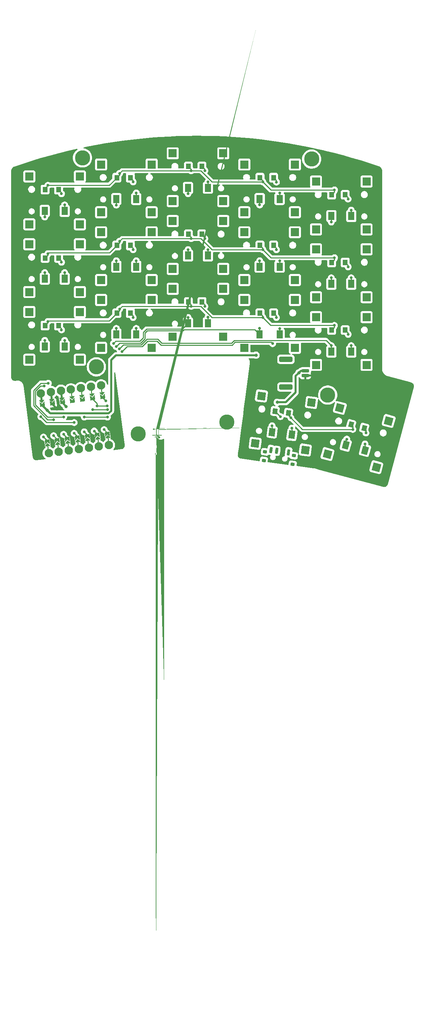
<source format=gbl>
G04 #@! TF.GenerationSoftware,KiCad,Pcbnew,8.0.2-1*
G04 #@! TF.CreationDate,2024-07-14T12:39:06+08:00*
G04 #@! TF.ProjectId,Kretstr_d_v2_PG1316,4b726574-7374-472e-9464-5f76325f5047,rev?*
G04 #@! TF.SameCoordinates,Original*
G04 #@! TF.FileFunction,Copper,L2,Bot*
G04 #@! TF.FilePolarity,Positive*
%FSLAX46Y46*%
G04 Gerber Fmt 4.6, Leading zero omitted, Abs format (unit mm)*
G04 Created by KiCad (PCBNEW 8.0.2-1) date 2024-07-14 12:39:06*
%MOMM*%
%LPD*%
G01*
G04 APERTURE LIST*
G04 Aperture macros list*
%AMRoundRect*
0 Rectangle with rounded corners*
0 $1 Rounding radius*
0 $2 $3 $4 $5 $6 $7 $8 $9 X,Y pos of 4 corners*
0 Add a 4 corners polygon primitive as box body*
4,1,4,$2,$3,$4,$5,$6,$7,$8,$9,$2,$3,0*
0 Add four circle primitives for the rounded corners*
1,1,$1+$1,$2,$3*
1,1,$1+$1,$4,$5*
1,1,$1+$1,$6,$7*
1,1,$1+$1,$8,$9*
0 Add four rect primitives between the rounded corners*
20,1,$1+$1,$2,$3,$4,$5,0*
20,1,$1+$1,$4,$5,$6,$7,0*
20,1,$1+$1,$6,$7,$8,$9,0*
20,1,$1+$1,$8,$9,$2,$3,0*%
%AMRotRect*
0 Rectangle, with rotation*
0 The origin of the aperture is its center*
0 $1 length*
0 $2 width*
0 $3 Rotation angle, in degrees counterclockwise*
0 Add horizontal line*
21,1,$1,$2,0,0,$3*%
%AMFreePoly0*
4,1,5,0.125000,-0.750000,-0.125000,-0.750000,-0.125000,0.750000,0.125000,0.750000,0.125000,-0.750000,0.125000,-0.750000,$1*%
%AMFreePoly1*
4,1,6,0.600000,0.200000,0.000000,-0.400000,-0.600000,0.200000,-0.600000,0.400000,0.600000,0.400000,0.600000,0.200000,0.600000,0.200000,$1*%
%AMFreePoly2*
4,1,5,0.254000,-0.625000,-0.254000,-0.625000,-0.254000,0.625000,0.254000,0.625000,0.254000,-0.625000,0.254000,-0.625000,$1*%
%AMFreePoly3*
4,1,6,0.599999,-0.250000,-0.600000,-0.250000,-0.600000,1.000000,0.000000,0.400000,0.600000,1.000000,0.599999,-0.250000,0.599999,-0.250000,$1*%
%AMFreePoly4*
4,1,264,0.120000,0.008200,0.119495,0.008200,0.119495,-1.866685,0.119486,-1.942211,0.118928,-2.390514,0.117385,-2.766193,0.114683,-3.075643,0.110648,-3.325256,0.105109,-3.521426,0.097891,-3.670546,0.088821,-3.779010,0.077727,-3.853210,0.064435,-3.899540,0.058244,-3.913083,-0.003252,-4.014053,-0.098918,-4.143731,-0.210855,-4.277537,-0.224129,-4.292551,-0.334083,-4.430280,-0.416387,-4.556792,
-0.456268,-4.649682,-0.459452,-4.670267,-0.468105,-4.777912,-0.475087,-4.941077,-0.479752,-5.141466,-0.481451,-5.360779,-0.481447,-5.385382,-0.480518,-5.607631,-0.476824,-5.764219,-0.468710,-5.868254,-0.454525,-5.932843,-0.432614,-5.971095,-0.401325,-5.996118,-0.392805,-6.002081,-0.339366,-6.085346,-0.319338,-6.203666,-0.334080,-6.322781,-0.384952,-6.408432,-0.470102,-6.443900,-0.592848,-6.450398,
-0.712310,-6.426982,-0.791940,-6.376519,-0.793132,-6.374921,-0.837783,-6.254690,-0.826351,-6.118924,-0.761893,-6.005400,-0.735239,-5.974547,-0.702329,-5.904931,-0.686106,-5.799802,-0.681767,-5.637072,-0.681767,-5.348744,-0.862051,-5.525400,-0.862406,-5.525749,-0.971024,-5.643434,-1.026671,-5.737807,-1.042334,-5.830872,-1.071787,-5.969637,-1.159703,-6.056012,-1.303334,-6.085400,-1.410666,-6.068523,
-1.500788,-5.996500,-1.534589,-5.936558,-1.559685,-5.803296,-1.524160,-5.684074,-1.436774,-5.598304,-1.306284,-5.565400,-1.254100,-5.561413,-1.175346,-5.532707,-1.086402,-5.465612,-0.967886,-5.347654,-0.833366,-5.195034,-0.742078,-5.057656,-0.695078,-4.926807,-0.681767,-4.781512,-0.676049,-4.693688,-0.628738,-4.525130,-0.527110,-4.348308,-0.363399,-4.147757,-0.352259,-4.135392,-0.247590,-4.011108,
-0.164066,-3.898353,-0.118896,-3.820182,-0.109515,-3.774363,-0.098094,-3.653489,-0.089001,-3.479578,-0.082991,-3.268206,-0.080820,-3.034950,-0.080820,-2.349707,-0.219494,-2.483903,-0.236716,-2.500852,-0.379685,-2.679839,-0.457761,-2.875335,-0.481451,-3.112556,-0.481444,-3.118899,-0.474396,-3.264384,-0.449801,-3.355458,-0.401325,-3.416119,-0.350420,-3.483316,-0.321199,-3.622741,-0.328091,-3.687609,
-0.386755,-3.802830,-0.489746,-3.869682,-0.618132,-3.879379,-0.752979,-3.823132,-0.808235,-3.761373,-0.842979,-3.643301,-0.827768,-3.517407,-0.761893,-3.416119,-0.729223,-3.381234,-0.692374,-3.291262,-0.681767,-3.148664,-0.681767,-2.949707,-0.820440,-3.083903,-0.861951,-3.125245,-0.956831,-3.237340,-1.020496,-3.354500,-1.058765,-3.495362,-1.077459,-3.678561,-1.082398,-3.922730,-1.084530,-4.103471,
-1.098418,-4.305676,-1.131693,-4.463674,-1.191721,-4.598271,-1.285870,-4.730275,-1.421507,-4.880493,-1.435858,-4.895598,-1.556834,-5.034536,-1.623104,-5.140156,-1.643281,-5.225867,-1.650085,-5.290690,-1.708361,-5.405694,-1.810997,-5.471759,-1.939421,-5.480400,-2.075061,-5.423132,-2.138002,-5.353510,-2.164101,-5.225989,-2.134774,-5.082700,-2.048228,-4.995093,-1.906641,-4.965400,-1.855505,-4.961517,
-1.776646,-4.932877,-1.687525,-4.865738,-1.568833,-4.747654,-1.562516,-4.740957,-1.455689,-4.619000,-1.369698,-4.505791,-1.322643,-4.425050,-1.313483,-4.390665,-1.297690,-4.274180,-1.286783,-4.113812,-1.282713,-3.933587,-1.282713,-3.546981,-1.663312,-3.925400,-1.808528,-4.072271,-1.924221,-4.197668,-1.996366,-4.290300,-2.033438,-4.361216,-2.043912,-4.421461,-2.075701,-4.559074,-2.167234,-4.652007,
-2.307669,-4.685400,-2.448514,-4.655913,-2.535281,-4.568444,-2.564732,-4.425400,-2.536233,-4.284386,-2.450557,-4.195657,-2.310685,-4.165400,-2.299024,-4.165163,-2.237724,-4.153801,-2.169327,-4.118987,-2.082031,-4.051877,-1.964033,-3.943629,-1.803533,-3.785400,-1.424516,-3.405400,-1.810054,-3.405400,-1.826248,-3.405413,-2.008456,-3.408401,-2.125422,-3.418049,-2.190902,-3.436375,-2.218652,-3.465400,
-2.249949,-3.494616,-2.339241,-3.519633,-2.453955,-3.525691,-2.563390,-3.511907,-2.636845,-3.477400,-2.650723,-3.459594,-2.680373,-3.361025,-2.678180,-3.236332,-2.643449,-3.122771,-2.635381,-3.110117,-2.554531,-3.057669,-2.438737,-3.042861,-2.318470,-3.065502,-2.224196,-3.125400,-2.216489,-3.133598,-2.166988,-3.170532,-2.095105,-3.192322,-1.981626,-3.202645,-1.807340,-3.205177,-1.654893,-3.202612,
-1.433910,-3.183534,-1.261758,-3.141036,-1.119247,-3.069453,-0.987184,-2.963122,-0.821987,-2.807401,-1.112445,-2.806401,-1.215794,-2.807359,-1.342354,-2.817285,-1.424071,-2.841730,-1.483028,-2.885400,-1.562745,-2.938814,-1.702696,-2.963309,-1.846230,-2.923993,-1.883953,-2.888638,-1.921543,-2.789739,-1.927785,-2.668469,-1.902681,-2.556826,-1.846230,-2.486808,-1.746730,-2.452437,-1.602543,-2.458134,
-1.483028,-2.525400,-1.436669,-2.562173,-1.364831,-2.588967,-1.254521,-2.601987,-1.085006,-2.605400,-0.890142,-2.600566,-0.726487,-2.577568,-0.592845,-2.525875,-0.463112,-2.434999,-0.311183,-2.294450,-0.080820,-2.067905,-0.080820,-1.548408,-0.281136,-1.745400,-0.314558,-1.778754,-0.415393,-1.892076,-0.466966,-1.982268,-0.481451,-2.068999,-0.484152,-2.118781,-0.523093,-2.220353,-0.615122,-2.271266,
-0.768948,-2.277845,-0.942177,-2.265400,-0.954638,-2.069270,-0.956534,-1.963618,-0.932248,-1.866065,-0.864549,-1.818790,-0.740607,-1.806013,-0.701704,-1.802658,-0.620454,-1.771892,-0.523629,-1.699831,-0.394611,-1.575400,-0.373202,-1.553286,-0.262639,-1.433196,-0.174217,-1.327898,-0.125439,-1.258030,-0.109352,-1.196302,-0.094329,-1.064124,-0.084404,-0.882561,-0.080820,-0.668030,-0.082713,0.034600,
-0.080000,0.034600,-0.080000,1.049800,0.120000,1.049800,0.120000,0.008200,0.120000,0.008200,$1*%
%AMFreePoly5*
4,1,349,0.130126,0.034600,0.132334,0.034600,0.130442,-0.642797,0.133336,-0.823669,0.142321,-1.005424,0.155941,-1.148720,0.172710,-1.232797,0.177421,-1.243838,0.233946,-1.333356,0.327989,-1.451372,0.441882,-1.575400,0.527101,-1.659175,0.632140,-1.748011,0.715714,-1.792953,0.795339,-1.805400,0.844933,-1.808076,0.946657,-1.846936,0.997663,-1.938836,1.004262,-2.092444,0.991798,-2.265400,
0.818569,-2.277845,0.755964,-2.280187,0.625218,-2.258494,0.553157,-2.190207,0.531073,-2.068999,0.530303,-2.047119,0.507901,-1.961357,0.445444,-1.867340,0.330757,-1.745400,0.130442,-1.548408,0.130442,-1.734300,0.137771,-1.876372,0.173595,-2.020516,0.250246,-2.156136,0.379727,-2.310998,0.491847,-2.422985,0.618575,-2.514883,0.759536,-2.570544,0.936390,-2.598030,1.170795,-2.605400,
1.226434,-2.605248,1.387937,-2.601094,1.493509,-2.588692,1.562130,-2.564606,1.612776,-2.525400,1.672059,-2.484470,1.791830,-2.449678,1.914776,-2.451690,2.005394,-2.493400,2.016178,-2.508523,2.042810,-2.594533,2.053470,-2.711993,2.051743,-2.770133,2.029771,-2.869933,1.975978,-2.923993,1.862677,-2.960615,1.727897,-2.950913,1.623512,-2.885400,1.615119,-2.876020,1.567762,-2.839608,
1.497745,-2.818401,1.385949,-2.808746,1.213257,-2.806989,0.871609,-2.808577,1.059784,-2.981564,1.137291,-3.049364,1.236540,-3.118622,1.343125,-3.163947,1.475216,-3.190248,1.650981,-3.202430,1.888588,-3.205400,2.021630,-3.204648,2.158092,-3.199418,2.242870,-3.186522,2.292774,-3.162878,2.324614,-3.125400,2.326495,-3.122526,2.403491,-3.069111,2.519407,-3.044574,2.638876,-3.051732,
2.726530,-3.093400,2.760470,-3.166419,2.773167,-3.281870,2.761854,-3.398437,2.726530,-3.477400,2.678668,-3.504344,2.576240,-3.523861,2.459908,-3.523288,2.360374,-3.503508,2.308336,-3.465400,2.305189,-3.458738,2.271909,-3.432549,2.199212,-3.416198,2.073566,-3.407783,1.881436,-3.405400,1.477596,-3.405400,1.590797,-3.523371,1.712549,-3.615930,1.867433,-3.653371,1.974494,-3.668611,
2.032031,-3.706447,2.065072,-3.785400,2.078303,-3.866833,2.057333,-4.015400,2.051273,-4.030750,2.013554,-4.092375,1.950754,-4.119404,1.835524,-4.125400,1.793553,-4.124253,1.664355,-4.093646,1.593996,-4.014501,1.572713,-3.877613,1.562877,-3.844209,1.515051,-3.770159,1.423935,-3.659678,1.285603,-3.508340,1.096127,-3.311722,0.851577,-3.065400,0.130442,-2.346234,0.130442,-2.733213,
0.131553,-2.824217,0.139738,-2.999101,0.154144,-3.142894,0.172697,-3.231157,0.216071,-3.299186,0.306184,-3.409610,0.430741,-3.549574,0.577578,-3.706562,0.734529,-3.868059,0.889430,-4.021548,1.030114,-4.154514,1.144416,-4.254441,1.220171,-4.308813,1.222782,-4.310146,1.323443,-4.339846,1.471035,-4.359132,1.644482,-4.368122,1.822706,-4.366933,1.984629,-4.355684,2.109173,-4.334492,
2.175260,-4.303474,2.183768,-4.294385,2.266836,-4.257427,2.410529,-4.253474,2.594322,-4.265400,2.606786,-4.438357,2.608738,-4.526007,2.580933,-4.644059,2.504166,-4.706884,2.369409,-4.725400,2.354383,-4.725258,2.234084,-4.705196,2.164362,-4.645400,2.155142,-4.631766,2.116553,-4.597135,2.052407,-4.577018,1.944537,-4.567683,1.774776,-4.565400,1.435229,-4.565400,1.652839,-4.785400,
1.712752,-4.844597,1.824390,-4.941500,1.912275,-4.991317,1.994010,-5.005400,2.007141,-5.005547,2.128046,-5.031144,2.193838,-5.107743,2.213722,-5.245400,2.213024,-5.278005,2.185664,-5.401182,2.109756,-5.466335,1.973344,-5.485401,1.958840,-5.485264,1.826629,-5.461839,1.754700,-5.391788,1.732965,-5.265897,1.732555,-5.250641,1.711056,-5.164270,1.648369,-5.068838,1.532650,-4.945400,
1.332334,-4.748408,1.332334,-5.148015,1.333122,-5.283334,1.338512,-5.425881,1.351570,-5.517397,1.375238,-5.575078,1.412461,-5.616119,1.470728,-5.699541,1.490236,-5.831046,1.451114,-5.968030,1.415703,-6.005694,1.316648,-6.043224,1.195187,-6.049457,1.083367,-6.024392,1.013239,-5.968030,0.976560,-5.854908,0.986277,-5.720340,1.051893,-5.616119,1.086104,-5.579507,1.110114,-5.526181,
1.124026,-5.441923,1.130457,-5.310386,1.132019,-5.115226,1.131741,-5.048042,1.123455,-4.819250,1.099439,-4.647138,1.054030,-4.513373,0.981566,-4.399622,0.876386,-4.287554,0.731388,-4.149707,0.731388,-4.347932,0.736023,-4.455464,0.760013,-4.543828,0.811514,-4.596118,0.836494,-4.616986,0.883532,-4.714172,0.889146,-4.841346,0.850168,-4.968030,0.814756,-5.005694,0.715702,-5.043224,
0.594240,-5.049457,0.482421,-5.024392,0.412293,-4.968030,0.377868,-4.868687,0.383574,-4.724727,0.450946,-4.605400,0.490295,-4.554267,0.522004,-4.455693,0.531073,-4.304116,0.530820,-4.275757,0.502731,-4.047224,0.421002,-3.859352,0.275440,-3.687554,0.130442,-3.549707,0.130442,-4.194950,0.131240,-4.329709,0.135935,-4.545236,0.144130,-4.729277,0.155013,-4.865665,0.167774,-4.938229,
0.174005,-4.952081,0.228771,-5.038490,0.318587,-5.156604,0.427478,-5.285089,0.575888,-5.473004,0.691900,-5.690682,0.731165,-5.889201,0.750873,-5.948536,0.811514,-6.025401,0.833455,-6.048861,0.883987,-6.165336,0.881705,-6.298340,0.825336,-6.412251,0.749085,-6.461535,0.627293,-6.485400,0.516086,-6.461289,0.422326,-6.382726,0.375994,-6.269364,0.384643,-6.141696,0.455825,-6.020215,
0.479061,-5.992498,0.523073,-5.882302,0.503284,-5.751351,0.417750,-5.593367,0.264530,-5.402073,0.187345,-5.313335,0.060018,-5.145313,-0.018720,-4.994797,-0.058729,-4.839858,-0.069874,-4.658567,-0.069874,-4.429165,-0.231296,-4.586541,-0.275083,-4.631175,-0.406500,-4.808844,-0.463812,-4.986459,-0.446722,-5.170877,-0.354935,-5.368957,-0.188156,-5.587557,-0.142324,-5.640730,-0.037799,-5.772794,
0.040248,-5.886734,0.077596,-5.962485,0.120477,-6.056936,0.196767,-6.153491,0.258971,-6.238055,0.289028,-6.380506,0.249221,-6.528030,0.213810,-6.565694,0.114755,-6.603224,-0.006706,-6.609457,-0.118525,-6.584392,-0.188654,-6.528030,-0.223246,-6.427239,-0.217824,-6.284989,-0.153044,-6.168440,-0.113685,-6.125466,-0.100058,-6.082116,-0.123386,-6.021385,-0.187045,-5.918440,-0.224601,-5.862654,
-0.311056,-5.748766,-0.384316,-5.669201,-0.470505,-5.593001,-0.470505,-5.849579,-0.469607,-5.929815,-0.460064,-6.045996,-0.435520,-6.114291,-0.390379,-6.156118,-0.365399,-6.176986,-0.318361,-6.274172,-0.312747,-6.401346,-0.351725,-6.528030,-0.387136,-6.565694,-0.486191,-6.603224,-0.607652,-6.609457,-0.719472,-6.584392,-0.789600,-6.528030,-0.824025,-6.428687,-0.818319,-6.284727,-0.750946,-6.165400,
-0.721533,-6.130584,-0.698798,-6.082124,-0.684039,-6.009105,-0.675576,-5.897670,-0.671729,-5.733959,-0.670820,-5.504116,-0.669930,-5.327999,-0.662646,-5.101120,-0.643846,-4.926366,-0.608612,-4.786639,-0.552026,-4.664842,-0.469169,-4.543876,-0.355123,-4.406644,-0.352266,-4.403353,-0.250151,-4.281050,-0.165493,-4.171489,-0.116365,-4.098030,-0.115457,-4.096184,-0.104070,-4.044212,-0.094480,-3.939618,
-0.086603,-3.778491,-0.080351,-3.556922,-0.075638,-3.271002,-0.072378,-2.916819,-0.070486,-2.490465,-0.069874,-1.988030,-0.069874,1.046200,0.130126,1.046200,0.130126,0.034600,0.130126,0.034600,$1*%
G04 Aperture macros list end*
G04 #@! TA.AperFunction,SMDPad,CuDef*
%ADD10R,2.000000X2.000000*%
G04 #@! TD*
G04 #@! TA.AperFunction,SMDPad,CuDef*
%ADD11R,1.550000X2.000000*%
G04 #@! TD*
G04 #@! TA.AperFunction,ComponentPad*
%ADD12C,3.800000*%
G04 #@! TD*
G04 #@! TA.AperFunction,ComponentPad*
%ADD13C,2.100000*%
G04 #@! TD*
G04 #@! TA.AperFunction,SMDPad,CuDef*
%ADD14FreePoly0,187.500000*%
G04 #@! TD*
G04 #@! TA.AperFunction,SMDPad,CuDef*
%ADD15FreePoly1,187.500000*%
G04 #@! TD*
G04 #@! TA.AperFunction,SMDPad,CuDef*
%ADD16FreePoly1,7.500000*%
G04 #@! TD*
G04 #@! TA.AperFunction,SMDPad,CuDef*
%ADD17FreePoly0,7.500000*%
G04 #@! TD*
G04 #@! TA.AperFunction,SMDPad,CuDef*
%ADD18FreePoly2,7.500000*%
G04 #@! TD*
G04 #@! TA.AperFunction,SMDPad,CuDef*
%ADD19FreePoly3,187.500000*%
G04 #@! TD*
G04 #@! TA.AperFunction,SMDPad,CuDef*
%ADD20FreePoly3,7.500000*%
G04 #@! TD*
G04 #@! TA.AperFunction,SMDPad,CuDef*
%ADD21RotRect,2.000000X2.000000X345.000000*%
G04 #@! TD*
G04 #@! TA.AperFunction,SMDPad,CuDef*
%ADD22RotRect,1.550000X2.000000X345.000000*%
G04 #@! TD*
G04 #@! TA.AperFunction,SMDPad,CuDef*
%ADD23RotRect,2.000000X2.000000X352.500000*%
G04 #@! TD*
G04 #@! TA.AperFunction,SMDPad,CuDef*
%ADD24RotRect,1.550000X2.000000X352.500000*%
G04 #@! TD*
G04 #@! TA.AperFunction,SMDPad,CuDef*
%ADD25R,1.200000X1.400000*%
G04 #@! TD*
G04 #@! TA.AperFunction,SMDPad,CuDef*
%ADD26FreePoly4,180.000000*%
G04 #@! TD*
G04 #@! TA.AperFunction,SMDPad,CuDef*
%ADD27RoundRect,0.069000X-0.566000X-0.017250X0.566000X-0.017250X0.566000X0.017250X-0.566000X0.017250X0*%
G04 #@! TD*
G04 #@! TA.AperFunction,SMDPad,CuDef*
%ADD28RoundRect,0.069000X-1.131000X-0.017250X1.131000X-0.017250X1.131000X0.017250X-1.131000X0.017250X0*%
G04 #@! TD*
G04 #@! TA.AperFunction,SMDPad,CuDef*
%ADD29RoundRect,0.069000X-0.168500X-0.017250X0.168500X-0.017250X0.168500X0.017250X-0.168500X0.017250X0*%
G04 #@! TD*
G04 #@! TA.AperFunction,SMDPad,CuDef*
%ADD30FreePoly5,180.000000*%
G04 #@! TD*
G04 #@! TA.AperFunction,SMDPad,CuDef*
%ADD31RotRect,1.000000X0.800000X172.500000*%
G04 #@! TD*
G04 #@! TA.AperFunction,SMDPad,CuDef*
%ADD32RotRect,0.700000X1.500000X172.500000*%
G04 #@! TD*
G04 #@! TA.AperFunction,SMDPad,CuDef*
%ADD33RoundRect,0.200000X0.750000X-0.200000X0.750000X0.200000X-0.750000X0.200000X-0.750000X-0.200000X0*%
G04 #@! TD*
G04 #@! TA.AperFunction,SMDPad,CuDef*
%ADD34RoundRect,0.250000X1.425000X-0.400000X1.425000X0.400000X-1.425000X0.400000X-1.425000X-0.400000X0*%
G04 #@! TD*
G04 #@! TA.AperFunction,SMDPad,CuDef*
%ADD35RotRect,1.200000X1.400000X172.500000*%
G04 #@! TD*
G04 #@! TA.AperFunction,SMDPad,CuDef*
%ADD36RotRect,1.200000X1.400000X345.000000*%
G04 #@! TD*
G04 #@! TA.AperFunction,ViaPad*
%ADD37C,0.700000*%
G04 #@! TD*
G04 #@! TA.AperFunction,ViaPad*
%ADD38C,0.800000*%
G04 #@! TD*
G04 #@! TA.AperFunction,Conductor*
%ADD39C,0.250000*%
G04 #@! TD*
G04 #@! TA.AperFunction,Conductor*
%ADD40C,0.500000*%
G04 #@! TD*
G04 APERTURE END LIST*
D10*
X101996339Y-89208630D03*
X101996390Y-101208630D03*
X114696339Y-89208630D03*
X114696390Y-101208630D03*
D11*
X105846390Y-97858681D03*
X110846390Y-97858681D03*
D12*
X100822190Y-105995881D03*
D10*
X119996139Y-69408630D03*
X119996190Y-81408630D03*
X132696139Y-69408630D03*
X132696190Y-81408630D03*
D11*
X123846190Y-78058681D03*
X128846190Y-78058681D03*
D10*
X101996339Y-72208630D03*
X101996390Y-84208630D03*
X114696339Y-72208630D03*
X114696390Y-84208630D03*
D11*
X105846390Y-80858681D03*
X110846390Y-80858681D03*
D10*
X119996139Y-86408630D03*
X119996190Y-98408630D03*
X132696139Y-86408630D03*
X132696190Y-98408630D03*
D11*
X123846190Y-95058681D03*
X128846190Y-95058681D03*
D10*
X101996339Y-55208630D03*
X101996390Y-67208630D03*
X114696339Y-55208630D03*
X114696390Y-67208630D03*
D11*
X105846390Y-63858681D03*
X110846390Y-63858681D03*
D10*
X83996539Y-92208430D03*
X83996590Y-104208430D03*
X96696539Y-92208430D03*
X96696590Y-104208430D03*
D11*
X87846590Y-100858481D03*
X92846590Y-100858481D03*
D10*
X137995939Y-55208430D03*
X137995990Y-67208430D03*
X150695939Y-55208430D03*
X150695990Y-67208430D03*
D11*
X141845990Y-63858481D03*
X146845990Y-63858481D03*
D12*
X158937390Y-113057081D03*
D10*
X119996139Y-52408630D03*
X119996190Y-64408630D03*
X132696139Y-52408630D03*
X132696190Y-64408630D03*
D11*
X123846190Y-61058681D03*
X128846190Y-61058681D03*
D10*
X137995939Y-89208630D03*
X137995990Y-101208630D03*
X150695939Y-89208630D03*
X150695990Y-101208630D03*
D11*
X141845990Y-97858681D03*
X146845990Y-97858681D03*
D10*
X137995939Y-72208630D03*
X137995990Y-84208630D03*
X150695939Y-72208630D03*
X150695990Y-84208630D03*
D11*
X141845990Y-80858681D03*
X146845990Y-80858681D03*
D13*
X88850169Y-127608944D03*
X91368439Y-127277407D03*
X93886709Y-126945871D03*
X96404979Y-126614334D03*
X98923249Y-126282798D03*
X101441518Y-125951261D03*
X103959788Y-125619725D03*
D14*
X98713467Y-124689349D03*
X88640387Y-126015494D03*
X91158657Y-125683957D03*
X93676927Y-125352421D03*
X96195197Y-125020884D03*
X101231737Y-124357811D03*
X103750007Y-124026274D03*
D15*
X98647160Y-124185697D03*
X88574080Y-125511840D03*
X91092350Y-125180303D03*
X93610620Y-124848767D03*
X96128890Y-124517230D03*
X101165429Y-123854157D03*
X103683699Y-123522617D03*
D16*
X99744365Y-113060099D03*
X87153015Y-114717781D03*
X89671285Y-114386245D03*
X92189555Y-114054708D03*
X94707825Y-113723172D03*
X97226095Y-113391635D03*
X102262635Y-112728562D03*
D17*
X94641517Y-113219518D03*
X97159787Y-112887981D03*
X99678057Y-112556445D03*
X102196327Y-112224908D03*
D18*
X92111030Y-113458255D03*
X87067860Y-114070965D03*
X89586130Y-113739426D03*
D13*
X96951964Y-111309404D03*
X86878884Y-112635549D03*
X89397154Y-112304012D03*
X91915424Y-111972476D03*
X94433694Y-111640939D03*
X99470234Y-110977866D03*
X101988507Y-110646329D03*
D19*
X88441465Y-124504532D03*
X90959735Y-124172995D03*
X93478005Y-123841459D03*
X95996275Y-123509922D03*
X98514545Y-123178386D03*
X101032815Y-122846849D03*
X103551085Y-122515312D03*
D20*
X102395249Y-113735870D03*
X99876979Y-114067405D03*
X97358709Y-114398943D03*
X94840439Y-114730480D03*
X92322169Y-115062016D03*
X89803900Y-115393553D03*
X87285630Y-115725089D03*
D12*
X97332800Y-53543200D03*
D10*
X83996539Y-75208430D03*
X83996590Y-87208430D03*
X96696539Y-75208430D03*
X96696590Y-87208430D03*
D11*
X87846590Y-83858481D03*
X92846590Y-83858481D03*
D10*
X83996539Y-58208630D03*
X83996590Y-70208630D03*
X96696539Y-58208630D03*
X96696590Y-70208630D03*
D11*
X87846590Y-66858681D03*
X92846590Y-66858681D03*
D10*
X155995739Y-93498230D03*
X155995790Y-105498230D03*
X168695739Y-93498230D03*
X168695790Y-105498230D03*
D11*
X159845790Y-102148281D03*
X164845790Y-102148281D03*
D12*
X154894000Y-53848000D03*
D21*
X161988223Y-116285949D03*
X158882444Y-127877072D03*
X174255481Y-119572951D03*
X171149702Y-131164074D03*
D22*
X163468289Y-125637723D03*
X168297918Y-126931818D03*
D12*
X133604000Y-119888000D03*
D23*
X142281171Y-113287729D03*
X140714908Y-125185074D03*
X154872521Y-114945412D03*
X153306257Y-126842757D03*
D24*
X144969226Y-122366310D03*
X149926451Y-123018941D03*
D12*
X111363786Y-122815980D03*
D10*
X155995739Y-59498230D03*
X155995790Y-71498230D03*
X168695739Y-59498230D03*
X168695790Y-71498230D03*
D11*
X159845790Y-68148281D03*
X164845790Y-68148281D03*
D10*
X155995739Y-76498230D03*
X155995790Y-88498230D03*
X168695739Y-76498230D03*
X168695790Y-88498230D03*
D11*
X159845790Y-85148281D03*
X164845790Y-85148281D03*
D25*
X105952990Y-92508281D03*
X109352990Y-92508281D03*
X159925990Y-79798281D03*
X163325990Y-79798281D03*
X159925990Y-96742281D03*
X163325990Y-96742281D03*
X123943590Y-55709081D03*
X127343590Y-55709081D03*
X141930790Y-75508281D03*
X145330790Y-75508281D03*
X87934190Y-78665481D03*
X91334190Y-78665481D03*
D26*
X116419397Y-121589800D03*
D27*
X116078000Y-123561277D03*
D28*
X116078000Y-123190000D03*
D29*
X116072603Y-123901200D03*
D30*
X115829397Y-121589800D03*
D31*
X150126711Y-130445267D03*
X150415174Y-128254174D03*
X143177627Y-127301333D03*
X142889163Y-129492426D03*
D32*
X149111993Y-127426999D03*
X146137659Y-127035420D03*
X144650491Y-126839631D03*
D25*
X123943590Y-72708281D03*
X127343590Y-72708281D03*
X141930790Y-58508081D03*
X145330790Y-58508081D03*
X123943590Y-89708281D03*
X127343590Y-89708281D03*
X141930790Y-92508281D03*
X145330790Y-92508281D03*
D33*
X153309390Y-108195681D03*
X153309390Y-106945681D03*
D34*
X148434390Y-111045681D03*
X148434390Y-104095681D03*
D35*
X149049502Y-117539473D03*
X145678590Y-117095681D03*
D25*
X105952990Y-75508281D03*
X109352990Y-75508281D03*
X87934190Y-95632681D03*
X91334190Y-95632681D03*
X87934190Y-61509081D03*
X91334190Y-61509081D03*
X105952990Y-58509081D03*
X109352990Y-58509081D03*
D36*
X164830190Y-120448481D03*
X168114338Y-121328465D03*
D25*
X159925990Y-62798281D03*
X163325990Y-62798281D03*
D37*
X88642890Y-60440981D03*
X160639190Y-61596681D03*
X124647390Y-56770681D03*
X88753284Y-110081375D03*
X142655990Y-59590081D03*
X90060235Y-123273495D03*
X106638790Y-57431081D03*
X90059735Y-119254681D03*
X92846590Y-65355881D03*
X92059190Y-62536481D03*
X142655990Y-76582681D03*
X106638790Y-74449081D03*
X87672388Y-110803879D03*
X88655590Y-77598681D03*
X124647390Y-73788681D03*
X92578505Y-122936000D03*
X160639190Y-78614681D03*
X92578005Y-118579881D03*
X110067790Y-59564681D03*
X110846390Y-62358681D03*
X124647390Y-90781281D03*
X88655590Y-94591281D03*
X160613790Y-95581881D03*
X106638790Y-91441681D03*
X142655990Y-93600681D03*
X87541965Y-123605032D03*
X128071088Y-56775983D03*
X128846190Y-59564681D03*
X103174800Y-114515421D03*
X107299190Y-102149481D03*
X149666390Y-118772081D03*
X145089088Y-100159183D03*
X165236590Y-121667681D03*
X146845990Y-62358681D03*
X146059590Y-59615481D03*
X164845790Y-66651281D03*
X164042790Y-63857281D03*
X92059190Y-79732281D03*
X92846590Y-82348481D03*
X110067790Y-76582681D03*
X110846390Y-79351281D03*
X128846190Y-76557281D03*
X128050990Y-73788681D03*
X146059590Y-76582681D03*
X146845990Y-79376681D03*
X164068190Y-80900681D03*
X164845790Y-83643881D03*
X92846590Y-99341081D03*
X92059190Y-96699481D03*
X110042390Y-93600681D03*
X110846390Y-96343881D03*
X128846190Y-93549881D03*
X128050990Y-90806681D03*
X146845990Y-96358481D03*
X146034190Y-93600681D03*
X164845790Y-100661881D03*
X164068190Y-97817081D03*
X149926451Y-121343542D03*
X147050190Y-118467281D03*
X168538590Y-122582081D03*
X168297918Y-125325281D03*
D38*
X90932000Y-122047000D03*
X90959735Y-116549388D03*
X91170190Y-109678881D03*
X93218000Y-115951000D03*
D37*
X95250000Y-122682000D03*
X87846590Y-99341081D03*
X87846590Y-82348481D03*
X86864182Y-118495464D03*
X87846590Y-68378481D03*
X95250000Y-119965881D03*
X105846390Y-96343881D03*
X105846390Y-79351281D03*
X105846390Y-65381281D03*
X102785887Y-121750113D03*
X123846190Y-93575281D03*
X103530371Y-115784500D03*
X123846190Y-76557281D03*
X123846190Y-62536481D03*
X105115190Y-100103081D03*
X100998573Y-115784500D03*
X141845990Y-65355881D03*
X141845990Y-96343881D03*
X100281483Y-122095517D03*
X141845990Y-79351281D03*
X99876979Y-116689281D03*
X105790190Y-100897374D03*
X103589393Y-116687884D03*
X144969226Y-120778681D03*
X106603832Y-101474481D03*
X97790000Y-122301000D03*
X159845790Y-83643881D03*
X159845790Y-69648481D03*
X97790000Y-118579881D03*
X159845790Y-100661881D03*
X103590790Y-118579881D03*
X163712590Y-124131481D03*
D38*
X146137659Y-127035420D03*
X146250926Y-114872345D03*
X151672990Y-107494481D03*
X88441465Y-116917881D03*
X140928790Y-103049481D03*
X144650491Y-126839631D03*
D39*
X107299190Y-102149481D02*
X108554390Y-100894281D01*
X112303378Y-100894281D02*
X113711378Y-99486281D01*
X113711378Y-99486281D02*
X116028194Y-99486281D01*
X108554390Y-100894281D02*
X112303378Y-100894281D01*
X116028194Y-99486281D02*
X117044194Y-100502281D01*
X117044194Y-100502281D02*
X134942986Y-100502281D01*
X134942986Y-100502281D02*
X135646986Y-99798281D01*
X144728186Y-99798281D02*
X145089088Y-100159183D01*
X135646986Y-99798281D02*
X144728186Y-99798281D01*
X106603832Y-101474481D02*
X107634032Y-100444281D01*
X107634032Y-100444281D02*
X112116982Y-100444281D01*
X112116982Y-100444281D02*
X113524982Y-99036281D01*
X113524982Y-99036281D02*
X116214590Y-99036281D01*
X116214590Y-99036281D02*
X117230590Y-100052281D01*
X117230590Y-100052281D02*
X134756590Y-100052281D01*
X134756590Y-100052281D02*
X135460590Y-99348281D01*
X135460590Y-99348281D02*
X158532190Y-99348281D01*
X158532190Y-99348281D02*
X159845790Y-100661881D01*
X113026586Y-97499885D02*
X113598390Y-96928081D01*
X106693283Y-99994281D02*
X111930586Y-99994281D01*
X111930586Y-99994281D02*
X113026586Y-98898281D01*
X113026586Y-98898281D02*
X113026586Y-97499885D01*
X105790190Y-100897374D02*
X106693283Y-99994281D01*
X113598390Y-96928081D02*
X122613186Y-96928081D01*
X122867186Y-96674081D02*
X140661390Y-96674081D01*
X122613186Y-96928081D02*
X122867186Y-96674081D01*
X140661390Y-96674081D02*
X141845990Y-97858681D01*
X105115190Y-100103081D02*
X105673990Y-99544281D01*
X122426790Y-96478081D02*
X123846190Y-95058681D01*
X112576586Y-98711885D02*
X112576586Y-97313489D01*
X111744190Y-99544281D02*
X112576586Y-98711885D01*
X112576586Y-97313489D02*
X113411994Y-96478081D01*
X105673990Y-99544281D02*
X111744190Y-99544281D01*
X113411994Y-96478081D02*
X122426790Y-96478081D01*
X88642890Y-60440981D02*
X87934190Y-61149681D01*
X85053884Y-111879609D02*
X85053884Y-115730571D01*
X144662590Y-61596681D02*
X142655990Y-59590081D01*
X106638790Y-57431081D02*
X107299190Y-56770681D01*
X85053884Y-115730571D02*
X88577994Y-119254681D01*
X141930790Y-58508081D02*
X142655990Y-59233281D01*
X88642890Y-60440981D02*
X88706390Y-60377481D01*
X160639190Y-61596681D02*
X160639190Y-62085081D01*
X90060235Y-123273495D02*
X90959735Y-124172995D01*
X107299190Y-56770681D02*
X124647390Y-56770681D01*
X87934190Y-61149681D02*
X87934190Y-61509081D01*
X105952990Y-58509081D02*
X106638790Y-57823281D01*
X88753284Y-110081375D02*
X86852118Y-110081375D01*
X104084590Y-60377481D02*
X105952990Y-58509081D01*
X142655990Y-59233281D02*
X142655990Y-59590081D01*
X86852118Y-110081375D02*
X85053884Y-111879609D01*
X124647390Y-56412881D02*
X124647390Y-56770681D01*
X142655990Y-59590081D02*
X129905190Y-59590081D01*
X160639190Y-62085081D02*
X159925990Y-62798281D01*
X160639190Y-61596681D02*
X144662590Y-61596681D01*
X88706390Y-60377481D02*
X104084590Y-60377481D01*
X88577994Y-119254681D02*
X90059735Y-119254681D01*
X127085790Y-56770681D02*
X124647390Y-56770681D01*
X123943590Y-55709081D02*
X124647390Y-56412881D01*
X129905190Y-59590081D02*
X127085790Y-56770681D01*
X106638790Y-57823281D02*
X106638790Y-57431081D01*
X92059190Y-62234081D02*
X91334190Y-61509081D01*
X92846590Y-66858681D02*
X92846590Y-65355881D01*
X92059190Y-62536481D02*
X92059190Y-62234081D01*
X104091190Y-77370081D02*
X105952990Y-75508281D01*
X124647390Y-73412081D02*
X124647390Y-73788681D01*
X160639190Y-78614681D02*
X160639190Y-79085081D01*
X86766010Y-110803879D02*
X87672388Y-110803879D01*
X92578505Y-122941959D02*
X93478005Y-123841459D01*
X92578005Y-118579881D02*
X88539590Y-118579881D01*
X106638790Y-74822481D02*
X106638790Y-74449081D01*
X129854390Y-76582681D02*
X127060390Y-73788681D01*
X88539590Y-118579881D02*
X85503884Y-115544175D01*
X142655990Y-76582681D02*
X129854390Y-76582681D01*
X106638790Y-74449081D02*
X107299190Y-73788681D01*
X144687990Y-78614681D02*
X142655990Y-76582681D01*
X107299190Y-73788681D02*
X124647390Y-73788681D01*
X127060390Y-73788681D02*
X124647390Y-73788681D01*
X88655590Y-77598681D02*
X88884190Y-77370081D01*
X105952990Y-75508281D02*
X106638790Y-74822481D01*
X88655590Y-77944081D02*
X87934190Y-78665481D01*
X92578505Y-122936000D02*
X92578505Y-122941959D01*
X88655590Y-77598681D02*
X88655590Y-77944081D01*
X160639190Y-78614681D02*
X144687990Y-78614681D01*
X123943590Y-72708281D02*
X124647390Y-73412081D01*
X85503884Y-112066005D02*
X86766010Y-110803879D01*
X88884190Y-77370081D02*
X104091190Y-77370081D01*
X85503884Y-115544175D02*
X85503884Y-112066005D01*
X160639190Y-79085081D02*
X159925990Y-79798281D01*
X142655990Y-76233481D02*
X142655990Y-76582681D01*
X141930790Y-75508281D02*
X142655990Y-76233481D01*
X110846390Y-63858681D02*
X110846390Y-62358681D01*
X109352990Y-58509081D02*
X110067790Y-59223881D01*
X110067790Y-59223881D02*
X110067790Y-59564681D01*
X142655990Y-93600681D02*
X129851585Y-93600681D01*
X160613790Y-96054481D02*
X160613790Y-95581881D01*
X88833390Y-94413481D02*
X104047790Y-94413481D01*
X144637190Y-95581881D02*
X160613790Y-95581881D01*
X105952990Y-92508281D02*
X106638790Y-91822481D01*
X88655590Y-94591281D02*
X88833390Y-94413481D01*
X127032185Y-90781281D02*
X124647390Y-90781281D01*
X106638790Y-91822481D02*
X106638790Y-91441681D01*
X87934190Y-95632681D02*
X88655590Y-94911281D01*
X104047790Y-94413481D02*
X105952990Y-92508281D01*
X88655590Y-94911281D02*
X88655590Y-94591281D01*
X142655990Y-93600681D02*
X144637190Y-95581881D01*
X123943590Y-89708281D02*
X124647390Y-90412081D01*
X87541965Y-123605032D02*
X88441465Y-124504532D01*
X129851585Y-93600681D02*
X127032185Y-90781281D01*
X159925990Y-96742281D02*
X160613790Y-96054481D01*
X106638790Y-91441681D02*
X107299190Y-90781281D01*
X142655990Y-93233481D02*
X142655990Y-93600681D01*
X124647390Y-90412081D02*
X124647390Y-90781281D01*
X107299190Y-90781281D02*
X124647390Y-90781281D01*
X141930790Y-92508281D02*
X142655990Y-93233481D01*
X128071088Y-56775983D02*
X128071088Y-56436579D01*
X128846190Y-61058681D02*
X128846190Y-59564681D01*
X128071088Y-56436579D02*
X127343590Y-55709081D01*
X149049502Y-118155193D02*
X149666390Y-118772081D01*
X165236590Y-121667681D02*
X152561990Y-121667681D01*
X149049502Y-117539473D02*
X149049502Y-118155193D01*
X103174800Y-114515421D02*
X102395249Y-113735870D01*
X165236590Y-120854881D02*
X164830190Y-120448481D01*
X165236590Y-121667681D02*
X165236590Y-120854881D01*
X152561990Y-121667681D02*
X149666390Y-118772081D01*
X145330790Y-58508081D02*
X146059590Y-59236881D01*
X146059590Y-59236881D02*
X146059590Y-59615481D01*
X146845990Y-63858481D02*
X146845990Y-62358681D01*
X164042790Y-63515081D02*
X164042790Y-63857281D01*
X163325990Y-62798281D02*
X164042790Y-63515081D01*
X164845790Y-68148281D02*
X164845790Y-66651281D01*
X92846590Y-83858481D02*
X92846590Y-82348481D01*
X91334190Y-78665481D02*
X92059190Y-79390481D01*
X92059190Y-79390481D02*
X92059190Y-79732281D01*
X110067790Y-76223081D02*
X110067790Y-76582681D01*
X109352990Y-75508281D02*
X110067790Y-76223081D01*
X110846390Y-80858681D02*
X110846390Y-79351281D01*
X128846190Y-78058681D02*
X128846190Y-76557281D01*
X127343590Y-72827281D02*
X127343590Y-72708281D01*
X127949390Y-73433081D02*
X127343590Y-72827281D01*
X145330790Y-75508281D02*
X146059590Y-76237081D01*
X146059590Y-76237081D02*
X146059590Y-76582681D01*
X146845990Y-80858681D02*
X146845990Y-79376681D01*
X163325990Y-79798281D02*
X164068190Y-80540481D01*
X164068190Y-80540481D02*
X164068190Y-80900681D01*
X164845790Y-85148281D02*
X164845790Y-83643881D01*
X92846590Y-100858481D02*
X92846590Y-99341081D01*
X92059190Y-96357681D02*
X92059190Y-96699481D01*
X91334190Y-95632681D02*
X92059190Y-96357681D01*
X110042390Y-93197681D02*
X110042390Y-93600681D01*
X110846390Y-97858681D02*
X110846390Y-96343881D01*
X109352990Y-92508281D02*
X110042390Y-93197681D01*
X128050990Y-90806681D02*
X128050990Y-90415681D01*
X128846190Y-95058681D02*
X128846190Y-93549881D01*
X128050990Y-90415681D02*
X127343590Y-89708281D01*
X145330790Y-92508281D02*
X146034190Y-93211681D01*
X146034190Y-93211681D02*
X146034190Y-93600681D01*
X146845990Y-97858681D02*
X146845990Y-96358481D01*
X164845790Y-102148281D02*
X164845790Y-100661881D01*
X163325990Y-96742281D02*
X164068190Y-97484481D01*
X164068190Y-97484481D02*
X164068190Y-97817081D01*
X145678590Y-117095681D02*
X147050190Y-118467281D01*
X149926451Y-123018941D02*
X149926451Y-121343542D01*
X168114338Y-121328465D02*
X168538590Y-121752717D01*
X168297918Y-126931818D02*
X168297918Y-125325281D01*
X168538590Y-121752717D02*
X168538590Y-122582081D01*
D40*
X90959735Y-116549388D02*
X89803900Y-115393553D01*
X92329016Y-115062016D02*
X92322169Y-115062016D01*
X93218000Y-115951000D02*
X92329016Y-115062016D01*
D39*
X88334599Y-119965881D02*
X95250000Y-119965881D01*
X87846590Y-66858681D02*
X87846590Y-68378481D01*
X95996275Y-123428275D02*
X95996275Y-123509922D01*
X86864182Y-118495464D02*
X88334599Y-119965881D01*
X95250000Y-122682000D02*
X95996275Y-123428275D01*
X87846590Y-100858481D02*
X87846590Y-99341081D01*
X87846590Y-83858481D02*
X87846590Y-82348481D01*
X102785887Y-121750114D02*
X103551085Y-122515312D01*
X105846390Y-80858681D02*
X105846390Y-79351281D01*
X102785887Y-121750113D02*
X102785887Y-121750114D01*
X105846390Y-63858681D02*
X105846390Y-65381281D01*
X105846390Y-97858681D02*
X105846390Y-96343881D01*
X103530371Y-115784500D02*
X100998573Y-115784500D01*
X123846190Y-95058681D02*
X123846190Y-93575281D01*
X100998573Y-115189000D02*
X99876979Y-114067406D01*
X123846190Y-61058681D02*
X123846190Y-62536481D01*
X100998573Y-115784500D02*
X100998573Y-115189000D01*
X123846190Y-78058681D02*
X123846190Y-76557281D01*
X144969226Y-122366310D02*
X144969226Y-120778681D01*
X103589393Y-116687884D02*
X99878376Y-116687884D01*
X141845990Y-97858681D02*
X141845990Y-96343881D01*
X100281483Y-122095517D02*
X101032815Y-122846849D01*
X99878376Y-116687884D02*
X99876979Y-116689281D01*
X141845990Y-63858481D02*
X141845990Y-65355881D01*
X141845990Y-80858681D02*
X141845990Y-79351281D01*
X103590790Y-118579881D02*
X97790000Y-118579881D01*
X163468289Y-125637723D02*
X163468289Y-124375782D01*
X159845790Y-85148281D02*
X159845790Y-83643881D01*
X163468289Y-124375782D02*
X163712590Y-124131481D01*
X97790000Y-122301000D02*
X98514545Y-123025545D01*
X98514545Y-123025545D02*
X98514545Y-123178386D01*
X159845790Y-68148281D02*
X159845790Y-69648481D01*
X159845790Y-102148281D02*
X159845790Y-100661881D01*
D40*
X152221790Y-106945681D02*
X153609390Y-106945681D01*
X148409926Y-114872345D02*
X150885590Y-112396681D01*
X150885590Y-108281881D02*
X151672990Y-107494481D01*
X151672990Y-107494481D02*
X152221790Y-106945681D01*
X146250926Y-114872345D02*
X148409926Y-114872345D01*
X150885590Y-112396681D02*
X150885590Y-108281881D01*
X104530590Y-117019481D02*
X103870190Y-117679881D01*
X105724390Y-103049481D02*
X104530590Y-104243281D01*
X103870190Y-117679881D02*
X89203465Y-117679881D01*
X88441465Y-116889465D02*
X87285630Y-115733630D01*
X89203465Y-117679881D02*
X88441465Y-116917881D01*
X104530590Y-104243281D02*
X104530590Y-117019481D01*
X88441465Y-116917881D02*
X88441465Y-116889465D01*
X140928790Y-103049481D02*
X105724390Y-103049481D01*
G04 #@! TA.AperFunction,Conductor*
G36*
X128330225Y-48013739D02*
G01*
X128332275Y-48013771D01*
X130656222Y-48069751D01*
X130658160Y-48069813D01*
X132981031Y-48164390D01*
X132982960Y-48164485D01*
X135303762Y-48297620D01*
X135305828Y-48297755D01*
X137624141Y-48469420D01*
X137626097Y-48469582D01*
X139941235Y-48679727D01*
X139943195Y-48679921D01*
X142254594Y-48928497D01*
X142256528Y-48928721D01*
X144563513Y-49215657D01*
X144565410Y-49215909D01*
X146867236Y-49541111D01*
X146869190Y-49541404D01*
X149165239Y-49904783D01*
X149167270Y-49905122D01*
X151457023Y-50306595D01*
X151458952Y-50306950D01*
X153741661Y-50746387D01*
X153743637Y-50746784D01*
X156018835Y-51224096D01*
X156020721Y-51224508D01*
X158042105Y-51683750D01*
X158287611Y-51739527D01*
X158289644Y-51740007D01*
X160547597Y-52292588D01*
X160549531Y-52293078D01*
X162798135Y-52883122D01*
X162799949Y-52883614D01*
X165038424Y-53510917D01*
X165040329Y-53511468D01*
X167214201Y-54159797D01*
X167268011Y-54175845D01*
X167270012Y-54176460D01*
X169486280Y-54877721D01*
X169488270Y-54878369D01*
X171630016Y-55595396D01*
X171643669Y-55601757D01*
X171643844Y-55601364D01*
X171651387Y-55604716D01*
X171651392Y-55604717D01*
X171651395Y-55604719D01*
X171701362Y-55619481D01*
X171706604Y-55621156D01*
X171724829Y-55627426D01*
X171729130Y-55628996D01*
X171896711Y-55693604D01*
X171915009Y-55702412D01*
X171987653Y-55744912D01*
X172074699Y-55795838D01*
X172091347Y-55807475D01*
X172233940Y-55925339D01*
X172248503Y-55939500D01*
X172370311Y-56078753D01*
X172382408Y-56095070D01*
X172480254Y-56252079D01*
X172489572Y-56270127D01*
X172560918Y-56440816D01*
X172567216Y-56460128D01*
X172610208Y-56640073D01*
X172613320Y-56660145D01*
X172627250Y-56850244D01*
X172627583Y-56860402D01*
X172627102Y-56924139D01*
X172627612Y-56932383D01*
X172627612Y-106575680D01*
X172627615Y-106575729D01*
X172627615Y-106626658D01*
X172660129Y-106873641D01*
X172724610Y-107114295D01*
X172819946Y-107344457D01*
X172819954Y-107344473D01*
X172944507Y-107560207D01*
X172944510Y-107560212D01*
X172944512Y-107560214D01*
X173096173Y-107757863D01*
X173096177Y-107757867D01*
X173096182Y-107757873D01*
X173272325Y-107934016D01*
X173272330Y-107934020D01*
X173272336Y-107934026D01*
X173469981Y-108085684D01*
X173469988Y-108085689D01*
X173685734Y-108210250D01*
X173685743Y-108210255D01*
X173867606Y-108285583D01*
X173915907Y-108305590D01*
X173966437Y-108319128D01*
X173966447Y-108319132D01*
X173972578Y-108320774D01*
X173972579Y-108320775D01*
X173994909Y-108326758D01*
X173994914Y-108326761D01*
X173994915Y-108326760D01*
X174036229Y-108337829D01*
X174036229Y-108337830D01*
X174099876Y-108354884D01*
X179844032Y-109894024D01*
X179844034Y-109894025D01*
X179860053Y-109898317D01*
X179860054Y-109898318D01*
X179869645Y-109900888D01*
X179917715Y-109913769D01*
X179929486Y-109917551D01*
X180077113Y-109973113D01*
X180099267Y-109984038D01*
X180219771Y-110058973D01*
X180227928Y-110064045D01*
X180247524Y-110079081D01*
X180358107Y-110182654D01*
X180374393Y-110201226D01*
X180462645Y-110324384D01*
X180474995Y-110345775D01*
X180537521Y-110483775D01*
X180545461Y-110507165D01*
X180579863Y-110654718D01*
X180583087Y-110679207D01*
X180588043Y-110830639D01*
X180586427Y-110855287D01*
X180560692Y-111011144D01*
X180558081Y-111023230D01*
X180542688Y-111080672D01*
X180542689Y-111080673D01*
X174022667Y-135413729D01*
X174022666Y-135413732D01*
X174006250Y-135475000D01*
X174002468Y-135486772D01*
X173946903Y-135634412D01*
X173935978Y-135656565D01*
X173855972Y-135785229D01*
X173840935Y-135804826D01*
X173737364Y-135915409D01*
X173718794Y-135931695D01*
X173595634Y-136019951D01*
X173574243Y-136032300D01*
X173542927Y-136046490D01*
X173436240Y-136094830D01*
X173412851Y-136102769D01*
X173265291Y-136137176D01*
X173240801Y-136140401D01*
X173089368Y-136145358D01*
X173064720Y-136143742D01*
X172909219Y-136118067D01*
X172897136Y-136115457D01*
X172881542Y-136111279D01*
X172876161Y-136109837D01*
X172868249Y-136107717D01*
X172845540Y-136101631D01*
X172845490Y-136101618D01*
X156966066Y-131846741D01*
X169411809Y-131846741D01*
X169425709Y-131992296D01*
X169479900Y-132127659D01*
X169480055Y-132128045D01*
X169570444Y-132242984D01*
X169689553Y-132327802D01*
X169746367Y-132349766D01*
X171772180Y-132892581D01*
X171832365Y-132901966D01*
X171977925Y-132888066D01*
X172113673Y-132833721D01*
X172228612Y-132743332D01*
X172313430Y-132624223D01*
X172335394Y-132567409D01*
X172878209Y-130541596D01*
X172887594Y-130481411D01*
X172883061Y-130433944D01*
X172873694Y-130335851D01*
X172835913Y-130241478D01*
X172819349Y-130200103D01*
X172728960Y-130085164D01*
X172623950Y-130010386D01*
X172609850Y-130000345D01*
X172609847Y-130000344D01*
X172553044Y-129978384D01*
X172403266Y-129938251D01*
X170527224Y-129435567D01*
X170527220Y-129435566D01*
X170527219Y-129435566D01*
X170467033Y-129426181D01*
X170321479Y-129440081D01*
X170185735Y-129494425D01*
X170185731Y-129494427D01*
X170070792Y-129584815D01*
X169985973Y-129703925D01*
X169985972Y-129703928D01*
X169964012Y-129760731D01*
X169754781Y-130541591D01*
X169513567Y-131441817D01*
X169421194Y-131786556D01*
X169411809Y-131846741D01*
X156966066Y-131846741D01*
X155567994Y-131472129D01*
X155567994Y-131472127D01*
X155567983Y-131472126D01*
X155553942Y-131468362D01*
X155553930Y-131468360D01*
X155498226Y-131453434D01*
X155491508Y-131452550D01*
X155480685Y-131450641D01*
X155440891Y-131441817D01*
X155440871Y-131441813D01*
X155440869Y-131441813D01*
X155400624Y-131434715D01*
X155389908Y-131432339D01*
X155383382Y-131430590D01*
X155294109Y-131418837D01*
X155283492Y-131417439D01*
X155252742Y-131413390D01*
X155252739Y-131413390D01*
X155248653Y-131412852D01*
X155248644Y-131412851D01*
X151213553Y-130881621D01*
X151148626Y-130852899D01*
X151109534Y-130793633D01*
X151105077Y-130740253D01*
X151123291Y-130601904D01*
X151185142Y-130132103D01*
X151186592Y-130071208D01*
X151153812Y-129928707D01*
X151082212Y-129801214D01*
X150977594Y-129699057D01*
X150848433Y-129630511D01*
X150848432Y-129630510D01*
X150848431Y-129630510D01*
X150789239Y-129616151D01*
X150789232Y-129616149D01*
X149701343Y-129472927D01*
X149640458Y-129471477D01*
X149640453Y-129471478D01*
X149497958Y-129504256D01*
X149497952Y-129504258D01*
X149370459Y-129575859D01*
X149268308Y-129680469D01*
X149268305Y-129680473D01*
X149268304Y-129680475D01*
X149248203Y-129718351D01*
X149199757Y-129809637D01*
X149199757Y-129809638D01*
X149185398Y-129868829D01*
X149185396Y-129868836D01*
X149105333Y-130476981D01*
X149076611Y-130541908D01*
X149017345Y-130581000D01*
X148963965Y-130585457D01*
X143976005Y-129928780D01*
X143911078Y-129900058D01*
X143871986Y-129840792D01*
X143867529Y-129787412D01*
X143878520Y-129703928D01*
X143947594Y-129179262D01*
X143949044Y-129118367D01*
X143920210Y-128993021D01*
X143916265Y-128975870D01*
X143916263Y-128975864D01*
X143885919Y-128921833D01*
X143844664Y-128848373D01*
X143740046Y-128746216D01*
X143610885Y-128677670D01*
X143610884Y-128677669D01*
X143610883Y-128677669D01*
X143551691Y-128663310D01*
X143551684Y-128663308D01*
X142463795Y-128520086D01*
X142402910Y-128518636D01*
X142402905Y-128518637D01*
X142260410Y-128551415D01*
X142260404Y-128551417D01*
X142132911Y-128623018D01*
X142030760Y-128727628D01*
X142030757Y-128727632D01*
X142030756Y-128727634D01*
X142011344Y-128764212D01*
X141962209Y-128856796D01*
X141962209Y-128856797D01*
X141947850Y-128915988D01*
X141947848Y-128915995D01*
X141867785Y-129524140D01*
X141839063Y-129589067D01*
X141779797Y-129628159D01*
X141726417Y-129632616D01*
X137129031Y-129027359D01*
X137116867Y-129025146D01*
X136963241Y-128989327D01*
X136939851Y-128981387D01*
X136801842Y-128918857D01*
X136780451Y-128906508D01*
X136657286Y-128818252D01*
X136638715Y-128801966D01*
X136535135Y-128691377D01*
X136520099Y-128671782D01*
X136440084Y-128543115D01*
X136429159Y-128520963D01*
X136428829Y-128520087D01*
X136375782Y-128379155D01*
X136369389Y-128355299D01*
X136368623Y-128350658D01*
X136344702Y-128205796D01*
X136343087Y-128181161D01*
X136348225Y-128024036D01*
X136349233Y-128011741D01*
X136393515Y-127675388D01*
X142117745Y-127675388D01*
X142117746Y-127675393D01*
X142150524Y-127817888D01*
X142150526Y-127817894D01*
X142160789Y-127836168D01*
X142222126Y-127945386D01*
X142326744Y-128047543D01*
X142455905Y-128116089D01*
X142515100Y-128130449D01*
X142515102Y-128130449D01*
X142515105Y-128130450D01*
X142797632Y-128167645D01*
X143602988Y-128273672D01*
X143639525Y-128274542D01*
X143663879Y-128275122D01*
X143663879Y-128275121D01*
X143663883Y-128275122D01*
X143806384Y-128242342D01*
X143933877Y-128170742D01*
X144024876Y-128077550D01*
X144086776Y-128042789D01*
X144131467Y-128040660D01*
X144499750Y-128089145D01*
X144564675Y-128117866D01*
X144603767Y-128177131D01*
X144604612Y-128248123D01*
X144588068Y-128284067D01*
X144543573Y-128350659D01*
X144490770Y-128478137D01*
X144490769Y-128478140D01*
X144463849Y-128613473D01*
X144463849Y-128751464D01*
X144490769Y-128886797D01*
X144490770Y-128886800D01*
X144501927Y-128913735D01*
X144543574Y-129014280D01*
X144589685Y-129083290D01*
X144620234Y-129129010D01*
X144620239Y-129129016D01*
X144717801Y-129226578D01*
X144717807Y-129226583D01*
X144832538Y-129303244D01*
X144960021Y-129356049D01*
X145095356Y-129382969D01*
X145095357Y-129382969D01*
X145233341Y-129382969D01*
X145233342Y-129382969D01*
X145368677Y-129356049D01*
X145496160Y-129303244D01*
X145610891Y-129226583D01*
X145708463Y-129129011D01*
X145785124Y-129014280D01*
X145788947Y-129005051D01*
X147438183Y-129005051D01*
X147438183Y-129143042D01*
X147465103Y-129278375D01*
X147465104Y-129278378D01*
X147475404Y-129303243D01*
X147517908Y-129405858D01*
X147561753Y-129471477D01*
X147594568Y-129520588D01*
X147594573Y-129520594D01*
X147692135Y-129618156D01*
X147692141Y-129618161D01*
X147806872Y-129694822D01*
X147934355Y-129747627D01*
X148069690Y-129774547D01*
X148069691Y-129774547D01*
X148207675Y-129774547D01*
X148207676Y-129774547D01*
X148343011Y-129747627D01*
X148470494Y-129694822D01*
X148585225Y-129618161D01*
X148682797Y-129520589D01*
X148759458Y-129405858D01*
X148812263Y-129278375D01*
X148839183Y-129143040D01*
X148839183Y-129005054D01*
X148812263Y-128869719D01*
X148802541Y-128846250D01*
X148794952Y-128775661D01*
X148826730Y-128712174D01*
X148887788Y-128675945D01*
X148935395Y-128673109D01*
X149302480Y-128721436D01*
X149367406Y-128750158D01*
X149395893Y-128784659D01*
X149459673Y-128898227D01*
X149564291Y-129000384D01*
X149693452Y-129068930D01*
X149752647Y-129083290D01*
X149752649Y-129083290D01*
X149752652Y-129083291D01*
X150019106Y-129118370D01*
X150840535Y-129226513D01*
X150877072Y-129227383D01*
X150901426Y-129227963D01*
X150901426Y-129227962D01*
X150901430Y-129227963D01*
X151043931Y-129195183D01*
X151171424Y-129123583D01*
X151273581Y-129018966D01*
X151342127Y-128889805D01*
X151356487Y-128830610D01*
X151362537Y-128784660D01*
X151385073Y-128613476D01*
X151392148Y-128559739D01*
X157144551Y-128559739D01*
X157158451Y-128705294D01*
X157190225Y-128784660D01*
X157212797Y-128841043D01*
X157303186Y-128955982D01*
X157422295Y-129040800D01*
X157479109Y-129062764D01*
X159504922Y-129605579D01*
X159565107Y-129614964D01*
X159710667Y-129601064D01*
X159846415Y-129546719D01*
X159961354Y-129456330D01*
X160046172Y-129337221D01*
X160068136Y-129280407D01*
X160498916Y-127672716D01*
X166777358Y-127672716D01*
X166791258Y-127818274D01*
X166816016Y-127880115D01*
X166845604Y-127954023D01*
X166935993Y-128068962D01*
X167055102Y-128153780D01*
X167111916Y-128175744D01*
X168703063Y-128602090D01*
X168763247Y-128611476D01*
X168908808Y-128597576D01*
X169044556Y-128543231D01*
X169159495Y-128452842D01*
X169244312Y-128333733D01*
X169266276Y-128276919D01*
X169392424Y-127806130D01*
X170684090Y-127806130D01*
X170684090Y-127958895D01*
X170707693Y-128077553D01*
X170713892Y-128108718D01*
X170772351Y-128249850D01*
X170808434Y-128303852D01*
X170857219Y-128376864D01*
X170857224Y-128376870D01*
X170965232Y-128484878D01*
X170965238Y-128484883D01*
X171092253Y-128569752D01*
X171233385Y-128628211D01*
X171383210Y-128658013D01*
X171383211Y-128658013D01*
X171535969Y-128658013D01*
X171535970Y-128658013D01*
X171685795Y-128628211D01*
X171826927Y-128569752D01*
X171953942Y-128484883D01*
X172061960Y-128376865D01*
X172146829Y-128249850D01*
X172205288Y-128108718D01*
X172235090Y-127958893D01*
X172235090Y-127806133D01*
X172205288Y-127656308D01*
X172146829Y-127515176D01*
X172061960Y-127388161D01*
X172061955Y-127388155D01*
X171953947Y-127280147D01*
X171953941Y-127280142D01*
X171907535Y-127249135D01*
X171826927Y-127195274D01*
X171685795Y-127136815D01*
X171535972Y-127107013D01*
X171535970Y-127107013D01*
X171383210Y-127107013D01*
X171383207Y-127107013D01*
X171233384Y-127136815D01*
X171233379Y-127136817D01*
X171092253Y-127195274D01*
X170965238Y-127280142D01*
X170965232Y-127280147D01*
X170857224Y-127388155D01*
X170857219Y-127388161D01*
X170772351Y-127515176D01*
X170713894Y-127656302D01*
X170713892Y-127656307D01*
X170684090Y-127806130D01*
X169392424Y-127806130D01*
X169809091Y-126251106D01*
X169818477Y-126190921D01*
X169814863Y-126153080D01*
X169804577Y-126045361D01*
X169796338Y-126024782D01*
X169750232Y-125909613D01*
X169659843Y-125794674D01*
X169620360Y-125766558D01*
X169540733Y-125709855D01*
X169540730Y-125709854D01*
X169483927Y-125687894D01*
X169468338Y-125683717D01*
X169363826Y-125655713D01*
X169236866Y-125621694D01*
X169176243Y-125584742D01*
X169145222Y-125520881D01*
X169144167Y-125486827D01*
X169161147Y-125325281D01*
X169142283Y-125145806D01*
X169122252Y-125084155D01*
X169086519Y-124974178D01*
X169086516Y-124974172D01*
X169037845Y-124889871D01*
X168996285Y-124817888D01*
X168996283Y-124817886D01*
X168996279Y-124817880D01*
X168875533Y-124683778D01*
X168729533Y-124577703D01*
X168564670Y-124504301D01*
X168388151Y-124466781D01*
X168388150Y-124466781D01*
X168207686Y-124466781D01*
X168207685Y-124466781D01*
X168031168Y-124504300D01*
X167866301Y-124577703D01*
X167866301Y-124577704D01*
X167720302Y-124683778D01*
X167599556Y-124817880D01*
X167599549Y-124817890D01*
X167509319Y-124974172D01*
X167509316Y-124974178D01*
X167453554Y-125145800D01*
X167453553Y-125145804D01*
X167453553Y-125145806D01*
X167442859Y-125247549D01*
X167434689Y-125325282D01*
X167437749Y-125354401D01*
X167424976Y-125424239D01*
X167415076Y-125440656D01*
X167351524Y-125529902D01*
X167351521Y-125529907D01*
X167329562Y-125586709D01*
X166786745Y-127612528D01*
X166786744Y-127612532D01*
X166777358Y-127672716D01*
X160498916Y-127672716D01*
X160610951Y-127254594D01*
X160620336Y-127194409D01*
X160617306Y-127162683D01*
X160606436Y-127048849D01*
X160587486Y-127001514D01*
X160552091Y-126913101D01*
X160461702Y-126798162D01*
X160390207Y-126747250D01*
X160342592Y-126713343D01*
X160342589Y-126713342D01*
X160285786Y-126691382D01*
X160280819Y-126690051D01*
X159118547Y-126378621D01*
X161947729Y-126378621D01*
X161961629Y-126524179D01*
X162001257Y-126623164D01*
X162015975Y-126659928D01*
X162106364Y-126774867D01*
X162225473Y-126859685D01*
X162282287Y-126881649D01*
X163873434Y-127307995D01*
X163933618Y-127317381D01*
X164079179Y-127303481D01*
X164214927Y-127249136D01*
X164329866Y-127158747D01*
X164414683Y-127039638D01*
X164436647Y-126982824D01*
X164979462Y-124957011D01*
X164988848Y-124896826D01*
X164981789Y-124822909D01*
X164974948Y-124751266D01*
X164949023Y-124686509D01*
X164920603Y-124615518D01*
X164830214Y-124500579D01*
X164795802Y-124476074D01*
X164711104Y-124415760D01*
X164711101Y-124415759D01*
X164654294Y-124393798D01*
X164651085Y-124392751D01*
X164651407Y-124391763D01*
X164594476Y-124357063D01*
X164563455Y-124293202D01*
X164562400Y-124259147D01*
X164575819Y-124131481D01*
X164556955Y-123952006D01*
X164545308Y-123916159D01*
X164501191Y-123780378D01*
X164501188Y-123780372D01*
X164431821Y-123660225D01*
X164410957Y-123624088D01*
X164410955Y-123624086D01*
X164410951Y-123624080D01*
X164290205Y-123489978D01*
X164144205Y-123383903D01*
X163979342Y-123310501D01*
X163802823Y-123272981D01*
X163802822Y-123272981D01*
X163622358Y-123272981D01*
X163622357Y-123272981D01*
X163445840Y-123310500D01*
X163280973Y-123383903D01*
X163280973Y-123383904D01*
X163134974Y-123489978D01*
X163014228Y-123624080D01*
X163014221Y-123624090D01*
X162923991Y-123780372D01*
X162923988Y-123780378D01*
X162880620Y-123913856D01*
X162840547Y-123972462D01*
X162807617Y-123991894D01*
X162721655Y-124026308D01*
X162721651Y-124026310D01*
X162606712Y-124116698D01*
X162521895Y-124235807D01*
X162521892Y-124235812D01*
X162499933Y-124292614D01*
X162252046Y-125217742D01*
X161958251Y-126314201D01*
X161957118Y-126318428D01*
X161957115Y-126318437D01*
X161947729Y-126378621D01*
X159118547Y-126378621D01*
X158259966Y-126148565D01*
X158259962Y-126148564D01*
X158259961Y-126148564D01*
X158199775Y-126139179D01*
X158054221Y-126153079D01*
X157918477Y-126207423D01*
X157918473Y-126207425D01*
X157803534Y-126297813D01*
X157718715Y-126416923D01*
X157718714Y-126416926D01*
X157696754Y-126473729D01*
X157436149Y-127446319D01*
X157160155Y-128476346D01*
X157153936Y-128499554D01*
X157144551Y-128559739D01*
X151392148Y-128559739D01*
X151473605Y-127941010D01*
X151473605Y-127940997D01*
X151473712Y-127940187D01*
X151502434Y-127875260D01*
X151561699Y-127836168D01*
X151632691Y-127835323D01*
X151692870Y-127872993D01*
X151708494Y-127894935D01*
X151776716Y-128016412D01*
X151776718Y-128016414D01*
X151881335Y-128118572D01*
X151942419Y-128150988D01*
X152010496Y-128187116D01*
X152069691Y-128201477D01*
X154149025Y-128475226D01*
X154185562Y-128476096D01*
X154209916Y-128476676D01*
X154209916Y-128476675D01*
X154209920Y-128476676D01*
X154352421Y-128443896D01*
X154479914Y-128372296D01*
X154582071Y-128267679D01*
X154586805Y-128258760D01*
X154614909Y-128205801D01*
X154650616Y-128138518D01*
X154664977Y-128079323D01*
X154938726Y-125999989D01*
X154940176Y-125939094D01*
X154908690Y-125802217D01*
X154907397Y-125796597D01*
X154907395Y-125796591D01*
X154890768Y-125766985D01*
X154835796Y-125669100D01*
X154822086Y-125655712D01*
X154731178Y-125566941D01*
X154602020Y-125498399D01*
X154602016Y-125498397D01*
X154542820Y-125484036D01*
X152463482Y-125210287D01*
X152402597Y-125208837D01*
X152402592Y-125208838D01*
X152260097Y-125241616D01*
X152260091Y-125241618D01*
X152132598Y-125313219D01*
X152030441Y-125417835D01*
X151961899Y-125546993D01*
X151961897Y-125546997D01*
X151947536Y-125606193D01*
X151742817Y-127161193D01*
X151675475Y-127672716D01*
X151673680Y-127686347D01*
X151644958Y-127751274D01*
X151585692Y-127790366D01*
X151514701Y-127791211D01*
X151454522Y-127753541D01*
X151438897Y-127731599D01*
X151413483Y-127686347D01*
X151370675Y-127610121D01*
X151266057Y-127507964D01*
X151136896Y-127439418D01*
X151136895Y-127439417D01*
X151136894Y-127439417D01*
X151077702Y-127425058D01*
X151077695Y-127425056D01*
X150121811Y-127299212D01*
X150056884Y-127270490D01*
X150017792Y-127211224D01*
X150013335Y-127157846D01*
X150060689Y-126798162D01*
X150067392Y-126747252D01*
X150067392Y-126747251D01*
X150068841Y-126686359D01*
X150068840Y-126686358D01*
X150068841Y-126686355D01*
X150036061Y-126543855D01*
X149967425Y-126421637D01*
X149964464Y-126416364D01*
X149964463Y-126416363D01*
X149964462Y-126416361D01*
X149859844Y-126314204D01*
X149859841Y-126314202D01*
X149859840Y-126314201D01*
X149730685Y-126245660D01*
X149730681Y-126245658D01*
X149671485Y-126231297D01*
X148881026Y-126127232D01*
X148820141Y-126125782D01*
X148820138Y-126125783D01*
X148677640Y-126158563D01*
X148677632Y-126158566D01*
X148550147Y-126230160D01*
X148550140Y-126230165D01*
X148447984Y-126334781D01*
X148379442Y-126463938D01*
X148379440Y-126463944D01*
X148365081Y-126523135D01*
X148365079Y-126523142D01*
X148156594Y-128106741D01*
X148156593Y-128106750D01*
X148155144Y-128167638D01*
X148155145Y-128167645D01*
X148167598Y-128221781D01*
X148163376Y-128292652D01*
X148121508Y-128349990D01*
X148069388Y-128373606D01*
X147934352Y-128400467D01*
X147934351Y-128400468D01*
X147806872Y-128453272D01*
X147692141Y-128529932D01*
X147692135Y-128529937D01*
X147594573Y-128627499D01*
X147594568Y-128627505D01*
X147517908Y-128742236D01*
X147465104Y-128869715D01*
X147465103Y-128869718D01*
X147438183Y-129005051D01*
X145788947Y-129005051D01*
X145837929Y-128886797D01*
X145864849Y-128751462D01*
X145864849Y-128613476D01*
X145837929Y-128478141D01*
X145828206Y-128454669D01*
X145820618Y-128384081D01*
X145852397Y-128320594D01*
X145913455Y-128284366D01*
X145961060Y-128281530D01*
X146368619Y-128335186D01*
X146405156Y-128336056D01*
X146429510Y-128336636D01*
X146429510Y-128336635D01*
X146429514Y-128336636D01*
X146572015Y-128303855D01*
X146699508Y-128232256D01*
X146801666Y-128127638D01*
X146805069Y-128121227D01*
X146850652Y-128035332D01*
X146870211Y-127998477D01*
X146884571Y-127939282D01*
X146946198Y-127471168D01*
X146962001Y-127424615D01*
X146972186Y-127406976D01*
X147031201Y-127225348D01*
X147051163Y-127035420D01*
X147031591Y-126849204D01*
X147031978Y-126819605D01*
X147084373Y-126421637D01*
X147093058Y-126355673D01*
X147093058Y-126355672D01*
X147094507Y-126294780D01*
X147094506Y-126294779D01*
X147094507Y-126294776D01*
X147063174Y-126158566D01*
X147061728Y-126152280D01*
X147061727Y-126152279D01*
X147061727Y-126152276D01*
X146994268Y-126032154D01*
X146990130Y-126024785D01*
X146990129Y-126024784D01*
X146990128Y-126024782D01*
X146885510Y-125922625D01*
X146885507Y-125922623D01*
X146885506Y-125922622D01*
X146756351Y-125854081D01*
X146756347Y-125854079D01*
X146697151Y-125839718D01*
X145906692Y-125735653D01*
X145845807Y-125734203D01*
X145845804Y-125734204D01*
X145703306Y-125766984D01*
X145703299Y-125766986D01*
X145618034Y-125814870D01*
X145548844Y-125830785D01*
X145482034Y-125806767D01*
X145468315Y-125795163D01*
X145398342Y-125726836D01*
X145398339Y-125726834D01*
X145398338Y-125726833D01*
X145269183Y-125658292D01*
X145269179Y-125658290D01*
X145209983Y-125643929D01*
X144419524Y-125539864D01*
X144358639Y-125538414D01*
X144358636Y-125538415D01*
X144216138Y-125571195D01*
X144216130Y-125571198D01*
X144088645Y-125642792D01*
X144088638Y-125642797D01*
X143986482Y-125747413D01*
X143917940Y-125876570D01*
X143917938Y-125876576D01*
X143903580Y-125935760D01*
X143903577Y-125935774D01*
X143849522Y-126346364D01*
X143820799Y-126411291D01*
X143761534Y-126450382D01*
X143708154Y-126454838D01*
X143129213Y-126378620D01*
X142752259Y-126328993D01*
X142691374Y-126327543D01*
X142691369Y-126327544D01*
X142548874Y-126360322D01*
X142548868Y-126360324D01*
X142421375Y-126431925D01*
X142319224Y-126536535D01*
X142319221Y-126536539D01*
X142319220Y-126536541D01*
X142315321Y-126543888D01*
X142250673Y-126665703D01*
X142250673Y-126665704D01*
X142236314Y-126724895D01*
X142236312Y-126724902D01*
X142119195Y-127614503D01*
X142117745Y-127675388D01*
X136393515Y-127675388D01*
X136602402Y-126088733D01*
X139080988Y-126088733D01*
X139080989Y-126088738D01*
X139113767Y-126231233D01*
X139113769Y-126231239D01*
X139149450Y-126294773D01*
X139185247Y-126358514D01*
X139185370Y-126358732D01*
X139289986Y-126460889D01*
X139381722Y-126509572D01*
X139419147Y-126529433D01*
X139478342Y-126543794D01*
X141557676Y-126817543D01*
X141594213Y-126818413D01*
X141618567Y-126818993D01*
X141618567Y-126818992D01*
X141618571Y-126818993D01*
X141761072Y-126786213D01*
X141888565Y-126714613D01*
X141990722Y-126609996D01*
X142003817Y-126585322D01*
X142025805Y-126543888D01*
X142059267Y-126480835D01*
X142073628Y-126421640D01*
X142286616Y-124803830D01*
X159479352Y-124803830D01*
X159479352Y-124956595D01*
X159502378Y-125072352D01*
X159509154Y-125106418D01*
X159567613Y-125247550D01*
X159593643Y-125286506D01*
X159652481Y-125374564D01*
X159652486Y-125374570D01*
X159760494Y-125482578D01*
X159760500Y-125482583D01*
X159887515Y-125567452D01*
X160028647Y-125625911D01*
X160178472Y-125655713D01*
X160178473Y-125655713D01*
X160331231Y-125655713D01*
X160331232Y-125655713D01*
X160481057Y-125625911D01*
X160622189Y-125567452D01*
X160749204Y-125482583D01*
X160857222Y-125374565D01*
X160942091Y-125247550D01*
X161000550Y-125106418D01*
X161030352Y-124956593D01*
X161030352Y-124803833D01*
X161000550Y-124654008D01*
X160942091Y-124512876D01*
X160857222Y-124385861D01*
X160857217Y-124385855D01*
X160749209Y-124277847D01*
X160749203Y-124277842D01*
X160686673Y-124236061D01*
X160622189Y-124192974D01*
X160491677Y-124138914D01*
X160481062Y-124134517D01*
X160481057Y-124134515D01*
X160331234Y-124104713D01*
X160331232Y-124104713D01*
X160178472Y-124104713D01*
X160178469Y-124104713D01*
X160028646Y-124134515D01*
X160028641Y-124134517D01*
X159887515Y-124192974D01*
X159760500Y-124277842D01*
X159760494Y-124277847D01*
X159652486Y-124385855D01*
X159652481Y-124385861D01*
X159567613Y-124512876D01*
X159509156Y-124654002D01*
X159509154Y-124654007D01*
X159479352Y-124803830D01*
X142286616Y-124803830D01*
X142347377Y-124342306D01*
X142348827Y-124281411D01*
X142317341Y-124144534D01*
X142316048Y-124138914D01*
X142316046Y-124138908D01*
X142292017Y-124096122D01*
X142244447Y-124011417D01*
X142227361Y-123994733D01*
X142139829Y-123909258D01*
X142010671Y-123840716D01*
X142010667Y-123840714D01*
X141951471Y-123826353D01*
X139872133Y-123552604D01*
X139811248Y-123551154D01*
X139811243Y-123551155D01*
X139668748Y-123583933D01*
X139668742Y-123583935D01*
X139541249Y-123655536D01*
X139439092Y-123760152D01*
X139370550Y-123889310D01*
X139370548Y-123889314D01*
X139356187Y-123948510D01*
X139082438Y-126027848D01*
X139080988Y-126088733D01*
X136602402Y-126088733D01*
X136969633Y-123299337D01*
X143558381Y-123299337D01*
X143558382Y-123299342D01*
X143591160Y-123441837D01*
X143591162Y-123441843D01*
X143625497Y-123502980D01*
X143657801Y-123560502D01*
X143662763Y-123569336D01*
X143767380Y-123671494D01*
X143883021Y-123732863D01*
X143896541Y-123740038D01*
X143955736Y-123754398D01*
X143955738Y-123754398D01*
X143955741Y-123754399D01*
X144399145Y-123812774D01*
X145588919Y-123969411D01*
X145629515Y-123970377D01*
X145649811Y-123970861D01*
X145649814Y-123970861D01*
X145792314Y-123938080D01*
X145919808Y-123866481D01*
X146021965Y-123761863D01*
X146090510Y-123632702D01*
X146104871Y-123573507D01*
X146378620Y-121494174D01*
X146380070Y-121433279D01*
X146347290Y-121290778D01*
X146275690Y-121163285D01*
X146235651Y-121124187D01*
X146171071Y-121061125D01*
X146041914Y-120992583D01*
X146041908Y-120992581D01*
X145982724Y-120978223D01*
X145982710Y-120978220D01*
X145935512Y-120972007D01*
X145870585Y-120943284D01*
X145831494Y-120884019D01*
X145826649Y-120833916D01*
X145832455Y-120778681D01*
X145813591Y-120599206D01*
X145805738Y-120575036D01*
X145757827Y-120427578D01*
X145757824Y-120427572D01*
X145694809Y-120318427D01*
X145667593Y-120271288D01*
X145667591Y-120271286D01*
X145667587Y-120271280D01*
X145546841Y-120137178D01*
X145400841Y-120031103D01*
X145235978Y-119957701D01*
X145059459Y-119920181D01*
X145059458Y-119920181D01*
X144878994Y-119920181D01*
X144878993Y-119920181D01*
X144702476Y-119957700D01*
X144537609Y-120031103D01*
X144537609Y-120031104D01*
X144391610Y-120137178D01*
X144270864Y-120271280D01*
X144270857Y-120271290D01*
X144180627Y-120427572D01*
X144180624Y-120427578D01*
X144124862Y-120599199D01*
X144124861Y-120599204D01*
X144124861Y-120599206D01*
X144122740Y-120619383D01*
X144108517Y-120754702D01*
X144081503Y-120820358D01*
X144044906Y-120851390D01*
X144018647Y-120866137D01*
X144018644Y-120866139D01*
X143916484Y-120970760D01*
X143847943Y-121099915D01*
X143847941Y-121099919D01*
X143833580Y-121159115D01*
X143559831Y-123238452D01*
X143558381Y-123299337D01*
X136969633Y-123299337D01*
X137146179Y-121958335D01*
X140908906Y-121958335D01*
X140908906Y-122111100D01*
X140933298Y-122233726D01*
X140938708Y-122260923D01*
X140997167Y-122402055D01*
X141046077Y-122475253D01*
X141082035Y-122529069D01*
X141082040Y-122529075D01*
X141190048Y-122637083D01*
X141190054Y-122637088D01*
X141317069Y-122721957D01*
X141458201Y-122780416D01*
X141608026Y-122810218D01*
X141608027Y-122810218D01*
X141760785Y-122810218D01*
X141760786Y-122810218D01*
X141910611Y-122780416D01*
X142051743Y-122721957D01*
X142178758Y-122637088D01*
X142286776Y-122529070D01*
X142371645Y-122402055D01*
X142430104Y-122260923D01*
X142459906Y-122111098D01*
X142459906Y-121958338D01*
X142430104Y-121808513D01*
X142371645Y-121667381D01*
X142286776Y-121540366D01*
X142286771Y-121540360D01*
X142178763Y-121432352D01*
X142178757Y-121432347D01*
X142100773Y-121380240D01*
X142051743Y-121347479D01*
X141910611Y-121289020D01*
X141760788Y-121259218D01*
X141760786Y-121259218D01*
X141608026Y-121259218D01*
X141608023Y-121259218D01*
X141458200Y-121289020D01*
X141458195Y-121289022D01*
X141317069Y-121347479D01*
X141190054Y-121432347D01*
X141190048Y-121432352D01*
X141082040Y-121540360D01*
X141082035Y-121540366D01*
X140997167Y-121667381D01*
X140938710Y-121808507D01*
X140938708Y-121808512D01*
X140908906Y-121958335D01*
X137146179Y-121958335D01*
X137699675Y-117754117D01*
X144480406Y-117754117D01*
X144480407Y-117754122D01*
X144513185Y-117896617D01*
X144513189Y-117896626D01*
X144518046Y-117905274D01*
X144584786Y-118024115D01*
X144689404Y-118126272D01*
X144818565Y-118194818D01*
X144877760Y-118209178D01*
X144877762Y-118209178D01*
X144877765Y-118209179D01*
X145477465Y-118288130D01*
X146008183Y-118358000D01*
X146073110Y-118386722D01*
X146080832Y-118393827D01*
X146159247Y-118472242D01*
X146193273Y-118534554D01*
X146195461Y-118548164D01*
X146205096Y-118639824D01*
X146205826Y-118646761D01*
X146261588Y-118818383D01*
X146261591Y-118818389D01*
X146351821Y-118974671D01*
X146351828Y-118974681D01*
X146472574Y-119108783D01*
X146492394Y-119123183D01*
X146618575Y-119214859D01*
X146783438Y-119288261D01*
X146896285Y-119312247D01*
X146959957Y-119325781D01*
X146959958Y-119325781D01*
X147140423Y-119325781D01*
X147171365Y-119319203D01*
X147316942Y-119288261D01*
X147481805Y-119214859D01*
X147627803Y-119108785D01*
X147657342Y-119075979D01*
X147748551Y-118974681D01*
X147748552Y-118974679D01*
X147748557Y-118974674D01*
X147838789Y-118818388D01*
X147852588Y-118775921D01*
X147893823Y-118649010D01*
X147933896Y-118590404D01*
X147999292Y-118562766D01*
X148069249Y-118574872D01*
X148072676Y-118576623D01*
X148189477Y-118638610D01*
X148248672Y-118652970D01*
X148670025Y-118708441D01*
X148734951Y-118737163D01*
X148742673Y-118744268D01*
X148775447Y-118777042D01*
X148809473Y-118839354D01*
X148811661Y-118852964D01*
X148821911Y-118950473D01*
X148822026Y-118951561D01*
X148877788Y-119123183D01*
X148877791Y-119123189D01*
X148968021Y-119279471D01*
X148968028Y-119279481D01*
X149088774Y-119413583D01*
X149137579Y-119449042D01*
X149234775Y-119519659D01*
X149399638Y-119593061D01*
X149538637Y-119622605D01*
X149576157Y-119630581D01*
X149576158Y-119630581D01*
X149576796Y-119630581D01*
X149577154Y-119630686D01*
X149582720Y-119631271D01*
X149582613Y-119632289D01*
X149644917Y-119650583D01*
X149665886Y-119667481D01*
X149990462Y-119992057D01*
X150308660Y-120310255D01*
X150342685Y-120372567D01*
X150337620Y-120443383D01*
X150295073Y-120500218D01*
X150228553Y-120525029D01*
X150193367Y-120522597D01*
X150193203Y-120522562D01*
X150016683Y-120485042D01*
X149836219Y-120485042D01*
X149836218Y-120485042D01*
X149659701Y-120522561D01*
X149494834Y-120595964D01*
X149494834Y-120595965D01*
X149348835Y-120702039D01*
X149228089Y-120836141D01*
X149228082Y-120836151D01*
X149137852Y-120992433D01*
X149137849Y-120992439D01*
X149082087Y-121164061D01*
X149082086Y-121164065D01*
X149082086Y-121164067D01*
X149066659Y-121310842D01*
X149063222Y-121343542D01*
X149067079Y-121380240D01*
X149054306Y-121450079D01*
X149005804Y-121501925D01*
X149003468Y-121503270D01*
X148975872Y-121518768D01*
X148975869Y-121518770D01*
X148873709Y-121623391D01*
X148805168Y-121752546D01*
X148805166Y-121752550D01*
X148790805Y-121811746D01*
X148517056Y-123891083D01*
X148515606Y-123951968D01*
X148515607Y-123951973D01*
X148548385Y-124094468D01*
X148548387Y-124094474D01*
X148619988Y-124221967D01*
X148724605Y-124324125D01*
X148852059Y-124391763D01*
X148853766Y-124392669D01*
X148912961Y-124407029D01*
X148912963Y-124407029D01*
X148912966Y-124407030D01*
X149375868Y-124467972D01*
X150546144Y-124622042D01*
X150586740Y-124623008D01*
X150607036Y-124623492D01*
X150607039Y-124623492D01*
X150749539Y-124590711D01*
X150877033Y-124519112D01*
X150979190Y-124414494D01*
X151047735Y-124285333D01*
X151062096Y-124226138D01*
X151161322Y-123472439D01*
X152409666Y-123472439D01*
X152409666Y-123625204D01*
X152438445Y-123769885D01*
X152439468Y-123775027D01*
X152497927Y-123916159D01*
X152533509Y-123969411D01*
X152582795Y-124043173D01*
X152582800Y-124043179D01*
X152690808Y-124151187D01*
X152690814Y-124151192D01*
X152817829Y-124236061D01*
X152958961Y-124294520D01*
X153108786Y-124324322D01*
X153108787Y-124324322D01*
X153261545Y-124324322D01*
X153261546Y-124324322D01*
X153411371Y-124294520D01*
X153552503Y-124236061D01*
X153679518Y-124151192D01*
X153787536Y-124043174D01*
X153872405Y-123916159D01*
X153930864Y-123775027D01*
X153960666Y-123625202D01*
X153960666Y-123472442D01*
X153930864Y-123322617D01*
X153872405Y-123181485D01*
X153787536Y-123054470D01*
X153787531Y-123054464D01*
X153679523Y-122946456D01*
X153679517Y-122946451D01*
X153582327Y-122881511D01*
X153552503Y-122861583D01*
X153424108Y-122808400D01*
X153411376Y-122803126D01*
X153411371Y-122803124D01*
X153261548Y-122773322D01*
X153261546Y-122773322D01*
X153108786Y-122773322D01*
X153108783Y-122773322D01*
X152958960Y-122803124D01*
X152958955Y-122803126D01*
X152817829Y-122861583D01*
X152690814Y-122946451D01*
X152690808Y-122946456D01*
X152582800Y-123054464D01*
X152582795Y-123054470D01*
X152497927Y-123181485D01*
X152439470Y-123322611D01*
X152439468Y-123322616D01*
X152409666Y-123472439D01*
X151161322Y-123472439D01*
X151335845Y-122146805D01*
X151337295Y-122085910D01*
X151307015Y-121954278D01*
X151304516Y-121943413D01*
X151304514Y-121943407D01*
X151289146Y-121916042D01*
X151232915Y-121815916D01*
X151180459Y-121764693D01*
X151128296Y-121713756D01*
X150999139Y-121645214D01*
X150999133Y-121645212D01*
X150939942Y-121630853D01*
X150939935Y-121630851D01*
X150883638Y-121623440D01*
X150818710Y-121594717D01*
X150779619Y-121535452D01*
X150774774Y-121485353D01*
X150789680Y-121343542D01*
X150770816Y-121164067D01*
X150744491Y-121083046D01*
X150742463Y-121012079D01*
X150779126Y-120951281D01*
X150842838Y-120919955D01*
X150913372Y-120928048D01*
X150953419Y-120955015D01*
X152158151Y-122159748D01*
X152158157Y-122159753D01*
X152261915Y-122229082D01*
X152377205Y-122276836D01*
X152499596Y-122301181D01*
X152624384Y-122301181D01*
X164607020Y-122301181D01*
X164675141Y-122321183D01*
X164681081Y-122325245D01*
X164758967Y-122381832D01*
X164804975Y-122415259D01*
X164969838Y-122488661D01*
X165108837Y-122518205D01*
X165146357Y-122526181D01*
X165146358Y-122526181D01*
X165326823Y-122526181D01*
X165357765Y-122519603D01*
X165503342Y-122488661D01*
X165668205Y-122415259D01*
X165814203Y-122309185D01*
X165844986Y-122274997D01*
X165934951Y-122175081D01*
X165934952Y-122175079D01*
X165934957Y-122175074D01*
X166025189Y-122018788D01*
X166025550Y-122017679D01*
X166058575Y-121916036D01*
X166080955Y-121847156D01*
X166083297Y-121824878D01*
X166840461Y-121824878D01*
X166854361Y-121970437D01*
X166896294Y-122075180D01*
X166908707Y-122106186D01*
X166999096Y-122221125D01*
X167118205Y-122305942D01*
X167118206Y-122305942D01*
X167118209Y-122305944D01*
X167175011Y-122327903D01*
X167175019Y-122327906D01*
X167583691Y-122437409D01*
X167644314Y-122474361D01*
X167675335Y-122538221D01*
X167676390Y-122572281D01*
X167675361Y-122582075D01*
X167675361Y-122582078D01*
X167675361Y-122582081D01*
X167694153Y-122760872D01*
X167694226Y-122761561D01*
X167749988Y-122933183D01*
X167749991Y-122933189D01*
X167840221Y-123089471D01*
X167840228Y-123089481D01*
X167960974Y-123223583D01*
X167997283Y-123249963D01*
X168106975Y-123329659D01*
X168271838Y-123403061D01*
X168410837Y-123432605D01*
X168448357Y-123440581D01*
X168448358Y-123440581D01*
X168628823Y-123440581D01*
X168659765Y-123434003D01*
X168805342Y-123403061D01*
X168970205Y-123329659D01*
X169116203Y-123223585D01*
X169144095Y-123192608D01*
X169236951Y-123089481D01*
X169236952Y-123089479D01*
X169236957Y-123089474D01*
X169327189Y-122933188D01*
X169332613Y-122916496D01*
X169357979Y-122838425D01*
X169382955Y-122761556D01*
X169401819Y-122582081D01*
X169391477Y-122483689D01*
X172007596Y-122483689D01*
X172007596Y-122656152D01*
X172029465Y-122766094D01*
X172041241Y-122825295D01*
X172107238Y-122984626D01*
X172203051Y-123128020D01*
X172324997Y-123249966D01*
X172468391Y-123345779D01*
X172627722Y-123411776D01*
X172796867Y-123445421D01*
X172796868Y-123445421D01*
X172969324Y-123445421D01*
X172969325Y-123445421D01*
X173138470Y-123411776D01*
X173297801Y-123345779D01*
X173441195Y-123249966D01*
X173563141Y-123128020D01*
X173658954Y-122984626D01*
X173724951Y-122825295D01*
X173758596Y-122656150D01*
X173758596Y-122483692D01*
X173724951Y-122314547D01*
X173658954Y-122155216D01*
X173563141Y-122011822D01*
X173441195Y-121889876D01*
X173297801Y-121794063D01*
X173138470Y-121728066D01*
X172969327Y-121694421D01*
X172969325Y-121694421D01*
X172796867Y-121694421D01*
X172796864Y-121694421D01*
X172627721Y-121728066D01*
X172627716Y-121728068D01*
X172468391Y-121794063D01*
X172325001Y-121889873D01*
X172324994Y-121889878D01*
X172203053Y-122011819D01*
X172203048Y-122011826D01*
X172107238Y-122155216D01*
X172041243Y-122314541D01*
X172041241Y-122314546D01*
X172007596Y-122483689D01*
X169391477Y-122483689D01*
X169382955Y-122402606D01*
X169359656Y-122330897D01*
X169327191Y-122230978D01*
X169327189Y-122230975D01*
X169327189Y-122230974D01*
X169257980Y-122111100D01*
X169236958Y-122074689D01*
X169236957Y-122074687D01*
X169204453Y-122038587D01*
X169173736Y-121974579D01*
X169172090Y-121954278D01*
X169172090Y-121684132D01*
X169173220Y-121684132D01*
X169176111Y-121648785D01*
X169378829Y-120892237D01*
X169388214Y-120832053D01*
X169387481Y-120824381D01*
X169374314Y-120686492D01*
X169360450Y-120651861D01*
X169319969Y-120550744D01*
X169229580Y-120435805D01*
X169110471Y-120350988D01*
X169110466Y-120350985D01*
X169053664Y-120329026D01*
X169014108Y-120318427D01*
X168779702Y-120255618D01*
X172517588Y-120255618D01*
X172531488Y-120401173D01*
X172568521Y-120493676D01*
X172585834Y-120536922D01*
X172676223Y-120651861D01*
X172795332Y-120736679D01*
X172852146Y-120758643D01*
X174877959Y-121301458D01*
X174938144Y-121310843D01*
X175083704Y-121296943D01*
X175219452Y-121242598D01*
X175334391Y-121152209D01*
X175419209Y-121033100D01*
X175441173Y-120976286D01*
X175983988Y-118950473D01*
X175993373Y-118890288D01*
X175993114Y-118887578D01*
X175979473Y-118744728D01*
X175942739Y-118652971D01*
X175925128Y-118608980D01*
X175834739Y-118494041D01*
X175800313Y-118469526D01*
X175715629Y-118409222D01*
X175715626Y-118409221D01*
X175658823Y-118387261D01*
X175658816Y-118387259D01*
X173633003Y-117844444D01*
X173632999Y-117844443D01*
X173632998Y-117844443D01*
X173572812Y-117835058D01*
X173427258Y-117848958D01*
X173291514Y-117903302D01*
X173291510Y-117903304D01*
X173176571Y-117993692D01*
X173091752Y-118112802D01*
X173091751Y-118112805D01*
X173069791Y-118169608D01*
X172801164Y-119172137D01*
X172545653Y-120125720D01*
X172526973Y-120195433D01*
X172517588Y-120255618D01*
X168779702Y-120255618D01*
X168391118Y-120151497D01*
X167800586Y-119993264D01*
X167800582Y-119993263D01*
X167740397Y-119983877D01*
X167594840Y-119997777D01*
X167459096Y-120052121D01*
X167459092Y-120052123D01*
X167344153Y-120142511D01*
X167259334Y-120261621D01*
X167259333Y-120261624D01*
X167237373Y-120318427D01*
X166849848Y-121764686D01*
X166849846Y-121764699D01*
X166840461Y-121824878D01*
X166083297Y-121824878D01*
X166099819Y-121667681D01*
X166080955Y-121488206D01*
X166072662Y-121462681D01*
X166025191Y-121316578D01*
X166025189Y-121316575D01*
X166025189Y-121316574D01*
X165937139Y-121164067D01*
X165934958Y-121160289D01*
X165934957Y-121160287D01*
X165902453Y-121124187D01*
X165871736Y-121060179D01*
X165870090Y-121039878D01*
X165870090Y-120867026D01*
X165874383Y-120834415D01*
X165875016Y-120832053D01*
X166094681Y-120012253D01*
X166104066Y-119952069D01*
X166097948Y-119888006D01*
X166090166Y-119806508D01*
X166067637Y-119750233D01*
X166035821Y-119670760D01*
X165945432Y-119555821D01*
X165826323Y-119471004D01*
X165826318Y-119471001D01*
X165769516Y-119449042D01*
X165729960Y-119438443D01*
X165258991Y-119312247D01*
X164516438Y-119113280D01*
X164516434Y-119113279D01*
X164456249Y-119103893D01*
X164310692Y-119117793D01*
X164174948Y-119172137D01*
X164174944Y-119172139D01*
X164060005Y-119262527D01*
X163975186Y-119381637D01*
X163975185Y-119381640D01*
X163953225Y-119438443D01*
X163565700Y-120884702D01*
X163565698Y-120884715D01*
X163559011Y-120927596D01*
X163528751Y-120991821D01*
X163468573Y-121029491D01*
X163434516Y-121034181D01*
X152876585Y-121034181D01*
X152808464Y-121014179D01*
X152787490Y-120997276D01*
X151271602Y-119481389D01*
X160802858Y-119481389D01*
X160802858Y-119653852D01*
X160836503Y-119822995D01*
X160902500Y-119982326D01*
X160998313Y-120125720D01*
X161120259Y-120247666D01*
X161263653Y-120343479D01*
X161422984Y-120409476D01*
X161592129Y-120443121D01*
X161592130Y-120443121D01*
X161764586Y-120443121D01*
X161764587Y-120443121D01*
X161933732Y-120409476D01*
X162093063Y-120343479D01*
X162236457Y-120247666D01*
X162358403Y-120125720D01*
X162454216Y-119982326D01*
X162520213Y-119822995D01*
X162553858Y-119653850D01*
X162553858Y-119481392D01*
X162520213Y-119312247D01*
X162454216Y-119152916D01*
X162358403Y-119009522D01*
X162236457Y-118887576D01*
X162093063Y-118791763D01*
X161933732Y-118725766D01*
X161931852Y-118725392D01*
X161764589Y-118692121D01*
X161764587Y-118692121D01*
X161592129Y-118692121D01*
X161592126Y-118692121D01*
X161422983Y-118725766D01*
X161422978Y-118725768D01*
X161263653Y-118791763D01*
X161120263Y-118887573D01*
X161120256Y-118887578D01*
X160998315Y-119009519D01*
X160998310Y-119009526D01*
X160902500Y-119152916D01*
X160836505Y-119312241D01*
X160836503Y-119312246D01*
X160802858Y-119481389D01*
X151271602Y-119481389D01*
X150557332Y-118767119D01*
X150523307Y-118704807D01*
X150521117Y-118691194D01*
X150510755Y-118592604D01*
X150454991Y-118420978D01*
X150454988Y-118420972D01*
X150364758Y-118264690D01*
X150364751Y-118264680D01*
X150244005Y-118130578D01*
X150163858Y-118072348D01*
X150120504Y-118016126D01*
X150119721Y-118009644D01*
X153027560Y-118009644D01*
X153027560Y-118182107D01*
X153061205Y-118351250D01*
X153061207Y-118351255D01*
X153066511Y-118364060D01*
X153127202Y-118510581D01*
X153223015Y-118653975D01*
X153344961Y-118775921D01*
X153488355Y-118871734D01*
X153647686Y-118937731D01*
X153816831Y-118971376D01*
X153816832Y-118971376D01*
X153989288Y-118971376D01*
X153989289Y-118971376D01*
X154158434Y-118937731D01*
X154317765Y-118871734D01*
X154461159Y-118775921D01*
X154583105Y-118653975D01*
X154678918Y-118510581D01*
X154744915Y-118351250D01*
X154778560Y-118182105D01*
X154778560Y-118009647D01*
X154744915Y-117840502D01*
X154678918Y-117681171D01*
X154583105Y-117537777D01*
X154461159Y-117415831D01*
X154317765Y-117320018D01*
X154158434Y-117254021D01*
X154091611Y-117240729D01*
X153989291Y-117220376D01*
X153989289Y-117220376D01*
X153816831Y-117220376D01*
X153816828Y-117220376D01*
X153647685Y-117254021D01*
X153647680Y-117254023D01*
X153488355Y-117320018D01*
X153344965Y-117415828D01*
X153344958Y-117415833D01*
X153223017Y-117537774D01*
X153223012Y-117537781D01*
X153127202Y-117681171D01*
X153061207Y-117840496D01*
X153061205Y-117840501D01*
X153027560Y-118009644D01*
X150119721Y-118009644D01*
X150112997Y-117953968D01*
X150246235Y-116941928D01*
X150247685Y-116881033D01*
X150214905Y-116738532D01*
X150143306Y-116611039D01*
X150038688Y-116508882D01*
X149909527Y-116440336D01*
X149909526Y-116440335D01*
X149909525Y-116440335D01*
X149850333Y-116425976D01*
X149850326Y-116425974D01*
X148564147Y-116256647D01*
X148503262Y-116255197D01*
X148503257Y-116255198D01*
X148360763Y-116287976D01*
X148360757Y-116287978D01*
X148233263Y-116359579D01*
X148131106Y-116464195D01*
X148062564Y-116593353D01*
X148062562Y-116593357D01*
X148048201Y-116652553D01*
X147895495Y-117812480D01*
X147866773Y-117877407D01*
X147807508Y-117916499D01*
X147736516Y-117917344D01*
X147676937Y-117880345D01*
X147627803Y-117825777D01*
X147481805Y-117719703D01*
X147316942Y-117646301D01*
X147140423Y-117608781D01*
X147140422Y-117608781D01*
X147139784Y-117608781D01*
X147139425Y-117608675D01*
X147133860Y-117608091D01*
X147133966Y-117607072D01*
X147071663Y-117588779D01*
X147050689Y-117571876D01*
X146814746Y-117335933D01*
X146780720Y-117273621D01*
X146778919Y-117230392D01*
X146790836Y-117139873D01*
X146875323Y-116498136D01*
X146876773Y-116437241D01*
X146848217Y-116313105D01*
X146843994Y-116294744D01*
X146843993Y-116294743D01*
X146843993Y-116294740D01*
X146772394Y-116167247D01*
X146667776Y-116065090D01*
X146538615Y-115996544D01*
X146538614Y-115996543D01*
X146538613Y-115996543D01*
X146513121Y-115990359D01*
X146451636Y-115954861D01*
X146419103Y-115891757D01*
X146423179Y-115849071D01*
X153238601Y-115849071D01*
X153238602Y-115849076D01*
X153271380Y-115991571D01*
X153271382Y-115991577D01*
X153293324Y-116030647D01*
X153334269Y-116103555D01*
X153342983Y-116119070D01*
X153447599Y-116221227D01*
X153522263Y-116260850D01*
X153576760Y-116289771D01*
X153635955Y-116304132D01*
X155715289Y-116577881D01*
X155751826Y-116578751D01*
X155776180Y-116579331D01*
X155776180Y-116579330D01*
X155776184Y-116579331D01*
X155918685Y-116546551D01*
X156046178Y-116474951D01*
X156148335Y-116370334D01*
X156159987Y-116348379D01*
X156173688Y-116322561D01*
X156216880Y-116241173D01*
X156231241Y-116181978D01*
X156504990Y-114102644D01*
X156504990Y-114102638D01*
X156504991Y-114102632D01*
X156505252Y-114099270D01*
X156506797Y-114099389D01*
X156526482Y-114037615D01*
X156581187Y-113992362D01*
X156651674Y-113983868D01*
X156715563Y-114014831D01*
X156744902Y-114054495D01*
X156822629Y-114219674D01*
X156822637Y-114219688D01*
X156985014Y-114475554D01*
X157178197Y-114709072D01*
X157178199Y-114709074D01*
X157399119Y-114916531D01*
X157627151Y-115082206D01*
X157644300Y-115094665D01*
X157909873Y-115240666D01*
X158106901Y-115318675D01*
X158191645Y-115352228D01*
X158191648Y-115352228D01*
X158191651Y-115352230D01*
X158485190Y-115427597D01*
X158485196Y-115427597D01*
X158485197Y-115427598D01*
X158642774Y-115447504D01*
X158785860Y-115465581D01*
X158785863Y-115465581D01*
X159088917Y-115465581D01*
X159088920Y-115465581D01*
X159389590Y-115427597D01*
X159683129Y-115352230D01*
X159964907Y-115240666D01*
X160230480Y-115094665D01*
X160475661Y-114916531D01*
X160577846Y-114820572D01*
X160641196Y-114788522D01*
X160711818Y-114795809D01*
X160767289Y-114840120D01*
X160789998Y-114907386D01*
X160785806Y-114945031D01*
X160293536Y-116782210D01*
X160259715Y-116908431D01*
X160250330Y-116968616D01*
X160264230Y-117114171D01*
X160301290Y-117206741D01*
X160318576Y-117249920D01*
X160408965Y-117364859D01*
X160528074Y-117449677D01*
X160584888Y-117471641D01*
X162610701Y-118014456D01*
X162670886Y-118023841D01*
X162816446Y-118009941D01*
X162952194Y-117955596D01*
X163067133Y-117865207D01*
X163151951Y-117746098D01*
X163173915Y-117689284D01*
X163716730Y-115663471D01*
X163726115Y-115603286D01*
X163725963Y-115601696D01*
X163712215Y-115457726D01*
X163702475Y-115433397D01*
X163657870Y-115321978D01*
X163567481Y-115207039D01*
X163486500Y-115149372D01*
X163448371Y-115122220D01*
X163448368Y-115122219D01*
X163391565Y-115100259D01*
X163370688Y-115094665D01*
X161365745Y-114557442D01*
X161365741Y-114557441D01*
X161365740Y-114557441D01*
X161305554Y-114548056D01*
X161160000Y-114561956D01*
X161086569Y-114591353D01*
X161015894Y-114598101D01*
X160952790Y-114565567D01*
X160917292Y-114504082D01*
X160920671Y-114433166D01*
X160933352Y-114406870D01*
X161052148Y-114219679D01*
X161181184Y-113945462D01*
X161274835Y-113657235D01*
X161331623Y-113359543D01*
X161331936Y-113354570D01*
X161350652Y-113057087D01*
X161350652Y-113057074D01*
X161331624Y-112754631D01*
X161331622Y-112754614D01*
X161325661Y-112723366D01*
X161274835Y-112456927D01*
X161181184Y-112168700D01*
X161052148Y-111894483D01*
X161032046Y-111862807D01*
X160889765Y-111638607D01*
X160696582Y-111405089D01*
X160696580Y-111405087D01*
X160475660Y-111197630D01*
X160230482Y-111019498D01*
X160189776Y-110997119D01*
X159964907Y-110873496D01*
X159865536Y-110834152D01*
X159683134Y-110761933D01*
X159683127Y-110761931D01*
X159389582Y-110686563D01*
X159088934Y-110648582D01*
X159088922Y-110648581D01*
X159088920Y-110648581D01*
X158785860Y-110648581D01*
X158785857Y-110648581D01*
X158785845Y-110648582D01*
X158485197Y-110686563D01*
X158191652Y-110761931D01*
X158191645Y-110761933D01*
X157909873Y-110873496D01*
X157644297Y-111019498D01*
X157399120Y-111197630D01*
X157399119Y-111197630D01*
X157178199Y-111405087D01*
X157178197Y-111405089D01*
X156985014Y-111638607D01*
X156822637Y-111894473D01*
X156822630Y-111894487D01*
X156693599Y-112168693D01*
X156693597Y-112168697D01*
X156599946Y-112456923D01*
X156599944Y-112456931D01*
X156543157Y-112754614D01*
X156543155Y-112754631D01*
X156524128Y-113057074D01*
X156524128Y-113057087D01*
X156543155Y-113359530D01*
X156543157Y-113359547D01*
X156596938Y-113641474D01*
X156590055Y-113712136D01*
X156546062Y-113767860D01*
X156478926Y-113790952D01*
X156409962Y-113774083D01*
X156385141Y-113755233D01*
X156297442Y-113669596D01*
X156168284Y-113601054D01*
X156168280Y-113601052D01*
X156109084Y-113586691D01*
X154029746Y-113312942D01*
X153968861Y-113311492D01*
X153968856Y-113311493D01*
X153826361Y-113344271D01*
X153826355Y-113344273D01*
X153698862Y-113415874D01*
X153596705Y-113520490D01*
X153528163Y-113649648D01*
X153528161Y-113649652D01*
X153513800Y-113708848D01*
X153240051Y-115788186D01*
X153238601Y-115849071D01*
X146423179Y-115849071D01*
X146425852Y-115821082D01*
X146469739Y-115765275D01*
X146516630Y-115744664D01*
X146533214Y-115741139D01*
X146707678Y-115663463D01*
X146719450Y-115654909D01*
X146786317Y-115631051D01*
X146793513Y-115630845D01*
X148484631Y-115630845D01*
X148484632Y-115630845D01*
X148564752Y-115614908D01*
X148631173Y-115601696D01*
X148769210Y-115544519D01*
X148893441Y-115461511D01*
X151474756Y-112880196D01*
X151557764Y-112755965D01*
X151614941Y-112617927D01*
X151635791Y-112513109D01*
X151644090Y-112471387D01*
X151644090Y-108666059D01*
X151664092Y-108597938D01*
X151717748Y-108551445D01*
X151788022Y-108541341D01*
X151852602Y-108570835D01*
X151890385Y-108628574D01*
X151909023Y-108688386D01*
X151997968Y-108835521D01*
X151997976Y-108835531D01*
X152119539Y-108957094D01*
X152119549Y-108957102D01*
X152266683Y-109046047D01*
X152430837Y-109097199D01*
X152502167Y-109103680D01*
X153055390Y-109103680D01*
X153563390Y-109103680D01*
X154116612Y-109103680D01*
X154187943Y-109097199D01*
X154352096Y-109046047D01*
X154499230Y-108957102D01*
X154499240Y-108957094D01*
X154620803Y-108835531D01*
X154620811Y-108835521D01*
X154709756Y-108688387D01*
X154760908Y-108524234D01*
X154760908Y-108524233D01*
X154767390Y-108452903D01*
X154767390Y-108449681D01*
X153563390Y-108449681D01*
X153563390Y-109103680D01*
X153055390Y-109103680D01*
X153055390Y-108067681D01*
X153075392Y-107999560D01*
X153129048Y-107953067D01*
X153181390Y-107941681D01*
X154767389Y-107941681D01*
X154767389Y-107938459D01*
X154760908Y-107867127D01*
X154709756Y-107702974D01*
X154669479Y-107636348D01*
X154651356Y-107567704D01*
X154669478Y-107505984D01*
X154710217Y-107438594D01*
X154761403Y-107274330D01*
X154767890Y-107202946D01*
X154767889Y-107127729D01*
X154787890Y-107059611D01*
X154841545Y-107013117D01*
X154907357Y-107002452D01*
X154947140Y-107006729D01*
X154947145Y-107006729D01*
X154947152Y-107006730D01*
X154947158Y-107006730D01*
X157044422Y-107006730D01*
X157044428Y-107006730D01*
X157044435Y-107006729D01*
X157044439Y-107006729D01*
X157104986Y-107000220D01*
X157104989Y-107000219D01*
X157104991Y-107000219D01*
X157241994Y-106949119D01*
X157359051Y-106861491D01*
X157393393Y-106815616D01*
X157446677Y-106744437D01*
X157446677Y-106744436D01*
X157446679Y-106744434D01*
X157497779Y-106607431D01*
X157499005Y-106596035D01*
X157504289Y-106546879D01*
X157504290Y-106546862D01*
X157504290Y-104449597D01*
X157504289Y-104449580D01*
X167187290Y-104449580D01*
X167187290Y-106546879D01*
X167193799Y-106607426D01*
X167193801Y-106607434D01*
X167244900Y-106744432D01*
X167244902Y-106744437D01*
X167332528Y-106861491D01*
X167449582Y-106949117D01*
X167449584Y-106949118D01*
X167449586Y-106949119D01*
X167472161Y-106957539D01*
X167586585Y-107000218D01*
X167586593Y-107000220D01*
X167647140Y-107006729D01*
X167647145Y-107006729D01*
X167647152Y-107006730D01*
X167647158Y-107006730D01*
X169744422Y-107006730D01*
X169744428Y-107006730D01*
X169744435Y-107006729D01*
X169744439Y-107006729D01*
X169804986Y-107000220D01*
X169804989Y-107000219D01*
X169804991Y-107000219D01*
X169941994Y-106949119D01*
X170059051Y-106861491D01*
X170093393Y-106815616D01*
X170146677Y-106744437D01*
X170146677Y-106744436D01*
X170146679Y-106744434D01*
X170197779Y-106607431D01*
X170199005Y-106596035D01*
X170204289Y-106546879D01*
X170204290Y-106546862D01*
X170204290Y-104449597D01*
X170204289Y-104449580D01*
X170197780Y-104389033D01*
X170197778Y-104389025D01*
X170146679Y-104252027D01*
X170146677Y-104252022D01*
X170059051Y-104134968D01*
X169941997Y-104047342D01*
X169941992Y-104047340D01*
X169804994Y-103996241D01*
X169804986Y-103996239D01*
X169744439Y-103989730D01*
X169744428Y-103989730D01*
X167647152Y-103989730D01*
X167647140Y-103989730D01*
X167586593Y-103996239D01*
X167586585Y-103996241D01*
X167449587Y-104047340D01*
X167449582Y-104047342D01*
X167332528Y-104134968D01*
X167244902Y-104252022D01*
X167244900Y-104252027D01*
X167193801Y-104389025D01*
X167193799Y-104389033D01*
X167187290Y-104449580D01*
X157504289Y-104449580D01*
X157497780Y-104389033D01*
X157497778Y-104389025D01*
X157446679Y-104252027D01*
X157446677Y-104252022D01*
X157359051Y-104134968D01*
X157241997Y-104047342D01*
X157241992Y-104047340D01*
X157104994Y-103996241D01*
X157104986Y-103996239D01*
X157044439Y-103989730D01*
X157044428Y-103989730D01*
X154947152Y-103989730D01*
X154947140Y-103989730D01*
X154886593Y-103996239D01*
X154886585Y-103996241D01*
X154749587Y-104047340D01*
X154749582Y-104047342D01*
X154632528Y-104134968D01*
X154544902Y-104252022D01*
X154544900Y-104252027D01*
X154493801Y-104389025D01*
X154493799Y-104389033D01*
X154487290Y-104449580D01*
X154487290Y-105965678D01*
X154467288Y-106033799D01*
X154413632Y-106080292D01*
X154343358Y-106090396D01*
X154323806Y-106085973D01*
X154188036Y-106043667D01*
X154136113Y-106038949D01*
X154116655Y-106037181D01*
X154116652Y-106037181D01*
X152502128Y-106037181D01*
X152430743Y-106043667D01*
X152430742Y-106043667D01*
X152266483Y-106094851D01*
X152266480Y-106094852D01*
X152116322Y-106185625D01*
X152075722Y-106201374D01*
X152000548Y-106216328D01*
X152000539Y-106216331D01*
X151943366Y-106240013D01*
X151943365Y-106240012D01*
X151862510Y-106273504D01*
X151862506Y-106273506D01*
X151814586Y-106305526D01*
X151738275Y-106356515D01*
X151738273Y-106356516D01*
X151516655Y-106578133D01*
X151454343Y-106612158D01*
X151453759Y-106612283D01*
X151390703Y-106625686D01*
X151216239Y-106703362D01*
X151216238Y-106703363D01*
X151061734Y-106815616D01*
X150933955Y-106957529D01*
X150933948Y-106957539D01*
X150838466Y-107122919D01*
X150838463Y-107122925D01*
X150826911Y-107158479D01*
X150783603Y-107291764D01*
X150752866Y-107341922D01*
X150296426Y-107798363D01*
X150296425Y-107798364D01*
X150213416Y-107922597D01*
X150156239Y-108060633D01*
X150156237Y-108060640D01*
X150151256Y-108085684D01*
X150151256Y-108085686D01*
X150127090Y-108207174D01*
X150127090Y-109769838D01*
X150107088Y-109837959D01*
X150053432Y-109884452D01*
X149988283Y-109895185D01*
X149909943Y-109887181D01*
X146958845Y-109887181D01*
X146854964Y-109897793D01*
X146686651Y-109953566D01*
X146535737Y-110046651D01*
X146535731Y-110046656D01*
X146410365Y-110172022D01*
X146410360Y-110172028D01*
X146317275Y-110322943D01*
X146261503Y-110491253D01*
X146261502Y-110491260D01*
X146250890Y-110595127D01*
X146250890Y-111496225D01*
X146261502Y-111600106D01*
X146317275Y-111768419D01*
X146410360Y-111919333D01*
X146410365Y-111919339D01*
X146535731Y-112044705D01*
X146535737Y-112044710D01*
X146535738Y-112044711D01*
X146686652Y-112137796D01*
X146854964Y-112193568D01*
X146958845Y-112204181D01*
X149701219Y-112204180D01*
X149769340Y-112224182D01*
X149815833Y-112277838D01*
X149825937Y-112348112D01*
X149796443Y-112412692D01*
X149790314Y-112419275D01*
X148132650Y-114076940D01*
X148070338Y-114110965D01*
X148043555Y-114113845D01*
X146793513Y-114113845D01*
X146725392Y-114093843D01*
X146719450Y-114089780D01*
X146707680Y-114081228D01*
X146647636Y-114054495D01*
X146533214Y-114003551D01*
X146346413Y-113963845D01*
X146155439Y-113963845D01*
X145968637Y-114003551D01*
X145794173Y-114081227D01*
X145639670Y-114193480D01*
X145511891Y-114335393D01*
X145511884Y-114335403D01*
X145416402Y-114500783D01*
X145416399Y-114500789D01*
X145406573Y-114531030D01*
X145357383Y-114682417D01*
X145337422Y-114872345D01*
X145357383Y-115062272D01*
X145370915Y-115103917D01*
X145416399Y-115243901D01*
X145416402Y-115243906D01*
X145511884Y-115409286D01*
X145511891Y-115409296D01*
X145639670Y-115551209D01*
X145678524Y-115579438D01*
X145749279Y-115630845D01*
X145776916Y-115650924D01*
X145820270Y-115707146D01*
X145826345Y-115777882D01*
X145793214Y-115840674D01*
X145731394Y-115875585D01*
X145686409Y-115877782D01*
X145193235Y-115812855D01*
X145132350Y-115811405D01*
X145132345Y-115811406D01*
X144989851Y-115844184D01*
X144989845Y-115844186D01*
X144862351Y-115915787D01*
X144760194Y-116020403D01*
X144691652Y-116149561D01*
X144691650Y-116149565D01*
X144677289Y-116208761D01*
X144481856Y-117693232D01*
X144480406Y-117754117D01*
X137699675Y-117754117D01*
X137865370Y-116495540D01*
X141526800Y-116495540D01*
X141526800Y-116668003D01*
X141556993Y-116819794D01*
X141560445Y-116837146D01*
X141626442Y-116996477D01*
X141722255Y-117139871D01*
X141844201Y-117261817D01*
X141987595Y-117357630D01*
X142146926Y-117423627D01*
X142316071Y-117457272D01*
X142316072Y-117457272D01*
X142488528Y-117457272D01*
X142488529Y-117457272D01*
X142657674Y-117423627D01*
X142817005Y-117357630D01*
X142960399Y-117261817D01*
X143082345Y-117139871D01*
X143178158Y-116996477D01*
X143244155Y-116837146D01*
X143277800Y-116668001D01*
X143277800Y-116495543D01*
X143244155Y-116326398D01*
X143178158Y-116167067D01*
X143082345Y-116023673D01*
X142960399Y-115901727D01*
X142817005Y-115805914D01*
X142657674Y-115739917D01*
X142488531Y-115706272D01*
X142488529Y-115706272D01*
X142316071Y-115706272D01*
X142316068Y-115706272D01*
X142146925Y-115739917D01*
X142146920Y-115739919D01*
X141987595Y-115805914D01*
X141844205Y-115901724D01*
X141844198Y-115901729D01*
X141722257Y-116023670D01*
X141722252Y-116023677D01*
X141626442Y-116167067D01*
X141560447Y-116326392D01*
X141560445Y-116326397D01*
X141526800Y-116495540D01*
X137865370Y-116495540D01*
X138168718Y-114191388D01*
X140647251Y-114191388D01*
X140647252Y-114191393D01*
X140680030Y-114333888D01*
X140680032Y-114333894D01*
X140751633Y-114461387D01*
X140856249Y-114563544D01*
X140936670Y-114606222D01*
X140985410Y-114632088D01*
X141044605Y-114646449D01*
X143123939Y-114920198D01*
X143160476Y-114921068D01*
X143184830Y-114921648D01*
X143184830Y-114921647D01*
X143184834Y-114921648D01*
X143327335Y-114888868D01*
X143454828Y-114817268D01*
X143556985Y-114712651D01*
X143558884Y-114709074D01*
X143600326Y-114630982D01*
X143625530Y-114583490D01*
X143639891Y-114524295D01*
X143913640Y-112444961D01*
X143915090Y-112384066D01*
X143882310Y-112241565D01*
X143810710Y-112114072D01*
X143779195Y-112083298D01*
X143706092Y-112011913D01*
X143576934Y-111943371D01*
X143576930Y-111943369D01*
X143517734Y-111929008D01*
X141438396Y-111655259D01*
X141377511Y-111653809D01*
X141377506Y-111653810D01*
X141235011Y-111686588D01*
X141235005Y-111686590D01*
X141107512Y-111758191D01*
X141005355Y-111862807D01*
X140936813Y-111991965D01*
X140936811Y-111991969D01*
X140922450Y-112051165D01*
X140648701Y-114130503D01*
X140647251Y-114191388D01*
X138168718Y-114191388D01*
X139357891Y-105158722D01*
X139357899Y-105158685D01*
X139359078Y-105149721D01*
X139359079Y-105149720D01*
X139360830Y-105136409D01*
X139360936Y-105136170D01*
X139367712Y-105084395D01*
X139367713Y-105084396D01*
X139373932Y-105036876D01*
X139373932Y-105036875D01*
X139373949Y-105036877D01*
X139373945Y-105036775D01*
X139376275Y-105019084D01*
X139376274Y-105019081D01*
X139377322Y-105011131D01*
X139377340Y-105010835D01*
X139382804Y-104969096D01*
X139377262Y-104736596D01*
X139335965Y-104507726D01*
X139259899Y-104287952D01*
X139150880Y-104082521D01*
X139096209Y-104009487D01*
X139071401Y-103942967D01*
X139086494Y-103873593D01*
X139136697Y-103823392D01*
X139197080Y-103807981D01*
X140386203Y-103807981D01*
X140454324Y-103827983D01*
X140460261Y-103832043D01*
X140472038Y-103840599D01*
X140646502Y-103918275D01*
X140833303Y-103957981D01*
X141024277Y-103957981D01*
X141211078Y-103918275D01*
X141385542Y-103840599D01*
X141540043Y-103728347D01*
X141614966Y-103645137D01*
X141667824Y-103586432D01*
X141667825Y-103586430D01*
X141667830Y-103586425D01*
X141763317Y-103421037D01*
X141822332Y-103239409D01*
X141842294Y-103049481D01*
X141822332Y-102859553D01*
X141763317Y-102677925D01*
X141667830Y-102512537D01*
X141667828Y-102512535D01*
X141667824Y-102512529D01*
X141540045Y-102370616D01*
X141385542Y-102258363D01*
X141211078Y-102180687D01*
X141024277Y-102140981D01*
X140833303Y-102140981D01*
X140646501Y-102180687D01*
X140472035Y-102258364D01*
X140460266Y-102266916D01*
X140393399Y-102290775D01*
X140386203Y-102290981D01*
X139630490Y-102290981D01*
X139562369Y-102270979D01*
X139515876Y-102217323D01*
X139504490Y-102164981D01*
X139504490Y-100557781D01*
X139524492Y-100489660D01*
X139578148Y-100443167D01*
X139630490Y-100431781D01*
X144183709Y-100431781D01*
X144251830Y-100451783D01*
X144298323Y-100505439D01*
X144298815Y-100506530D01*
X144300487Y-100510285D01*
X144300489Y-100510290D01*
X144327908Y-100557781D01*
X144390719Y-100666573D01*
X144390726Y-100666583D01*
X144511472Y-100800685D01*
X144511475Y-100800687D01*
X144657473Y-100906761D01*
X144822336Y-100980163D01*
X144961335Y-101009707D01*
X144998855Y-101017683D01*
X144998856Y-101017683D01*
X145179321Y-101017683D01*
X145210263Y-101011105D01*
X145355840Y-100980163D01*
X145520703Y-100906761D01*
X145666701Y-100800687D01*
X145713729Y-100748457D01*
X145787449Y-100666583D01*
X145787450Y-100666581D01*
X145787455Y-100666576D01*
X145877687Y-100510290D01*
X145879264Y-100505439D01*
X145927782Y-100356111D01*
X145933453Y-100338658D01*
X145952317Y-100159183D01*
X145948298Y-100120950D01*
X145961070Y-100051114D01*
X146009571Y-99999267D01*
X146073608Y-99981781D01*
X149066377Y-99981781D01*
X149134498Y-100001783D01*
X149180991Y-100055439D01*
X149191655Y-100121250D01*
X149187490Y-100159982D01*
X149187490Y-102257279D01*
X149193999Y-102317826D01*
X149194001Y-102317834D01*
X149245100Y-102454832D01*
X149245102Y-102454837D01*
X149332728Y-102571891D01*
X149449782Y-102659517D01*
X149449786Y-102659519D01*
X149539888Y-102693126D01*
X149596724Y-102735673D01*
X149621534Y-102802193D01*
X149606442Y-102871567D01*
X149556240Y-102921769D01*
X149495855Y-102937181D01*
X146958845Y-102937181D01*
X146854964Y-102947793D01*
X146686651Y-103003566D01*
X146535737Y-103096651D01*
X146535731Y-103096656D01*
X146410365Y-103222022D01*
X146410360Y-103222028D01*
X146317275Y-103372943D01*
X146261503Y-103541253D01*
X146261502Y-103541260D01*
X146250890Y-103645127D01*
X146250890Y-104546225D01*
X146261502Y-104650106D01*
X146317275Y-104818419D01*
X146410360Y-104969333D01*
X146410365Y-104969339D01*
X146535731Y-105094705D01*
X146535737Y-105094710D01*
X146535738Y-105094711D01*
X146686652Y-105187796D01*
X146854964Y-105243568D01*
X146958845Y-105254181D01*
X149909934Y-105254180D01*
X150013816Y-105243568D01*
X150182128Y-105187796D01*
X150333042Y-105094711D01*
X150458420Y-104969333D01*
X150551505Y-104818419D01*
X150607277Y-104650107D01*
X150617890Y-104546226D01*
X150617889Y-103645137D01*
X150607277Y-103541255D01*
X150551505Y-103372943D01*
X150458420Y-103222029D01*
X150458419Y-103222028D01*
X150458414Y-103222022D01*
X150333048Y-103096656D01*
X150333042Y-103096651D01*
X150182128Y-103003566D01*
X150058902Y-102962733D01*
X150000532Y-102922321D01*
X149973276Y-102856765D01*
X149985789Y-102786880D01*
X150034098Y-102734854D01*
X150098536Y-102717130D01*
X151744622Y-102717130D01*
X151744628Y-102717130D01*
X151744635Y-102717129D01*
X151744639Y-102717129D01*
X151805186Y-102710620D01*
X151805189Y-102710619D01*
X151805191Y-102710619D01*
X151942194Y-102659519D01*
X152059251Y-102571891D01*
X152146877Y-102454837D01*
X152146877Y-102454836D01*
X152146879Y-102454834D01*
X152197979Y-102317831D01*
X152203158Y-102269663D01*
X152204489Y-102257279D01*
X152204490Y-102257262D01*
X152204490Y-102171898D01*
X155770290Y-102171898D01*
X155770290Y-102324663D01*
X155780762Y-102377307D01*
X155800092Y-102474486D01*
X155858551Y-102615618D01*
X155900184Y-102677926D01*
X155943419Y-102742632D01*
X155943424Y-102742638D01*
X156051432Y-102850646D01*
X156051438Y-102850651D01*
X156178453Y-102935520D01*
X156319585Y-102993979D01*
X156469410Y-103023781D01*
X156469411Y-103023781D01*
X156622169Y-103023781D01*
X156622170Y-103023781D01*
X156771995Y-102993979D01*
X156913127Y-102935520D01*
X157040142Y-102850651D01*
X157148160Y-102742633D01*
X157233029Y-102615618D01*
X157291488Y-102474486D01*
X157321290Y-102324661D01*
X157321290Y-102171901D01*
X157291488Y-102022076D01*
X157233029Y-101880944D01*
X157148160Y-101753929D01*
X157148155Y-101753923D01*
X157040147Y-101645915D01*
X157040141Y-101645910D01*
X156997995Y-101617749D01*
X156913127Y-101561042D01*
X156774054Y-101503436D01*
X156772000Y-101502585D01*
X156771995Y-101502583D01*
X156622172Y-101472781D01*
X156622170Y-101472781D01*
X156469410Y-101472781D01*
X156469407Y-101472781D01*
X156319584Y-101502583D01*
X156319579Y-101502585D01*
X156178453Y-101561042D01*
X156051438Y-101645910D01*
X156051432Y-101645915D01*
X155943424Y-101753923D01*
X155943419Y-101753929D01*
X155858551Y-101880944D01*
X155800094Y-102022070D01*
X155800092Y-102022075D01*
X155770290Y-102171898D01*
X152204490Y-102171898D01*
X152204490Y-100159997D01*
X152204489Y-100159982D01*
X152200325Y-100121250D01*
X152212931Y-100051381D01*
X152261309Y-99999419D01*
X152325603Y-99981781D01*
X158217596Y-99981781D01*
X158285717Y-100001783D01*
X158306691Y-100018686D01*
X158813730Y-100525725D01*
X158847756Y-100588037D01*
X158842691Y-100658852D01*
X158800145Y-100715688D01*
X158707527Y-100785021D01*
X158619902Y-100902073D01*
X158619900Y-100902078D01*
X158568801Y-101039076D01*
X158568799Y-101039084D01*
X158562290Y-101099631D01*
X158562290Y-103196930D01*
X158568799Y-103257477D01*
X158568801Y-103257485D01*
X158619900Y-103394483D01*
X158619902Y-103394488D01*
X158707528Y-103511542D01*
X158824582Y-103599168D01*
X158824584Y-103599169D01*
X158824586Y-103599170D01*
X158883665Y-103621205D01*
X158961585Y-103650269D01*
X158961593Y-103650271D01*
X159022140Y-103656780D01*
X159022145Y-103656780D01*
X159022152Y-103656781D01*
X159022158Y-103656781D01*
X160669422Y-103656781D01*
X160669428Y-103656781D01*
X160669435Y-103656780D01*
X160669439Y-103656780D01*
X160729986Y-103650271D01*
X160729989Y-103650270D01*
X160729991Y-103650270D01*
X160866994Y-103599170D01*
X160882743Y-103587381D01*
X160984051Y-103511542D01*
X161071677Y-103394488D01*
X161071677Y-103394487D01*
X161071679Y-103394485D01*
X161122779Y-103257482D01*
X161126591Y-103222029D01*
X161129289Y-103196930D01*
X161129290Y-103196913D01*
X161129290Y-101099648D01*
X161129289Y-101099631D01*
X163562290Y-101099631D01*
X163562290Y-103196930D01*
X163568799Y-103257477D01*
X163568801Y-103257485D01*
X163619900Y-103394483D01*
X163619902Y-103394488D01*
X163707528Y-103511542D01*
X163824582Y-103599168D01*
X163824584Y-103599169D01*
X163824586Y-103599170D01*
X163883665Y-103621205D01*
X163961585Y-103650269D01*
X163961593Y-103650271D01*
X164022140Y-103656780D01*
X164022145Y-103656780D01*
X164022152Y-103656781D01*
X164022158Y-103656781D01*
X165669422Y-103656781D01*
X165669428Y-103656781D01*
X165669435Y-103656780D01*
X165669439Y-103656780D01*
X165729986Y-103650271D01*
X165729989Y-103650270D01*
X165729991Y-103650270D01*
X165866994Y-103599170D01*
X165882743Y-103587381D01*
X165984051Y-103511542D01*
X166071677Y-103394488D01*
X166071677Y-103394487D01*
X166071679Y-103394485D01*
X166122779Y-103257482D01*
X166126591Y-103222029D01*
X166129289Y-103196930D01*
X166129290Y-103196913D01*
X166129290Y-102171898D01*
X167370290Y-102171898D01*
X167370290Y-102324663D01*
X167380762Y-102377307D01*
X167400092Y-102474486D01*
X167458551Y-102615618D01*
X167500184Y-102677926D01*
X167543419Y-102742632D01*
X167543424Y-102742638D01*
X167651432Y-102850646D01*
X167651438Y-102850651D01*
X167778453Y-102935520D01*
X167919585Y-102993979D01*
X168069410Y-103023781D01*
X168069411Y-103023781D01*
X168222169Y-103023781D01*
X168222170Y-103023781D01*
X168371995Y-102993979D01*
X168513127Y-102935520D01*
X168640142Y-102850651D01*
X168748160Y-102742633D01*
X168833029Y-102615618D01*
X168891488Y-102474486D01*
X168921290Y-102324661D01*
X168921290Y-102171901D01*
X168891488Y-102022076D01*
X168833029Y-101880944D01*
X168748160Y-101753929D01*
X168748155Y-101753923D01*
X168640147Y-101645915D01*
X168640141Y-101645910D01*
X168597995Y-101617749D01*
X168513127Y-101561042D01*
X168374054Y-101503436D01*
X168372000Y-101502585D01*
X168371995Y-101502583D01*
X168222172Y-101472781D01*
X168222170Y-101472781D01*
X168069410Y-101472781D01*
X168069407Y-101472781D01*
X167919584Y-101502583D01*
X167919579Y-101502585D01*
X167778453Y-101561042D01*
X167651438Y-101645910D01*
X167651432Y-101645915D01*
X167543424Y-101753923D01*
X167543419Y-101753929D01*
X167458551Y-101880944D01*
X167400094Y-102022070D01*
X167400092Y-102022075D01*
X167370290Y-102171898D01*
X166129290Y-102171898D01*
X166129290Y-101099648D01*
X166129289Y-101099631D01*
X166122780Y-101039084D01*
X166122778Y-101039076D01*
X166081748Y-100929072D01*
X166071679Y-100902077D01*
X166071678Y-100902075D01*
X166071677Y-100902073D01*
X165984051Y-100785019D01*
X165866997Y-100697393D01*
X165866992Y-100697391D01*
X165779576Y-100664786D01*
X165722740Y-100622239D01*
X165698300Y-100559905D01*
X165690155Y-100482406D01*
X165673706Y-100431781D01*
X165634391Y-100310778D01*
X165634388Y-100310772D01*
X165560607Y-100182981D01*
X165544157Y-100154488D01*
X165544155Y-100154486D01*
X165544151Y-100154480D01*
X165423405Y-100020378D01*
X165277405Y-99914303D01*
X165112542Y-99840901D01*
X164936023Y-99803381D01*
X164936022Y-99803381D01*
X164755558Y-99803381D01*
X164755557Y-99803381D01*
X164579040Y-99840900D01*
X164414173Y-99914303D01*
X164414173Y-99914304D01*
X164268174Y-100020378D01*
X164147428Y-100154480D01*
X164147421Y-100154490D01*
X164057191Y-100310772D01*
X164057188Y-100310778D01*
X164001426Y-100482399D01*
X163993279Y-100559904D01*
X163966264Y-100625560D01*
X163912003Y-100664786D01*
X163824585Y-100697392D01*
X163824582Y-100697393D01*
X163707528Y-100785019D01*
X163619902Y-100902073D01*
X163619900Y-100902078D01*
X163568801Y-101039076D01*
X163568799Y-101039084D01*
X163562290Y-101099631D01*
X161129289Y-101099631D01*
X161122780Y-101039084D01*
X161122778Y-101039076D01*
X161081748Y-100929072D01*
X161071679Y-100902077D01*
X161071678Y-100902075D01*
X161071677Y-100902073D01*
X160984051Y-100785019D01*
X160866997Y-100697393D01*
X160866992Y-100697391D01*
X160779576Y-100664786D01*
X160722740Y-100622239D01*
X160698300Y-100559905D01*
X160690155Y-100482406D01*
X160673706Y-100431781D01*
X160634391Y-100310778D01*
X160634388Y-100310772D01*
X160560607Y-100182981D01*
X160544157Y-100154488D01*
X160544155Y-100154486D01*
X160544151Y-100154480D01*
X160423405Y-100020378D01*
X160277405Y-99914303D01*
X160112542Y-99840901D01*
X159936023Y-99803381D01*
X159936022Y-99803381D01*
X159935384Y-99803381D01*
X159935025Y-99803275D01*
X159929460Y-99802691D01*
X159929566Y-99801672D01*
X159867263Y-99783379D01*
X159846289Y-99766476D01*
X158936025Y-98856212D01*
X158936023Y-98856210D01*
X158832265Y-98786881D01*
X158716975Y-98739126D01*
X158643276Y-98724466D01*
X158594586Y-98714781D01*
X158594584Y-98714781D01*
X150790803Y-98714781D01*
X150722682Y-98694779D01*
X150676189Y-98641123D01*
X150666085Y-98570849D01*
X150695579Y-98506269D01*
X150701708Y-98499686D01*
X150748355Y-98453038D01*
X150748360Y-98453033D01*
X150833229Y-98326018D01*
X150891688Y-98184886D01*
X150921490Y-98035061D01*
X150921490Y-97882301D01*
X150891688Y-97732476D01*
X150833229Y-97591344D01*
X150748360Y-97464329D01*
X150748355Y-97464323D01*
X150640347Y-97356315D01*
X150640341Y-97356310D01*
X150570554Y-97309680D01*
X150513327Y-97271442D01*
X150372195Y-97212983D01*
X150222372Y-97183181D01*
X150222370Y-97183181D01*
X150069610Y-97183181D01*
X150069607Y-97183181D01*
X149919784Y-97212983D01*
X149919779Y-97212985D01*
X149778653Y-97271442D01*
X149651638Y-97356310D01*
X149651632Y-97356315D01*
X149543624Y-97464323D01*
X149543619Y-97464329D01*
X149458751Y-97591344D01*
X149400294Y-97732470D01*
X149400292Y-97732475D01*
X149370490Y-97882298D01*
X149370490Y-98035063D01*
X149396970Y-98168183D01*
X149400292Y-98184886D01*
X149458751Y-98326018D01*
X149460826Y-98329123D01*
X149543619Y-98453032D01*
X149543624Y-98453038D01*
X149590272Y-98499686D01*
X149624298Y-98561998D01*
X149619233Y-98632813D01*
X149576686Y-98689649D01*
X149510166Y-98714460D01*
X149501177Y-98714781D01*
X148255490Y-98714781D01*
X148187369Y-98694779D01*
X148140876Y-98641123D01*
X148129490Y-98588781D01*
X148129490Y-96810048D01*
X148129489Y-96810031D01*
X148122980Y-96749484D01*
X148122978Y-96749476D01*
X148071879Y-96612478D01*
X148071877Y-96612473D01*
X147984251Y-96495419D01*
X147913224Y-96442249D01*
X147870677Y-96385413D01*
X147865613Y-96314597D01*
X147899638Y-96252285D01*
X147961950Y-96218260D01*
X147988733Y-96215381D01*
X155630318Y-96215381D01*
X155698439Y-96235383D01*
X155744932Y-96289039D01*
X155755036Y-96359313D01*
X155746728Y-96389593D01*
X155703936Y-96492905D01*
X155703935Y-96492906D01*
X155670290Y-96662049D01*
X155670290Y-96834512D01*
X155679131Y-96878956D01*
X155703935Y-97003655D01*
X155769932Y-97162986D01*
X155865745Y-97306380D01*
X155987691Y-97428326D01*
X156131085Y-97524139D01*
X156290416Y-97590136D01*
X156459561Y-97623781D01*
X156459562Y-97623781D01*
X156632018Y-97623781D01*
X156632019Y-97623781D01*
X156801164Y-97590136D01*
X156960495Y-97524139D01*
X157103889Y-97428326D01*
X157225835Y-97306380D01*
X157321648Y-97162986D01*
X157387645Y-97003655D01*
X157421290Y-96834510D01*
X157421290Y-96662052D01*
X157387645Y-96492907D01*
X157344852Y-96389597D01*
X157337264Y-96319010D01*
X157369043Y-96255523D01*
X157430101Y-96219295D01*
X157461262Y-96215381D01*
X158691490Y-96215381D01*
X158759611Y-96235383D01*
X158806104Y-96289039D01*
X158817490Y-96341381D01*
X158817490Y-97490930D01*
X158823999Y-97551477D01*
X158824001Y-97551485D01*
X158875100Y-97688483D01*
X158875102Y-97688488D01*
X158962728Y-97805542D01*
X159079782Y-97893168D01*
X159079784Y-97893169D01*
X159079786Y-97893170D01*
X159138865Y-97915205D01*
X159216785Y-97944269D01*
X159216793Y-97944271D01*
X159277340Y-97950780D01*
X159277345Y-97950780D01*
X159277352Y-97950781D01*
X159277358Y-97950781D01*
X160574622Y-97950781D01*
X160574628Y-97950781D01*
X160574635Y-97950780D01*
X160574639Y-97950780D01*
X160635186Y-97944271D01*
X160635189Y-97944270D01*
X160635191Y-97944270D01*
X160772194Y-97893170D01*
X160786714Y-97882301D01*
X160889251Y-97805542D01*
X160976877Y-97688488D01*
X160976877Y-97688487D01*
X160976879Y-97688485D01*
X161027979Y-97551482D01*
X161031012Y-97523275D01*
X161034489Y-97490930D01*
X161034490Y-97490913D01*
X161034490Y-96581875D01*
X161054492Y-96513754D01*
X161071395Y-96492780D01*
X161105861Y-96458314D01*
X161175190Y-96354556D01*
X161222945Y-96239266D01*
X161229183Y-96207899D01*
X161259127Y-96148168D01*
X161312157Y-96089274D01*
X161367377Y-95993631D01*
X162217490Y-95993631D01*
X162217490Y-97490930D01*
X162223999Y-97551477D01*
X162224001Y-97551485D01*
X162275100Y-97688483D01*
X162275102Y-97688488D01*
X162362728Y-97805542D01*
X162479782Y-97893168D01*
X162479784Y-97893169D01*
X162479786Y-97893170D01*
X162538865Y-97915205D01*
X162616785Y-97944269D01*
X162616793Y-97944271D01*
X162677340Y-97950780D01*
X162677345Y-97950780D01*
X162677352Y-97950781D01*
X163117407Y-97950781D01*
X163185528Y-97970783D01*
X163232021Y-98024439D01*
X163237240Y-98037845D01*
X163279588Y-98168183D01*
X163279591Y-98168189D01*
X163369821Y-98324471D01*
X163369828Y-98324481D01*
X163490574Y-98458583D01*
X163547148Y-98499686D01*
X163636575Y-98564659D01*
X163801438Y-98638061D01*
X163940437Y-98667605D01*
X163977957Y-98675581D01*
X163977958Y-98675581D01*
X164158423Y-98675581D01*
X164189365Y-98669003D01*
X164334942Y-98638061D01*
X164499805Y-98564659D01*
X164645803Y-98458585D01*
X164766557Y-98324474D01*
X164856789Y-98168188D01*
X164912555Y-97996556D01*
X164931419Y-97817081D01*
X164912555Y-97637606D01*
X164891553Y-97572967D01*
X164856791Y-97465978D01*
X164856788Y-97465972D01*
X164766558Y-97309690D01*
X164766551Y-97309680D01*
X164645805Y-97175578D01*
X164645804Y-97175577D01*
X164621028Y-97157576D01*
X164590325Y-97125643D01*
X164560261Y-97080648D01*
X164472023Y-96992410D01*
X164471395Y-96991782D01*
X164437369Y-96929470D01*
X164434490Y-96902687D01*
X164434490Y-96662049D01*
X167270290Y-96662049D01*
X167270290Y-96834512D01*
X167279131Y-96878956D01*
X167303935Y-97003655D01*
X167369932Y-97162986D01*
X167465745Y-97306380D01*
X167587691Y-97428326D01*
X167731085Y-97524139D01*
X167890416Y-97590136D01*
X168059561Y-97623781D01*
X168059562Y-97623781D01*
X168232018Y-97623781D01*
X168232019Y-97623781D01*
X168401164Y-97590136D01*
X168560495Y-97524139D01*
X168703889Y-97428326D01*
X168825835Y-97306380D01*
X168921648Y-97162986D01*
X168987645Y-97003655D01*
X169021290Y-96834510D01*
X169021290Y-96662052D01*
X168987645Y-96492907D01*
X168921648Y-96333576D01*
X168825835Y-96190182D01*
X168703889Y-96068236D01*
X168560495Y-95972423D01*
X168401164Y-95906426D01*
X168352012Y-95896649D01*
X168232021Y-95872781D01*
X168232019Y-95872781D01*
X168059561Y-95872781D01*
X168059558Y-95872781D01*
X167890415Y-95906426D01*
X167890410Y-95906428D01*
X167731085Y-95972423D01*
X167587695Y-96068233D01*
X167587688Y-96068238D01*
X167465747Y-96190179D01*
X167465742Y-96190186D01*
X167369932Y-96333576D01*
X167303937Y-96492901D01*
X167303935Y-96492906D01*
X167270290Y-96662049D01*
X164434490Y-96662049D01*
X164434490Y-95993648D01*
X164434489Y-95993631D01*
X164427980Y-95933084D01*
X164427978Y-95933076D01*
X164376879Y-95796078D01*
X164376877Y-95796073D01*
X164289251Y-95679019D01*
X164172197Y-95591393D01*
X164172192Y-95591391D01*
X164035194Y-95540292D01*
X164035186Y-95540290D01*
X163974639Y-95533781D01*
X163974628Y-95533781D01*
X162677352Y-95533781D01*
X162677340Y-95533781D01*
X162616793Y-95540290D01*
X162616785Y-95540292D01*
X162479787Y-95591391D01*
X162479782Y-95591393D01*
X162362728Y-95679019D01*
X162275102Y-95796073D01*
X162275100Y-95796078D01*
X162224001Y-95933076D01*
X162223999Y-95933084D01*
X162217490Y-95993631D01*
X161367377Y-95993631D01*
X161402389Y-95932988D01*
X161407688Y-95916681D01*
X161439143Y-95819869D01*
X161458155Y-95761356D01*
X161477019Y-95581881D01*
X161458155Y-95402406D01*
X161448358Y-95372253D01*
X161402391Y-95230778D01*
X161402388Y-95230772D01*
X161312158Y-95074490D01*
X161312151Y-95074480D01*
X161191405Y-94940378D01*
X161045405Y-94834303D01*
X160880542Y-94760901D01*
X160704023Y-94723381D01*
X160704022Y-94723381D01*
X160523558Y-94723381D01*
X160523557Y-94723381D01*
X160347040Y-94760900D01*
X160182173Y-94834303D01*
X160182172Y-94834304D01*
X160058281Y-94924317D01*
X159991413Y-94948176D01*
X159984220Y-94948381D01*
X157545672Y-94948381D01*
X157477551Y-94928379D01*
X157431058Y-94874723D01*
X157420954Y-94804449D01*
X157442492Y-94752449D01*
X157442307Y-94752348D01*
X157443251Y-94750617D01*
X157444802Y-94746875D01*
X157446624Y-94744440D01*
X157446626Y-94744437D01*
X157446628Y-94744434D01*
X157497728Y-94607431D01*
X157501815Y-94569420D01*
X157504238Y-94546879D01*
X157504239Y-94546862D01*
X157504239Y-92449597D01*
X157504238Y-92449580D01*
X167187239Y-92449580D01*
X167187239Y-94546879D01*
X167193748Y-94607426D01*
X167193750Y-94607434D01*
X167244849Y-94744432D01*
X167244851Y-94744437D01*
X167332477Y-94861491D01*
X167449531Y-94949117D01*
X167449533Y-94949118D01*
X167449535Y-94949119D01*
X167508614Y-94971154D01*
X167586534Y-95000218D01*
X167586542Y-95000220D01*
X167647089Y-95006729D01*
X167647094Y-95006729D01*
X167647101Y-95006730D01*
X167647107Y-95006730D01*
X169744371Y-95006730D01*
X169744377Y-95006730D01*
X169744384Y-95006729D01*
X169744388Y-95006729D01*
X169804935Y-95000220D01*
X169804938Y-95000219D01*
X169804940Y-95000219D01*
X169941943Y-94949119D01*
X169963516Y-94932970D01*
X170059000Y-94861491D01*
X170146626Y-94744437D01*
X170146626Y-94744436D01*
X170146628Y-94744434D01*
X170197728Y-94607431D01*
X170201815Y-94569420D01*
X170204238Y-94546879D01*
X170204239Y-94546862D01*
X170204239Y-92449597D01*
X170204238Y-92449580D01*
X170197729Y-92389033D01*
X170197727Y-92389025D01*
X170156970Y-92279755D01*
X170146628Y-92252026D01*
X170146627Y-92252024D01*
X170146626Y-92252022D01*
X170059000Y-92134968D01*
X169941946Y-92047342D01*
X169941941Y-92047340D01*
X169804943Y-91996241D01*
X169804935Y-91996239D01*
X169744388Y-91989730D01*
X169744377Y-91989730D01*
X167647101Y-91989730D01*
X167647089Y-91989730D01*
X167586542Y-91996239D01*
X167586534Y-91996241D01*
X167449536Y-92047340D01*
X167449531Y-92047342D01*
X167332477Y-92134968D01*
X167244851Y-92252022D01*
X167244849Y-92252027D01*
X167193750Y-92389025D01*
X167193748Y-92389033D01*
X167187239Y-92449580D01*
X157504238Y-92449580D01*
X157497729Y-92389033D01*
X157497727Y-92389025D01*
X157456970Y-92279755D01*
X157446628Y-92252026D01*
X157446627Y-92252024D01*
X157446626Y-92252022D01*
X157359000Y-92134968D01*
X157241946Y-92047342D01*
X157241941Y-92047340D01*
X157104943Y-91996241D01*
X157104935Y-91996239D01*
X157044388Y-91989730D01*
X157044377Y-91989730D01*
X154947101Y-91989730D01*
X154947089Y-91989730D01*
X154886542Y-91996239D01*
X154886534Y-91996241D01*
X154749536Y-92047340D01*
X154749531Y-92047342D01*
X154632477Y-92134968D01*
X154544851Y-92252022D01*
X154544849Y-92252027D01*
X154493750Y-92389025D01*
X154493748Y-92389033D01*
X154487239Y-92449580D01*
X154487239Y-94546879D01*
X154493748Y-94607426D01*
X154493750Y-94607434D01*
X154544849Y-94744432D01*
X154544853Y-94744440D01*
X154546676Y-94746875D01*
X154547738Y-94749725D01*
X154549171Y-94752348D01*
X154548793Y-94752553D01*
X154571485Y-94813396D01*
X154556392Y-94882769D01*
X154506188Y-94932970D01*
X154445806Y-94948381D01*
X144951784Y-94948381D01*
X144883663Y-94928379D01*
X144862689Y-94911476D01*
X143546932Y-93595719D01*
X143512906Y-93533407D01*
X143510717Y-93519794D01*
X143500355Y-93421204D01*
X143444591Y-93249578D01*
X143444588Y-93249572D01*
X143354358Y-93093290D01*
X143354357Y-93093288D01*
X143237834Y-92963876D01*
X143221636Y-92938159D01*
X143220311Y-92938868D01*
X143217393Y-92933410D01*
X143217392Y-92933408D01*
X143217391Y-92933406D01*
X143148062Y-92829648D01*
X143076195Y-92757781D01*
X143042169Y-92695469D01*
X143039290Y-92668686D01*
X143039290Y-91759648D01*
X143039289Y-91759631D01*
X144222290Y-91759631D01*
X144222290Y-93256930D01*
X144228799Y-93317477D01*
X144228801Y-93317485D01*
X144279900Y-93454483D01*
X144279902Y-93454488D01*
X144367528Y-93571542D01*
X144484582Y-93659168D01*
X144484584Y-93659169D01*
X144484586Y-93659170D01*
X144543665Y-93681205D01*
X144621585Y-93710269D01*
X144621593Y-93710271D01*
X144682140Y-93716780D01*
X144682145Y-93716780D01*
X144682152Y-93716781D01*
X145077688Y-93716781D01*
X145145809Y-93736783D01*
X145192302Y-93790439D01*
X145197521Y-93803845D01*
X145245588Y-93951782D01*
X145245591Y-93951789D01*
X145335821Y-94108071D01*
X145335828Y-94108081D01*
X145456574Y-94242183D01*
X145514457Y-94284237D01*
X145602575Y-94348259D01*
X145767438Y-94421661D01*
X145906437Y-94451205D01*
X145943957Y-94459181D01*
X145943958Y-94459181D01*
X146124423Y-94459181D01*
X146155365Y-94452603D01*
X146300942Y-94421661D01*
X146465805Y-94348259D01*
X146611803Y-94242185D01*
X146732557Y-94108074D01*
X146822789Y-93951788D01*
X146823443Y-93949777D01*
X146857907Y-93843704D01*
X146878555Y-93780156D01*
X146897419Y-93600681D01*
X146878555Y-93421206D01*
X146874802Y-93409656D01*
X146822791Y-93249578D01*
X146822788Y-93249572D01*
X146732558Y-93093290D01*
X146732551Y-93093280D01*
X146632757Y-92982448D01*
X146609984Y-92946357D01*
X146606882Y-92938868D01*
X146595590Y-92911606D01*
X146526261Y-92807848D01*
X146476194Y-92757781D01*
X146442169Y-92695470D01*
X146439290Y-92668687D01*
X146439290Y-92372449D01*
X149270490Y-92372449D01*
X149270490Y-92544912D01*
X149295111Y-92668687D01*
X149304135Y-92714055D01*
X149370132Y-92873386D01*
X149465945Y-93016780D01*
X149587891Y-93138726D01*
X149731285Y-93234539D01*
X149890616Y-93300536D01*
X150059761Y-93334181D01*
X150059762Y-93334181D01*
X150232218Y-93334181D01*
X150232219Y-93334181D01*
X150401364Y-93300536D01*
X150560695Y-93234539D01*
X150704089Y-93138726D01*
X150826035Y-93016780D01*
X150921848Y-92873386D01*
X150987845Y-92714055D01*
X151021490Y-92544910D01*
X151021490Y-92372452D01*
X150987845Y-92203307D01*
X150921848Y-92043976D01*
X150826035Y-91900582D01*
X150704089Y-91778636D01*
X150560695Y-91682823D01*
X150401364Y-91616826D01*
X150380330Y-91612642D01*
X150232221Y-91583181D01*
X150232219Y-91583181D01*
X150059761Y-91583181D01*
X150059758Y-91583181D01*
X149890615Y-91616826D01*
X149890610Y-91616828D01*
X149731285Y-91682823D01*
X149587895Y-91778633D01*
X149587888Y-91778638D01*
X149465947Y-91900579D01*
X149465942Y-91900586D01*
X149370132Y-92043976D01*
X149304137Y-92203301D01*
X149304135Y-92203306D01*
X149270490Y-92372449D01*
X146439290Y-92372449D01*
X146439290Y-91759648D01*
X146439289Y-91759631D01*
X146432780Y-91699084D01*
X146432778Y-91699076D01*
X146396667Y-91602260D01*
X146381679Y-91562077D01*
X146381678Y-91562075D01*
X146381677Y-91562073D01*
X146294051Y-91445019D01*
X146176997Y-91357393D01*
X146176992Y-91357391D01*
X146039994Y-91306292D01*
X146039986Y-91306290D01*
X145979439Y-91299781D01*
X145979428Y-91299781D01*
X144682152Y-91299781D01*
X144682140Y-91299781D01*
X144621593Y-91306290D01*
X144621585Y-91306292D01*
X144484587Y-91357391D01*
X144484582Y-91357393D01*
X144367528Y-91445019D01*
X144279902Y-91562073D01*
X144279900Y-91562078D01*
X144228801Y-91699076D01*
X144228799Y-91699084D01*
X144222290Y-91759631D01*
X143039289Y-91759631D01*
X143032780Y-91699084D01*
X143032778Y-91699076D01*
X142996667Y-91602260D01*
X142981679Y-91562077D01*
X142981678Y-91562075D01*
X142981677Y-91562073D01*
X142894051Y-91445019D01*
X142776997Y-91357393D01*
X142776992Y-91357391D01*
X142639994Y-91306292D01*
X142639986Y-91306290D01*
X142579439Y-91299781D01*
X142579428Y-91299781D01*
X141282152Y-91299781D01*
X141282140Y-91299781D01*
X141221593Y-91306290D01*
X141221585Y-91306292D01*
X141084587Y-91357391D01*
X141084582Y-91357393D01*
X140967528Y-91445019D01*
X140879902Y-91562073D01*
X140879900Y-91562078D01*
X140828801Y-91699076D01*
X140828799Y-91699084D01*
X140822290Y-91759631D01*
X140822290Y-92841181D01*
X140802288Y-92909302D01*
X140748632Y-92955795D01*
X140696290Y-92967181D01*
X139471569Y-92967181D01*
X139403448Y-92947179D01*
X139356955Y-92893523D01*
X139346851Y-92823249D01*
X139355158Y-92792966D01*
X139387845Y-92714055D01*
X139421490Y-92544910D01*
X139421490Y-92372452D01*
X139387845Y-92203307D01*
X139321848Y-92043976D01*
X139226035Y-91900582D01*
X139104089Y-91778636D01*
X138960695Y-91682823D01*
X138801364Y-91616826D01*
X138780330Y-91612642D01*
X138632221Y-91583181D01*
X138632219Y-91583181D01*
X138459761Y-91583181D01*
X138459758Y-91583181D01*
X138290615Y-91616826D01*
X138290610Y-91616828D01*
X138131285Y-91682823D01*
X137987895Y-91778633D01*
X137987888Y-91778638D01*
X137865947Y-91900579D01*
X137865942Y-91900586D01*
X137770132Y-92043976D01*
X137704137Y-92203301D01*
X137704135Y-92203306D01*
X137670490Y-92372449D01*
X137670490Y-92544912D01*
X137695111Y-92668687D01*
X137704135Y-92714055D01*
X137736820Y-92792964D01*
X137744409Y-92863552D01*
X137712630Y-92927039D01*
X137651572Y-92963267D01*
X137620411Y-92967181D01*
X130166180Y-92967181D01*
X130098059Y-92947179D01*
X130077085Y-92930276D01*
X129398831Y-92252022D01*
X128697226Y-91550418D01*
X128663202Y-91488107D01*
X128668266Y-91417292D01*
X128692684Y-91377014D01*
X128749357Y-91314074D01*
X128839589Y-91157788D01*
X128858615Y-91099233D01*
X128895353Y-90986161D01*
X128895355Y-90986156D01*
X128914219Y-90806681D01*
X128895355Y-90627206D01*
X128865130Y-90534181D01*
X128839591Y-90455578D01*
X128839588Y-90455572D01*
X128772125Y-90338723D01*
X128749357Y-90299288D01*
X128651089Y-90190150D01*
X128628319Y-90154061D01*
X128624097Y-90143867D01*
X128612391Y-90115606D01*
X128543062Y-90011848D01*
X128488995Y-89957781D01*
X128454969Y-89895469D01*
X128452090Y-89868686D01*
X128452090Y-89572449D01*
X131270690Y-89572449D01*
X131270690Y-89744912D01*
X131300638Y-89895469D01*
X131304335Y-89914055D01*
X131370332Y-90073386D01*
X131466145Y-90216780D01*
X131588091Y-90338726D01*
X131731485Y-90434539D01*
X131890816Y-90500536D01*
X132059961Y-90534181D01*
X132059962Y-90534181D01*
X132232418Y-90534181D01*
X132232419Y-90534181D01*
X132401564Y-90500536D01*
X132560895Y-90434539D01*
X132704289Y-90338726D01*
X132826235Y-90216780D01*
X132922048Y-90073386D01*
X132988045Y-89914055D01*
X133021690Y-89744910D01*
X133021690Y-89572452D01*
X132988045Y-89403307D01*
X132922048Y-89243976D01*
X132826235Y-89100582D01*
X132704289Y-88978636D01*
X132560895Y-88882823D01*
X132401564Y-88816826D01*
X132232421Y-88783181D01*
X132232419Y-88783181D01*
X132059961Y-88783181D01*
X132059958Y-88783181D01*
X131890815Y-88816826D01*
X131890810Y-88816828D01*
X131731485Y-88882823D01*
X131588095Y-88978633D01*
X131588088Y-88978638D01*
X131466147Y-89100579D01*
X131466142Y-89100586D01*
X131370332Y-89243976D01*
X131304337Y-89403301D01*
X131304335Y-89403306D01*
X131270690Y-89572449D01*
X128452090Y-89572449D01*
X128452090Y-88959648D01*
X128452089Y-88959631D01*
X128445580Y-88899084D01*
X128445578Y-88899076D01*
X128394479Y-88762078D01*
X128394477Y-88762073D01*
X128306851Y-88645019D01*
X128189797Y-88557393D01*
X128189792Y-88557391D01*
X128052794Y-88506292D01*
X128052786Y-88506290D01*
X127992239Y-88499781D01*
X127992228Y-88499781D01*
X126694952Y-88499781D01*
X126694940Y-88499781D01*
X126634393Y-88506290D01*
X126634385Y-88506292D01*
X126497387Y-88557391D01*
X126497382Y-88557393D01*
X126380328Y-88645019D01*
X126292702Y-88762073D01*
X126292700Y-88762078D01*
X126241601Y-88899076D01*
X126241599Y-88899084D01*
X126235090Y-88959631D01*
X126235090Y-90021781D01*
X126215088Y-90089902D01*
X126161432Y-90136395D01*
X126109090Y-90147781D01*
X125300043Y-90147781D01*
X125231922Y-90127779D01*
X125195278Y-90091783D01*
X125194021Y-90089902D01*
X125139462Y-90008248D01*
X125088995Y-89957781D01*
X125054969Y-89895469D01*
X125052090Y-89868686D01*
X125052090Y-88959648D01*
X125052089Y-88959631D01*
X125045580Y-88899084D01*
X125045578Y-88899076D01*
X124994479Y-88762078D01*
X124994477Y-88762073D01*
X124906851Y-88645019D01*
X124789797Y-88557393D01*
X124789792Y-88557391D01*
X124652794Y-88506292D01*
X124652786Y-88506290D01*
X124592239Y-88499781D01*
X124592228Y-88499781D01*
X123294952Y-88499781D01*
X123294940Y-88499781D01*
X123234393Y-88506290D01*
X123234385Y-88506292D01*
X123097387Y-88557391D01*
X123097382Y-88557393D01*
X122980328Y-88645019D01*
X122892702Y-88762073D01*
X122892700Y-88762078D01*
X122841601Y-88899076D01*
X122841599Y-88899084D01*
X122835090Y-88959631D01*
X122835090Y-90021781D01*
X122815088Y-90089902D01*
X122761432Y-90136395D01*
X122709090Y-90147781D01*
X121479805Y-90147781D01*
X121411684Y-90127779D01*
X121365191Y-90074123D01*
X121355087Y-90003849D01*
X121363396Y-89973563D01*
X121373521Y-89949119D01*
X121388045Y-89914055D01*
X121421690Y-89744910D01*
X121421690Y-89572452D01*
X121388045Y-89403307D01*
X121322048Y-89243976D01*
X121226235Y-89100582D01*
X121104289Y-88978636D01*
X120960895Y-88882823D01*
X120801564Y-88816826D01*
X120632421Y-88783181D01*
X120632419Y-88783181D01*
X120459961Y-88783181D01*
X120459958Y-88783181D01*
X120290815Y-88816826D01*
X120290810Y-88816828D01*
X120131485Y-88882823D01*
X119988095Y-88978633D01*
X119988088Y-88978638D01*
X119866147Y-89100579D01*
X119866142Y-89100586D01*
X119770332Y-89243976D01*
X119704337Y-89403301D01*
X119704335Y-89403306D01*
X119670690Y-89572449D01*
X119670690Y-89744912D01*
X119704335Y-89914055D01*
X119704337Y-89914060D01*
X119728984Y-89973563D01*
X119736573Y-90044153D01*
X119704794Y-90107640D01*
X119643736Y-90143867D01*
X119612575Y-90147781D01*
X116330839Y-90147781D01*
X116262718Y-90127779D01*
X116216225Y-90074123D01*
X116204839Y-90021781D01*
X116204839Y-88159997D01*
X116204838Y-88159980D01*
X136487439Y-88159980D01*
X136487439Y-90257279D01*
X136493948Y-90317826D01*
X136493950Y-90317834D01*
X136545049Y-90454832D01*
X136545051Y-90454837D01*
X136632677Y-90571891D01*
X136749731Y-90659517D01*
X136749733Y-90659518D01*
X136749735Y-90659519D01*
X136808814Y-90681554D01*
X136886734Y-90710618D01*
X136886742Y-90710620D01*
X136947289Y-90717129D01*
X136947294Y-90717129D01*
X136947301Y-90717130D01*
X136947307Y-90717130D01*
X139044571Y-90717130D01*
X139044577Y-90717130D01*
X139044584Y-90717129D01*
X139044588Y-90717129D01*
X139105135Y-90710620D01*
X139105138Y-90710619D01*
X139105140Y-90710619D01*
X139242143Y-90659519D01*
X139359200Y-90571891D01*
X139378375Y-90546276D01*
X139446826Y-90454837D01*
X139446826Y-90454836D01*
X139446828Y-90454834D01*
X139497928Y-90317831D01*
X139499922Y-90299290D01*
X139504438Y-90257279D01*
X139504439Y-90257262D01*
X139504439Y-88159997D01*
X139504438Y-88159980D01*
X149187439Y-88159980D01*
X149187439Y-90257279D01*
X149193948Y-90317826D01*
X149193950Y-90317834D01*
X149245049Y-90454832D01*
X149245051Y-90454837D01*
X149332677Y-90571891D01*
X149449731Y-90659517D01*
X149449733Y-90659518D01*
X149449735Y-90659519D01*
X149508814Y-90681554D01*
X149586734Y-90710618D01*
X149586742Y-90710620D01*
X149647289Y-90717129D01*
X149647294Y-90717129D01*
X149647301Y-90717130D01*
X149647307Y-90717130D01*
X151744571Y-90717130D01*
X151744577Y-90717130D01*
X151744584Y-90717129D01*
X151744588Y-90717129D01*
X151805135Y-90710620D01*
X151805138Y-90710619D01*
X151805140Y-90710619D01*
X151942143Y-90659519D01*
X152059200Y-90571891D01*
X152078375Y-90546276D01*
X152146826Y-90454837D01*
X152146826Y-90454836D01*
X152146828Y-90454834D01*
X152197928Y-90317831D01*
X152199922Y-90299290D01*
X152204438Y-90257279D01*
X152204439Y-90257262D01*
X152204439Y-88159997D01*
X152204438Y-88159980D01*
X152197929Y-88099433D01*
X152197927Y-88099425D01*
X152146828Y-87962427D01*
X152146826Y-87962422D01*
X152059200Y-87845368D01*
X151942146Y-87757742D01*
X151942141Y-87757740D01*
X151805143Y-87706641D01*
X151805135Y-87706639D01*
X151744588Y-87700130D01*
X151744577Y-87700130D01*
X149647301Y-87700130D01*
X149647289Y-87700130D01*
X149586742Y-87706639D01*
X149586734Y-87706641D01*
X149449736Y-87757740D01*
X149449731Y-87757742D01*
X149332677Y-87845368D01*
X149245051Y-87962422D01*
X149245049Y-87962427D01*
X149193950Y-88099425D01*
X149193948Y-88099433D01*
X149187439Y-88159980D01*
X139504438Y-88159980D01*
X139497929Y-88099433D01*
X139497927Y-88099425D01*
X139446828Y-87962427D01*
X139446826Y-87962422D01*
X139359200Y-87845368D01*
X139242146Y-87757742D01*
X139242141Y-87757740D01*
X139105143Y-87706641D01*
X139105135Y-87706639D01*
X139044588Y-87700130D01*
X139044577Y-87700130D01*
X136947301Y-87700130D01*
X136947289Y-87700130D01*
X136886742Y-87706639D01*
X136886734Y-87706641D01*
X136749736Y-87757740D01*
X136749731Y-87757742D01*
X136632677Y-87845368D01*
X136545051Y-87962422D01*
X136545049Y-87962427D01*
X136493950Y-88099425D01*
X136493948Y-88099433D01*
X136487439Y-88159980D01*
X116204838Y-88159980D01*
X116198329Y-88099433D01*
X116198327Y-88099425D01*
X116147228Y-87962427D01*
X116147226Y-87962422D01*
X116059600Y-87845368D01*
X115942546Y-87757742D01*
X115942541Y-87757740D01*
X115805543Y-87706641D01*
X115805535Y-87706639D01*
X115744988Y-87700130D01*
X115744977Y-87700130D01*
X113647701Y-87700130D01*
X113647689Y-87700130D01*
X113587142Y-87706639D01*
X113587134Y-87706641D01*
X113450136Y-87757740D01*
X113450131Y-87757742D01*
X113333077Y-87845368D01*
X113245451Y-87962422D01*
X113245449Y-87962427D01*
X113194350Y-88099425D01*
X113194348Y-88099433D01*
X113187839Y-88159980D01*
X113187839Y-90021781D01*
X113167837Y-90089902D01*
X113114181Y-90136395D01*
X113061839Y-90147781D01*
X107236790Y-90147781D01*
X107114407Y-90172125D01*
X107114399Y-90172127D01*
X107080637Y-90186111D01*
X107080637Y-90186112D01*
X107006611Y-90216775D01*
X106999115Y-90219880D01*
X106895361Y-90289206D01*
X106895354Y-90289211D01*
X106638290Y-90546276D01*
X106575978Y-90580302D01*
X106549195Y-90583181D01*
X106548557Y-90583181D01*
X106372040Y-90620700D01*
X106207173Y-90694103D01*
X106207173Y-90694104D01*
X106061174Y-90800178D01*
X105940428Y-90934280D01*
X105940421Y-90934290D01*
X105850191Y-91090572D01*
X105850188Y-91090578D01*
X105810504Y-91212717D01*
X105770431Y-91271323D01*
X105705034Y-91298960D01*
X105690671Y-91299781D01*
X105304340Y-91299781D01*
X105243793Y-91306290D01*
X105243785Y-91306292D01*
X105106787Y-91357391D01*
X105106782Y-91357393D01*
X104989728Y-91445019D01*
X104902102Y-91562073D01*
X104902100Y-91562078D01*
X104851001Y-91699076D01*
X104850999Y-91699084D01*
X104844490Y-91759631D01*
X104844490Y-92668686D01*
X104824488Y-92736807D01*
X104807585Y-92757781D01*
X103822291Y-93743076D01*
X103759979Y-93777101D01*
X103733196Y-93779981D01*
X98155592Y-93779981D01*
X98087471Y-93759979D01*
X98040978Y-93706323D01*
X98030874Y-93636049D01*
X98054724Y-93578472D01*
X98147426Y-93454637D01*
X98147426Y-93454636D01*
X98147428Y-93454634D01*
X98198528Y-93317631D01*
X98200367Y-93300533D01*
X98205038Y-93257079D01*
X98205039Y-93257062D01*
X98205039Y-92372449D01*
X101670890Y-92372449D01*
X101670890Y-92544912D01*
X101695511Y-92668687D01*
X101704535Y-92714055D01*
X101770532Y-92873386D01*
X101866345Y-93016780D01*
X101988291Y-93138726D01*
X102131685Y-93234539D01*
X102291016Y-93300536D01*
X102460161Y-93334181D01*
X102460162Y-93334181D01*
X102632618Y-93334181D01*
X102632619Y-93334181D01*
X102801764Y-93300536D01*
X102961095Y-93234539D01*
X103104489Y-93138726D01*
X103226435Y-93016780D01*
X103322248Y-92873386D01*
X103388245Y-92714055D01*
X103421890Y-92544910D01*
X103421890Y-92372452D01*
X103388245Y-92203307D01*
X103322248Y-92043976D01*
X103226435Y-91900582D01*
X103104489Y-91778636D01*
X102961095Y-91682823D01*
X102801764Y-91616826D01*
X102780730Y-91612642D01*
X102632621Y-91583181D01*
X102632619Y-91583181D01*
X102460161Y-91583181D01*
X102460158Y-91583181D01*
X102291015Y-91616826D01*
X102291010Y-91616828D01*
X102131685Y-91682823D01*
X101988295Y-91778633D01*
X101988288Y-91778638D01*
X101866347Y-91900579D01*
X101866342Y-91900586D01*
X101770532Y-92043976D01*
X101704537Y-92203301D01*
X101704535Y-92203306D01*
X101670890Y-92372449D01*
X98205039Y-92372449D01*
X98205039Y-91159797D01*
X98205038Y-91159780D01*
X98198529Y-91099233D01*
X98198527Y-91099225D01*
X98156355Y-90986161D01*
X98147428Y-90962226D01*
X98147427Y-90962224D01*
X98147426Y-90962222D01*
X98059800Y-90845168D01*
X97942746Y-90757542D01*
X97942741Y-90757540D01*
X97805743Y-90706441D01*
X97805735Y-90706439D01*
X97745188Y-90699930D01*
X97745177Y-90699930D01*
X95647901Y-90699930D01*
X95647889Y-90699930D01*
X95587342Y-90706439D01*
X95587334Y-90706441D01*
X95450336Y-90757540D01*
X95450331Y-90757542D01*
X95333277Y-90845168D01*
X95245651Y-90962222D01*
X95245649Y-90962227D01*
X95194550Y-91099225D01*
X95194548Y-91099233D01*
X95188039Y-91159780D01*
X95188039Y-93257079D01*
X95194548Y-93317626D01*
X95194550Y-93317634D01*
X95245649Y-93454632D01*
X95245651Y-93454637D01*
X95338354Y-93578472D01*
X95363165Y-93644992D01*
X95348074Y-93714366D01*
X95297872Y-93764568D01*
X95237486Y-93779981D01*
X88970866Y-93779981D01*
X88929029Y-93771087D01*
X88928622Y-93772341D01*
X88922347Y-93770302D01*
X88745823Y-93732781D01*
X88745822Y-93732781D01*
X88565358Y-93732781D01*
X88565357Y-93732781D01*
X88388840Y-93770300D01*
X88223973Y-93843703D01*
X88223973Y-93843704D01*
X88077974Y-93949778D01*
X87957228Y-94083880D01*
X87957221Y-94083890D01*
X87866991Y-94240172D01*
X87862439Y-94254183D01*
X87835492Y-94337118D01*
X87795421Y-94395722D01*
X87730024Y-94423360D01*
X87715660Y-94424181D01*
X87285540Y-94424181D01*
X87224993Y-94430690D01*
X87224985Y-94430692D01*
X87087987Y-94481791D01*
X87087982Y-94481793D01*
X86970928Y-94569419D01*
X86883302Y-94686473D01*
X86883300Y-94686478D01*
X86832201Y-94823476D01*
X86832199Y-94823484D01*
X86825690Y-94884031D01*
X86825690Y-96381330D01*
X86832199Y-96441877D01*
X86832201Y-96441885D01*
X86883300Y-96578883D01*
X86883302Y-96578888D01*
X86970928Y-96695942D01*
X87087982Y-96783568D01*
X87087984Y-96783569D01*
X87087986Y-96783570D01*
X87147065Y-96805605D01*
X87224985Y-96834669D01*
X87224993Y-96834671D01*
X87285540Y-96841180D01*
X87285545Y-96841180D01*
X87285552Y-96841181D01*
X87285558Y-96841181D01*
X88582822Y-96841181D01*
X88582828Y-96841181D01*
X88582835Y-96841180D01*
X88582839Y-96841180D01*
X88643386Y-96834671D01*
X88643389Y-96834670D01*
X88643391Y-96834670D01*
X88643826Y-96834508D01*
X88662235Y-96827641D01*
X88780394Y-96783570D01*
X88825928Y-96749484D01*
X88897451Y-96695942D01*
X88985077Y-96578888D01*
X88985077Y-96578887D01*
X88985079Y-96578885D01*
X89036179Y-96441882D01*
X89042690Y-96381319D01*
X89042690Y-95472276D01*
X89062692Y-95404155D01*
X89079595Y-95383180D01*
X89090526Y-95372249D01*
X89147662Y-95315114D01*
X89161368Y-95294600D01*
X89192069Y-95262669D01*
X89233203Y-95232785D01*
X89353957Y-95098674D01*
X89353957Y-95098673D01*
X89358376Y-95093766D01*
X89359339Y-95094633D01*
X89409993Y-95055569D01*
X89455714Y-95046981D01*
X90099690Y-95046981D01*
X90167811Y-95066983D01*
X90214304Y-95120639D01*
X90225690Y-95172981D01*
X90225690Y-96381330D01*
X90232199Y-96441877D01*
X90232201Y-96441885D01*
X90283300Y-96578883D01*
X90283302Y-96578888D01*
X90370928Y-96695942D01*
X90487982Y-96783568D01*
X90487984Y-96783569D01*
X90487986Y-96783570D01*
X90547065Y-96805605D01*
X90624985Y-96834669D01*
X90624993Y-96834671D01*
X90685540Y-96841180D01*
X90685545Y-96841180D01*
X90685552Y-96841181D01*
X91111007Y-96841181D01*
X91179128Y-96861183D01*
X91225621Y-96914839D01*
X91230840Y-96928246D01*
X91270587Y-97050580D01*
X91270591Y-97050589D01*
X91360821Y-97206871D01*
X91360828Y-97206881D01*
X91481574Y-97340983D01*
X91502670Y-97356310D01*
X91627575Y-97447059D01*
X91792438Y-97520461D01*
X91931437Y-97550005D01*
X91968957Y-97557981D01*
X91968958Y-97557981D01*
X92149423Y-97557981D01*
X92180365Y-97551403D01*
X92325942Y-97520461D01*
X92490805Y-97447059D01*
X92636803Y-97340985D01*
X92667960Y-97306382D01*
X92757551Y-97206881D01*
X92757552Y-97206879D01*
X92757557Y-97206874D01*
X92847789Y-97050588D01*
X92903555Y-96878956D01*
X92922419Y-96699481D01*
X92903555Y-96520006D01*
X92894750Y-96492906D01*
X92847791Y-96348378D01*
X92847788Y-96348372D01*
X92757558Y-96192090D01*
X92757551Y-96192080D01*
X92636807Y-96057980D01*
X92636803Y-96057977D01*
X92623974Y-96048656D01*
X92593273Y-96016724D01*
X92593177Y-96016580D01*
X92551261Y-95953848D01*
X92551256Y-95953843D01*
X92551254Y-95953840D01*
X92479595Y-95882181D01*
X92445569Y-95819869D01*
X92442690Y-95793086D01*
X92442690Y-95172981D01*
X92462692Y-95104860D01*
X92516348Y-95058367D01*
X92568690Y-95046981D01*
X95182259Y-95046981D01*
X95250380Y-95066983D01*
X95296873Y-95120639D01*
X95306977Y-95190913D01*
X95305838Y-95197563D01*
X95271090Y-95372249D01*
X95271090Y-95544712D01*
X95292637Y-95653033D01*
X95304735Y-95713855D01*
X95370732Y-95873186D01*
X95466545Y-96016580D01*
X95588491Y-96138526D01*
X95731885Y-96234339D01*
X95891216Y-96300336D01*
X96060361Y-96333981D01*
X96060362Y-96333981D01*
X96232818Y-96333981D01*
X96232819Y-96333981D01*
X96401964Y-96300336D01*
X96561295Y-96234339D01*
X96704689Y-96138526D01*
X96826635Y-96016580D01*
X96922448Y-95873186D01*
X96988445Y-95713855D01*
X97022090Y-95544710D01*
X97022090Y-95372252D01*
X96988445Y-95203107D01*
X96988444Y-95203105D01*
X96987342Y-95197563D01*
X96993670Y-95126849D01*
X97037224Y-95070781D01*
X97104177Y-95047162D01*
X97110921Y-95046981D01*
X104110183Y-95046981D01*
X104110184Y-95046981D01*
X104232575Y-95022636D01*
X104347865Y-94974881D01*
X104451623Y-94905552D01*
X105603490Y-93753686D01*
X105665802Y-93719660D01*
X105692585Y-93716781D01*
X106601622Y-93716781D01*
X106601628Y-93716781D01*
X106601635Y-93716780D01*
X106601639Y-93716780D01*
X106662186Y-93710271D01*
X106662189Y-93710270D01*
X106662191Y-93710270D01*
X106799194Y-93659170D01*
X106867826Y-93607793D01*
X106916251Y-93571542D01*
X107003877Y-93454488D01*
X107003877Y-93454487D01*
X107003879Y-93454485D01*
X107054922Y-93317634D01*
X107054978Y-93317485D01*
X107054980Y-93317477D01*
X107061489Y-93256930D01*
X107061490Y-93256913D01*
X107061490Y-92347876D01*
X107081492Y-92279755D01*
X107098393Y-92258781D01*
X107130862Y-92226314D01*
X107200191Y-92122556D01*
X107208293Y-92102993D01*
X107231063Y-92066902D01*
X107337157Y-91949074D01*
X107427389Y-91792788D01*
X107431988Y-91778636D01*
X107483155Y-91621157D01*
X107492987Y-91527611D01*
X107520000Y-91461954D01*
X107578221Y-91421324D01*
X107618297Y-91414781D01*
X108175565Y-91414781D01*
X108243686Y-91434783D01*
X108290179Y-91488439D01*
X108300283Y-91558713D01*
X108293620Y-91584814D01*
X108251001Y-91699076D01*
X108250999Y-91699084D01*
X108244490Y-91759631D01*
X108244490Y-93256930D01*
X108250999Y-93317477D01*
X108251001Y-93317485D01*
X108302100Y-93454483D01*
X108302102Y-93454488D01*
X108389728Y-93571542D01*
X108506782Y-93659168D01*
X108506784Y-93659169D01*
X108506786Y-93659170D01*
X108565865Y-93681205D01*
X108643785Y-93710269D01*
X108643793Y-93710271D01*
X108704340Y-93716780D01*
X108704345Y-93716780D01*
X108704352Y-93716781D01*
X109085888Y-93716781D01*
X109154009Y-93736783D01*
X109200502Y-93790439D01*
X109205721Y-93803845D01*
X109253788Y-93951782D01*
X109253791Y-93951789D01*
X109344021Y-94108071D01*
X109344028Y-94108081D01*
X109464774Y-94242183D01*
X109522657Y-94284237D01*
X109610775Y-94348259D01*
X109775638Y-94421661D01*
X109914637Y-94451205D01*
X109952157Y-94459181D01*
X109952158Y-94459181D01*
X110132623Y-94459181D01*
X110163565Y-94452603D01*
X110309142Y-94421661D01*
X110474005Y-94348259D01*
X110620003Y-94242185D01*
X110740757Y-94108074D01*
X110830989Y-93951788D01*
X110831643Y-93949777D01*
X110866107Y-93843704D01*
X110886755Y-93780156D01*
X110905619Y-93600681D01*
X110886755Y-93421206D01*
X110883002Y-93409656D01*
X110830991Y-93249578D01*
X110830988Y-93249572D01*
X110740758Y-93093290D01*
X110740751Y-93093280D01*
X110651697Y-92994376D01*
X110628924Y-92958285D01*
X110627893Y-92955795D01*
X110603790Y-92897606D01*
X110534461Y-92793848D01*
X110498394Y-92757781D01*
X110464369Y-92695470D01*
X110461490Y-92668687D01*
X110461490Y-91759648D01*
X110461489Y-91759631D01*
X110454980Y-91699084D01*
X110454978Y-91699076D01*
X110412360Y-91584814D01*
X110407294Y-91513998D01*
X110441319Y-91451686D01*
X110503631Y-91417661D01*
X110530415Y-91414781D01*
X113745351Y-91414781D01*
X113813472Y-91434783D01*
X113859965Y-91488439D01*
X113870069Y-91558713D01*
X113840575Y-91623293D01*
X113793569Y-91657190D01*
X113731684Y-91682823D01*
X113588295Y-91778633D01*
X113588288Y-91778638D01*
X113466347Y-91900579D01*
X113466342Y-91900586D01*
X113370532Y-92043976D01*
X113304537Y-92203301D01*
X113304535Y-92203306D01*
X113270890Y-92372449D01*
X113270890Y-92544912D01*
X113295511Y-92668687D01*
X113304535Y-92714055D01*
X113370532Y-92873386D01*
X113466345Y-93016780D01*
X113588291Y-93138726D01*
X113731685Y-93234539D01*
X113891016Y-93300536D01*
X114060161Y-93334181D01*
X114060162Y-93334181D01*
X114232618Y-93334181D01*
X114232619Y-93334181D01*
X114401764Y-93300536D01*
X114561095Y-93234539D01*
X114704489Y-93138726D01*
X114826435Y-93016780D01*
X114922248Y-92873386D01*
X114988245Y-92714055D01*
X115021890Y-92544910D01*
X115021890Y-92372452D01*
X114988245Y-92203307D01*
X114922248Y-92043976D01*
X114826435Y-91900582D01*
X114704489Y-91778636D01*
X114561095Y-91682823D01*
X114499210Y-91657189D01*
X114443930Y-91612642D01*
X114421509Y-91545278D01*
X114439067Y-91476487D01*
X114491029Y-91428109D01*
X114547429Y-91414781D01*
X124017820Y-91414781D01*
X124085941Y-91434783D01*
X124091881Y-91438845D01*
X124123688Y-91461954D01*
X124215775Y-91528859D01*
X124380638Y-91602261D01*
X124519637Y-91631805D01*
X124557157Y-91639781D01*
X124557158Y-91639781D01*
X124737623Y-91639781D01*
X124768565Y-91633203D01*
X124914142Y-91602261D01*
X125079005Y-91528859D01*
X125171092Y-91461954D01*
X125202899Y-91438845D01*
X125269767Y-91414986D01*
X125276960Y-91414781D01*
X126717591Y-91414781D01*
X126785712Y-91434783D01*
X126806685Y-91451685D01*
X128181565Y-92826566D01*
X128215590Y-92888876D01*
X128210525Y-92959691D01*
X128186107Y-92999968D01*
X128147820Y-93042491D01*
X128057592Y-93198772D01*
X128057588Y-93198778D01*
X128001826Y-93370399D01*
X127991229Y-93471217D01*
X127964215Y-93536873D01*
X127909953Y-93576100D01*
X127824985Y-93607792D01*
X127824982Y-93607793D01*
X127707928Y-93695419D01*
X127620302Y-93812473D01*
X127620300Y-93812478D01*
X127569201Y-93949476D01*
X127569199Y-93949484D01*
X127562690Y-94010031D01*
X127562690Y-95914581D01*
X127542688Y-95982702D01*
X127489032Y-96029195D01*
X127436690Y-96040581D01*
X125255690Y-96040581D01*
X125187569Y-96020579D01*
X125141076Y-95966923D01*
X125129690Y-95914581D01*
X125129690Y-94010048D01*
X125129689Y-94010031D01*
X125123180Y-93949484D01*
X125123178Y-93949476D01*
X125072079Y-93812478D01*
X125072077Y-93812473D01*
X124984451Y-93695419D01*
X124867397Y-93607793D01*
X124867392Y-93607791D01*
X124779649Y-93575064D01*
X124722813Y-93532517D01*
X124698372Y-93470179D01*
X124690555Y-93395804D01*
X124634791Y-93224178D01*
X124634788Y-93224172D01*
X124544558Y-93067890D01*
X124544551Y-93067880D01*
X124423805Y-92933778D01*
X124277805Y-92827703D01*
X124112942Y-92754301D01*
X123936423Y-92716781D01*
X123936422Y-92716781D01*
X123755958Y-92716781D01*
X123755957Y-92716781D01*
X123579440Y-92754300D01*
X123414573Y-92827703D01*
X123414573Y-92827704D01*
X123268574Y-92933778D01*
X123147828Y-93067880D01*
X123147821Y-93067890D01*
X123057591Y-93224172D01*
X123057588Y-93224178D01*
X123001826Y-93395801D01*
X123001824Y-93395807D01*
X122994006Y-93470182D01*
X122966992Y-93535838D01*
X122912731Y-93575064D01*
X122824985Y-93607792D01*
X122824982Y-93607793D01*
X122707928Y-93695419D01*
X122620302Y-93812473D01*
X122620300Y-93812478D01*
X122569201Y-93949476D01*
X122569199Y-93949484D01*
X122562690Y-94010031D01*
X122562690Y-95394085D01*
X122542688Y-95462206D01*
X122525786Y-95483180D01*
X122201291Y-95807676D01*
X122138978Y-95841701D01*
X122112195Y-95844581D01*
X121256301Y-95844581D01*
X121188180Y-95824579D01*
X121141687Y-95770923D01*
X121131583Y-95700649D01*
X121151536Y-95648579D01*
X121233429Y-95526018D01*
X121291888Y-95384886D01*
X121321690Y-95235061D01*
X121321690Y-95082301D01*
X121291888Y-94932476D01*
X121233429Y-94791344D01*
X121148560Y-94664329D01*
X121148555Y-94664323D01*
X121040547Y-94556315D01*
X121040541Y-94556310D01*
X120950409Y-94496086D01*
X120913527Y-94471442D01*
X120772395Y-94412983D01*
X120766478Y-94411806D01*
X120622572Y-94383181D01*
X120622570Y-94383181D01*
X120469810Y-94383181D01*
X120469807Y-94383181D01*
X120319984Y-94412983D01*
X120319979Y-94412985D01*
X120178853Y-94471442D01*
X120051838Y-94556310D01*
X120051832Y-94556315D01*
X119943824Y-94664323D01*
X119943819Y-94664329D01*
X119858951Y-94791344D01*
X119800494Y-94932470D01*
X119800492Y-94932475D01*
X119770690Y-95082298D01*
X119770690Y-95235063D01*
X119786614Y-95315117D01*
X119800492Y-95384886D01*
X119858951Y-95526018D01*
X119905914Y-95596303D01*
X119940844Y-95648579D01*
X119962059Y-95716332D01*
X119943276Y-95784799D01*
X119890459Y-95832242D01*
X119836079Y-95844581D01*
X113349597Y-95844581D01*
X113276562Y-95859109D01*
X113227209Y-95868926D01*
X113227207Y-95868926D01*
X113227206Y-95868927D01*
X113195209Y-95882181D01*
X113141619Y-95904379D01*
X113111917Y-95916682D01*
X113008165Y-95986007D01*
X113008163Y-95986008D01*
X112294968Y-96699203D01*
X112232656Y-96733228D01*
X112161840Y-96728163D01*
X112105005Y-96685616D01*
X112087819Y-96654143D01*
X112072279Y-96612477D01*
X112072278Y-96612475D01*
X112072277Y-96612473D01*
X111984651Y-96495419D01*
X111867597Y-96407793D01*
X111867593Y-96407791D01*
X111783283Y-96376345D01*
X111726447Y-96333798D01*
X111702007Y-96271462D01*
X111690755Y-96164406D01*
X111683891Y-96143281D01*
X111634991Y-95992778D01*
X111634988Y-95992772D01*
X111560810Y-95864293D01*
X111544757Y-95836488D01*
X111544755Y-95836486D01*
X111544751Y-95836480D01*
X111424005Y-95702378D01*
X111278005Y-95596303D01*
X111113142Y-95522901D01*
X110936623Y-95485381D01*
X110936622Y-95485381D01*
X110756158Y-95485381D01*
X110756157Y-95485381D01*
X110579640Y-95522900D01*
X110414773Y-95596303D01*
X110414773Y-95596304D01*
X110268774Y-95702378D01*
X110148028Y-95836480D01*
X110148021Y-95836490D01*
X110057791Y-95992772D01*
X110057788Y-95992778D01*
X110002026Y-96164399D01*
X110002025Y-96164404D01*
X110002025Y-96164406D01*
X109992789Y-96252285D01*
X109990773Y-96271462D01*
X109963759Y-96337118D01*
X109909497Y-96376345D01*
X109825185Y-96407792D01*
X109825182Y-96407793D01*
X109708128Y-96495419D01*
X109620502Y-96612473D01*
X109620500Y-96612478D01*
X109569401Y-96749476D01*
X109569399Y-96749484D01*
X109562890Y-96810031D01*
X109562890Y-98784781D01*
X109542888Y-98852902D01*
X109489232Y-98899395D01*
X109436890Y-98910781D01*
X107255890Y-98910781D01*
X107187769Y-98890779D01*
X107141276Y-98837123D01*
X107129890Y-98784781D01*
X107129890Y-96810048D01*
X107129889Y-96810031D01*
X107123380Y-96749484D01*
X107123378Y-96749476D01*
X107072279Y-96612478D01*
X107072277Y-96612473D01*
X106984651Y-96495419D01*
X106867597Y-96407793D01*
X106867593Y-96407791D01*
X106783283Y-96376345D01*
X106726447Y-96333798D01*
X106702007Y-96271462D01*
X106690755Y-96164406D01*
X106683891Y-96143281D01*
X106634991Y-95992778D01*
X106634988Y-95992772D01*
X106560810Y-95864293D01*
X106544757Y-95836488D01*
X106544755Y-95836486D01*
X106544751Y-95836480D01*
X106424005Y-95702378D01*
X106278005Y-95596303D01*
X106113142Y-95522901D01*
X105936623Y-95485381D01*
X105936622Y-95485381D01*
X105756158Y-95485381D01*
X105756157Y-95485381D01*
X105579640Y-95522900D01*
X105414773Y-95596303D01*
X105414773Y-95596304D01*
X105268774Y-95702378D01*
X105148028Y-95836480D01*
X105148021Y-95836490D01*
X105057791Y-95992772D01*
X105057788Y-95992778D01*
X105002026Y-96164399D01*
X105002025Y-96164404D01*
X105002025Y-96164406D01*
X104992789Y-96252285D01*
X104990773Y-96271462D01*
X104963759Y-96337118D01*
X104909497Y-96376345D01*
X104825185Y-96407792D01*
X104825182Y-96407793D01*
X104708128Y-96495419D01*
X104620502Y-96612473D01*
X104620500Y-96612478D01*
X104569401Y-96749476D01*
X104569399Y-96749484D01*
X104562890Y-96810031D01*
X104562890Y-98907330D01*
X104569399Y-98967877D01*
X104569401Y-98967885D01*
X104620500Y-99104883D01*
X104620502Y-99104888D01*
X104687644Y-99194578D01*
X104712455Y-99261098D01*
X104697364Y-99330472D01*
X104660837Y-99372023D01*
X104537574Y-99461578D01*
X104416828Y-99595680D01*
X104416821Y-99595690D01*
X104326591Y-99751972D01*
X104326588Y-99751978D01*
X104270826Y-99923600D01*
X104270825Y-99923604D01*
X104270825Y-99923606D01*
X104251961Y-100103081D01*
X104263491Y-100212783D01*
X104270826Y-100282561D01*
X104326588Y-100454183D01*
X104326591Y-100454189D01*
X104416821Y-100610471D01*
X104416828Y-100610481D01*
X104537574Y-100744583D01*
X104537577Y-100744585D01*
X104683575Y-100850659D01*
X104848438Y-100924061D01*
X104848439Y-100924061D01*
X104848441Y-100924062D01*
X104854716Y-100926101D01*
X104853750Y-100929072D01*
X104904334Y-100956221D01*
X104938807Y-101018286D01*
X104941192Y-101032782D01*
X104945824Y-101076848D01*
X104945826Y-101076853D01*
X105001588Y-101248476D01*
X105001591Y-101248482D01*
X105091821Y-101404764D01*
X105091828Y-101404774D01*
X105212574Y-101538876D01*
X105212577Y-101538878D01*
X105358575Y-101644952D01*
X105523438Y-101718354D01*
X105662437Y-101747898D01*
X105699957Y-101755874D01*
X105699958Y-101755874D01*
X105702369Y-101755874D01*
X105703715Y-101756269D01*
X105706520Y-101756564D01*
X105706466Y-101757077D01*
X105770490Y-101775876D01*
X105809717Y-101821147D01*
X105811931Y-101819869D01*
X105905463Y-101981871D01*
X105905470Y-101981881D01*
X105994421Y-102080671D01*
X106025139Y-102144678D01*
X106016374Y-102215132D01*
X105970911Y-102269663D01*
X105903184Y-102290958D01*
X105900785Y-102290981D01*
X105649678Y-102290981D01*
X105576414Y-102305554D01*
X105576414Y-102305555D01*
X105539778Y-102312842D01*
X105503142Y-102320130D01*
X105503138Y-102320131D01*
X105452803Y-102340980D01*
X105452804Y-102340981D01*
X105365106Y-102377306D01*
X105354787Y-102384202D01*
X105354784Y-102384204D01*
X105240873Y-102460316D01*
X105240867Y-102460321D01*
X103941428Y-103759761D01*
X103941423Y-103759767D01*
X103858418Y-103883993D01*
X103858416Y-103883995D01*
X103858416Y-103883997D01*
X103829217Y-103954491D01*
X103829216Y-103954490D01*
X103801240Y-104022031D01*
X103801239Y-104022035D01*
X103772090Y-104168571D01*
X103772090Y-110334839D01*
X103752088Y-110402960D01*
X103698432Y-110449453D01*
X103628158Y-110459557D01*
X103563578Y-110430063D01*
X103525194Y-110370337D01*
X103523576Y-110364272D01*
X103475312Y-110163237D01*
X103381434Y-109936597D01*
X103253259Y-109727433D01*
X103093940Y-109540896D01*
X102907403Y-109381577D01*
X102907401Y-109381575D01*
X102907399Y-109381574D01*
X102784763Y-109306423D01*
X102698239Y-109253402D01*
X102471599Y-109159524D01*
X102233064Y-109102257D01*
X101988507Y-109083010D01*
X101743950Y-109102257D01*
X101505414Y-109159524D01*
X101278773Y-109253403D01*
X101069614Y-109381574D01*
X100883074Y-109540896D01*
X100723755Y-109727433D01*
X100691630Y-109779855D01*
X100638981Y-109827485D01*
X100568940Y-109839091D01*
X100503742Y-109810986D01*
X100502418Y-109809871D01*
X100389130Y-109713114D01*
X100389128Y-109713112D01*
X100389126Y-109713111D01*
X100220477Y-109609764D01*
X100179966Y-109584939D01*
X99953326Y-109491061D01*
X99714791Y-109433794D01*
X99470234Y-109414547D01*
X99225677Y-109433794D01*
X98987141Y-109491061D01*
X98917335Y-109519976D01*
X98786955Y-109573982D01*
X98760500Y-109584940D01*
X98551341Y-109713111D01*
X98403839Y-109839091D01*
X98364801Y-109872433D01*
X98205482Y-110058970D01*
X98205480Y-110058972D01*
X98205480Y-110058973D01*
X98173358Y-110111390D01*
X98120710Y-110159021D01*
X98050668Y-110170627D01*
X97985471Y-110142523D01*
X97984095Y-110141365D01*
X97931995Y-110096867D01*
X97870860Y-110044652D01*
X97870858Y-110044650D01*
X97870856Y-110044649D01*
X97694529Y-109936597D01*
X97661696Y-109916477D01*
X97435056Y-109822599D01*
X97196521Y-109765332D01*
X96951964Y-109746085D01*
X96707407Y-109765332D01*
X96468871Y-109822599D01*
X96402148Y-109850237D01*
X96244898Y-109915373D01*
X96242230Y-109916478D01*
X96033071Y-110044649D01*
X95918477Y-110142523D01*
X95846531Y-110203971D01*
X95687212Y-110390508D01*
X95687210Y-110390510D01*
X95687210Y-110390511D01*
X95655089Y-110442926D01*
X95602440Y-110490557D01*
X95532399Y-110502163D01*
X95467202Y-110474059D01*
X95465865Y-110472934D01*
X95352590Y-110376187D01*
X95352588Y-110376185D01*
X95352586Y-110376184D01*
X95164384Y-110260855D01*
X95143426Y-110248012D01*
X94916786Y-110154134D01*
X94678251Y-110096867D01*
X94433694Y-110077620D01*
X94189137Y-110096867D01*
X93950601Y-110154134D01*
X93723960Y-110248013D01*
X93514801Y-110376184D01*
X93328261Y-110535506D01*
X93168939Y-110722046D01*
X93168937Y-110722049D01*
X93136817Y-110774463D01*
X93084169Y-110822093D01*
X93014127Y-110833699D01*
X92948930Y-110805594D01*
X92947555Y-110804437D01*
X92932194Y-110791317D01*
X92834320Y-110707724D01*
X92834318Y-110707722D01*
X92834316Y-110707721D01*
X92690419Y-110619542D01*
X92625156Y-110579549D01*
X92398516Y-110485671D01*
X92159981Y-110428404D01*
X91915424Y-110409157D01*
X91670867Y-110428404D01*
X91432331Y-110485671D01*
X91205690Y-110579550D01*
X90996531Y-110707721D01*
X90809991Y-110867043D01*
X90650670Y-111053582D01*
X90618549Y-111105999D01*
X90565901Y-111153630D01*
X90495860Y-111165236D01*
X90430662Y-111137132D01*
X90429325Y-111136007D01*
X90316050Y-111039260D01*
X90316048Y-111039258D01*
X90316046Y-111039257D01*
X90135148Y-110928404D01*
X90106886Y-110911085D01*
X89880246Y-110817207D01*
X89641711Y-110759940D01*
X89641706Y-110759939D01*
X89641704Y-110759939D01*
X89564461Y-110753859D01*
X89498120Y-110728574D01*
X89455980Y-110671435D01*
X89451422Y-110600585D01*
X89465225Y-110565257D01*
X89541883Y-110432482D01*
X89543974Y-110426049D01*
X89569766Y-110346666D01*
X89597649Y-110260850D01*
X89616513Y-110081375D01*
X89597649Y-109901900D01*
X89580863Y-109850237D01*
X89541885Y-109730272D01*
X89541882Y-109730266D01*
X89460495Y-109589301D01*
X89451651Y-109573982D01*
X89451649Y-109573980D01*
X89451645Y-109573974D01*
X89330899Y-109439872D01*
X89184899Y-109333797D01*
X89020036Y-109260395D01*
X88843517Y-109222875D01*
X88843516Y-109222875D01*
X88663052Y-109222875D01*
X88663051Y-109222875D01*
X88486534Y-109260394D01*
X88321667Y-109333797D01*
X88321666Y-109333798D01*
X88197775Y-109423811D01*
X88130907Y-109447670D01*
X88123714Y-109447875D01*
X86789721Y-109447875D01*
X86716686Y-109462403D01*
X86667333Y-109472220D01*
X86667331Y-109472220D01*
X86667330Y-109472221D01*
X86552041Y-109519976D01*
X86448289Y-109589301D01*
X86448282Y-109589306D01*
X84561815Y-111475773D01*
X84561810Y-111475780D01*
X84492485Y-111579532D01*
X84448140Y-111686590D01*
X84444729Y-111694824D01*
X84434912Y-111744177D01*
X84420384Y-111817212D01*
X84420384Y-115792967D01*
X84425977Y-115821082D01*
X84444729Y-115915356D01*
X84492484Y-116030646D01*
X84561813Y-116134404D01*
X84561815Y-116134406D01*
X86199556Y-117772147D01*
X86233582Y-117834459D01*
X86228517Y-117905274D01*
X86204099Y-117945551D01*
X86165816Y-117988069D01*
X86165813Y-117988073D01*
X86075583Y-118144355D01*
X86075580Y-118144361D01*
X86019818Y-118315983D01*
X86019817Y-118315987D01*
X86019817Y-118315989D01*
X86000953Y-118495464D01*
X86016855Y-118646761D01*
X86019818Y-118674944D01*
X86075580Y-118846566D01*
X86075583Y-118846572D01*
X86165813Y-119002854D01*
X86165820Y-119002864D01*
X86286566Y-119136966D01*
X86286569Y-119136968D01*
X86432567Y-119243042D01*
X86597430Y-119316444D01*
X86736429Y-119345988D01*
X86773949Y-119353964D01*
X86773950Y-119353964D01*
X86774588Y-119353964D01*
X86774946Y-119354069D01*
X86780512Y-119354654D01*
X86780405Y-119355672D01*
X86842709Y-119373966D01*
X86863678Y-119390864D01*
X87930766Y-120457953D01*
X88034524Y-120527282D01*
X88116046Y-120561049D01*
X88149814Y-120575036D01*
X88272205Y-120599381D01*
X88272206Y-120599381D01*
X88396993Y-120599381D01*
X94620430Y-120599381D01*
X94688551Y-120619383D01*
X94694491Y-120623445D01*
X94695562Y-120624223D01*
X94818385Y-120713459D01*
X94983248Y-120786861D01*
X95122247Y-120816405D01*
X95159767Y-120824381D01*
X95159768Y-120824381D01*
X95340233Y-120824381D01*
X95371175Y-120817803D01*
X95516752Y-120786861D01*
X95681615Y-120713459D01*
X95827613Y-120607385D01*
X95834821Y-120599380D01*
X95948361Y-120473281D01*
X95948362Y-120473279D01*
X95948367Y-120473274D01*
X96038599Y-120316988D01*
X96047563Y-120289401D01*
X96079709Y-120190462D01*
X96094365Y-120145356D01*
X96113229Y-119965881D01*
X96094365Y-119786406D01*
X96082612Y-119750233D01*
X96038601Y-119614778D01*
X96038598Y-119614772D01*
X95948368Y-119458490D01*
X95948361Y-119458480D01*
X95827615Y-119324378D01*
X95681615Y-119218303D01*
X95516752Y-119144901D01*
X95340233Y-119107381D01*
X95340232Y-119107381D01*
X95159768Y-119107381D01*
X95159767Y-119107381D01*
X94983250Y-119144900D01*
X94818383Y-119218303D01*
X94818382Y-119218304D01*
X94694491Y-119308317D01*
X94627623Y-119332176D01*
X94620430Y-119332381D01*
X93338678Y-119332381D01*
X93270557Y-119312379D01*
X93224064Y-119258723D01*
X93213960Y-119188449D01*
X93243454Y-119123869D01*
X93245041Y-119122071D01*
X93257005Y-119108783D01*
X93276372Y-119087274D01*
X93366604Y-118930988D01*
X93422370Y-118759356D01*
X93441234Y-118579881D01*
X93440989Y-118577550D01*
X93441234Y-118576211D01*
X93441234Y-118573277D01*
X93441771Y-118573277D01*
X93453761Y-118507713D01*
X93502263Y-118455866D01*
X93566299Y-118438381D01*
X96801706Y-118438381D01*
X96869827Y-118458383D01*
X96916320Y-118512039D01*
X96926318Y-118573277D01*
X96926771Y-118573277D01*
X96926771Y-118576050D01*
X96927015Y-118577550D01*
X96926771Y-118579881D01*
X96945635Y-118759356D01*
X96945635Y-118759358D01*
X96945636Y-118759360D01*
X97001398Y-118930983D01*
X97001401Y-118930989D01*
X97091631Y-119087271D01*
X97091638Y-119087281D01*
X97212384Y-119221383D01*
X97242194Y-119243041D01*
X97358385Y-119327459D01*
X97523248Y-119400861D01*
X97638184Y-119425291D01*
X97699767Y-119438381D01*
X97699768Y-119438381D01*
X97880233Y-119438381D01*
X97911175Y-119431803D01*
X98056752Y-119400861D01*
X98221615Y-119327459D01*
X98321785Y-119254681D01*
X98345509Y-119237445D01*
X98412377Y-119213586D01*
X98419570Y-119213381D01*
X102961220Y-119213381D01*
X103029341Y-119233383D01*
X103035281Y-119237445D01*
X103104658Y-119287850D01*
X103159175Y-119327459D01*
X103324038Y-119400861D01*
X103438974Y-119425291D01*
X103500557Y-119438381D01*
X103500558Y-119438381D01*
X103681023Y-119438381D01*
X103711965Y-119431803D01*
X103857542Y-119400861D01*
X104022405Y-119327459D01*
X104168403Y-119221385D01*
X104198059Y-119188449D01*
X104289151Y-119087281D01*
X104289152Y-119087279D01*
X104289157Y-119087274D01*
X104379389Y-118930988D01*
X104435155Y-118759356D01*
X104454019Y-118579881D01*
X104435155Y-118400406D01*
X104406825Y-118313218D01*
X104404798Y-118242251D01*
X104437562Y-118185188D01*
X105119756Y-117502996D01*
X105202764Y-117378765D01*
X105259941Y-117240727D01*
X105270359Y-117188352D01*
X105289090Y-117094187D01*
X105289090Y-107459099D01*
X105309092Y-107390978D01*
X105362748Y-107344485D01*
X105433022Y-107334381D01*
X105497602Y-107363875D01*
X105535986Y-107423601D01*
X105540013Y-107442661D01*
X106494310Y-114696929D01*
X107921230Y-125543932D01*
X107921239Y-125544006D01*
X107926858Y-125586712D01*
X107926858Y-125586717D01*
X107926859Y-125586717D01*
X107929556Y-125607219D01*
X107930565Y-125619539D01*
X107935714Y-125777188D01*
X107934097Y-125801833D01*
X107909408Y-125951322D01*
X107903014Y-125975178D01*
X107849640Y-126116973D01*
X107838716Y-126139125D01*
X107758702Y-126267790D01*
X107743665Y-126287384D01*
X107640093Y-126397963D01*
X107621525Y-126414247D01*
X107498368Y-126502501D01*
X107476978Y-126514851D01*
X107338974Y-126577382D01*
X107315586Y-126585322D01*
X107162803Y-126620950D01*
X107150634Y-126623164D01*
X105224606Y-126876730D01*
X105154458Y-126865791D01*
X105101359Y-126818663D01*
X105082169Y-126750309D01*
X105102980Y-126682431D01*
X105112338Y-126669991D01*
X105224540Y-126538621D01*
X105352715Y-126329457D01*
X105446593Y-126102817D01*
X105503860Y-125864282D01*
X105523107Y-125619725D01*
X105503860Y-125375168D01*
X105446593Y-125136633D01*
X105352715Y-124909993D01*
X105234323Y-124716793D01*
X105224542Y-124700832D01*
X105224541Y-124700831D01*
X105224540Y-124700829D01*
X105065221Y-124514292D01*
X104878684Y-124354973D01*
X104878682Y-124354971D01*
X104878680Y-124354970D01*
X104684634Y-124236060D01*
X104669520Y-124226798D01*
X104473254Y-124145501D01*
X104417975Y-124100953D01*
X104396553Y-124045543D01*
X104389863Y-123994729D01*
X104400802Y-123924584D01*
X104419166Y-123899181D01*
X104423487Y-123891222D01*
X104423491Y-123891219D01*
X104435373Y-123827109D01*
X104409268Y-123628820D01*
X104405826Y-123612626D01*
X104386996Y-123585228D01*
X104364896Y-123517759D01*
X104366946Y-123490898D01*
X104369191Y-123478782D01*
X104369193Y-123478781D01*
X104381075Y-123414671D01*
X104250549Y-122423226D01*
X104250549Y-122423225D01*
X104217917Y-122175364D01*
X104217915Y-122175358D01*
X104217914Y-122175351D01*
X104208543Y-122143716D01*
X104187478Y-122121519D01*
X104163660Y-122096420D01*
X104099550Y-122084538D01*
X104099549Y-122084538D01*
X104087506Y-122086123D01*
X104017358Y-122075180D01*
X103981972Y-122050295D01*
X103676829Y-121745152D01*
X103642803Y-121682840D01*
X103640614Y-121669227D01*
X103630252Y-121570636D01*
X103574488Y-121399010D01*
X103574485Y-121399004D01*
X103511999Y-121290776D01*
X103484254Y-121242720D01*
X103484252Y-121242718D01*
X103484248Y-121242712D01*
X103363502Y-121108610D01*
X103217502Y-121002535D01*
X103052639Y-120929133D01*
X102876120Y-120891613D01*
X102876119Y-120891613D01*
X102695655Y-120891613D01*
X102695654Y-120891613D01*
X102519137Y-120929132D01*
X102354270Y-121002535D01*
X102354270Y-121002536D01*
X102208271Y-121108610D01*
X102087525Y-121242712D01*
X102087518Y-121242722D01*
X101997288Y-121399004D01*
X101997285Y-121399010D01*
X101941523Y-121570632D01*
X101941522Y-121570636D01*
X101941522Y-121570638D01*
X101922658Y-121750113D01*
X101941312Y-121927592D01*
X101941523Y-121929593D01*
X101997285Y-122101215D01*
X101997288Y-122101221D01*
X102087518Y-122257503D01*
X102087525Y-122257513D01*
X102208271Y-122391615D01*
X102223363Y-122402580D01*
X102354272Y-122497691D01*
X102519135Y-122571093D01*
X102658134Y-122600637D01*
X102695654Y-122608613D01*
X102695655Y-122608613D01*
X102696292Y-122608613D01*
X102696649Y-122608718D01*
X102702217Y-122609303D01*
X102702110Y-122610321D01*
X102764413Y-122628615D01*
X102785387Y-122645518D01*
X102837197Y-122697328D01*
X102871223Y-122759640D01*
X102873024Y-122769975D01*
X102884253Y-122855258D01*
X102884253Y-122855260D01*
X102982146Y-123598841D01*
X102999799Y-123644829D01*
X103000239Y-123645418D01*
X103024969Y-123711969D01*
X103023170Y-123743764D01*
X103010340Y-123812993D01*
X103010340Y-123812994D01*
X103036445Y-124011278D01*
X103036448Y-124011294D01*
X103045819Y-124042929D01*
X103060478Y-124058377D01*
X103086490Y-124085787D01*
X103090054Y-124089542D01*
X103122437Y-124152724D01*
X103123580Y-124159832D01*
X103130499Y-124212393D01*
X103119559Y-124282541D01*
X103072430Y-124335639D01*
X103071413Y-124336269D01*
X103044748Y-124352610D01*
X103040892Y-124354973D01*
X102856603Y-124512372D01*
X102854355Y-124514292D01*
X102695034Y-124700831D01*
X102662913Y-124753248D01*
X102610265Y-124800879D01*
X102540224Y-124812485D01*
X102475026Y-124784381D01*
X102473689Y-124783256D01*
X102360414Y-124686509D01*
X102360412Y-124686507D01*
X102360410Y-124686506D01*
X102199114Y-124587665D01*
X102151250Y-124558334D01*
X101954984Y-124477037D01*
X101899704Y-124432489D01*
X101878282Y-124377076D01*
X101871593Y-124326269D01*
X101882533Y-124256123D01*
X101900896Y-124230721D01*
X101905217Y-124222762D01*
X101905221Y-124222759D01*
X101917103Y-124158649D01*
X101890998Y-123960360D01*
X101887556Y-123944166D01*
X101868726Y-123916768D01*
X101846626Y-123849299D01*
X101848676Y-123822439D01*
X101850922Y-123810318D01*
X101850923Y-123810318D01*
X101862805Y-123746208D01*
X101732279Y-122754763D01*
X101732279Y-122754762D01*
X101699647Y-122506901D01*
X101699645Y-122506895D01*
X101699644Y-122506888D01*
X101690273Y-122475253D01*
X101645390Y-122427957D01*
X101581280Y-122416075D01*
X101581279Y-122416075D01*
X101569236Y-122417660D01*
X101499088Y-122406717D01*
X101463702Y-122381832D01*
X101172425Y-122090555D01*
X101138399Y-122028243D01*
X101136210Y-122014630D01*
X101125848Y-121916040D01*
X101070084Y-121744414D01*
X101070081Y-121744408D01*
X101004520Y-121630853D01*
X100979850Y-121588124D01*
X100979848Y-121588122D01*
X100979844Y-121588116D01*
X100859098Y-121454014D01*
X100713098Y-121347939D01*
X100548235Y-121274537D01*
X100371716Y-121237017D01*
X100371715Y-121237017D01*
X100191251Y-121237017D01*
X100191250Y-121237017D01*
X100014733Y-121274536D01*
X99849866Y-121347939D01*
X99849866Y-121347940D01*
X99703867Y-121454014D01*
X99583121Y-121588116D01*
X99583114Y-121588126D01*
X99492884Y-121744408D01*
X99492881Y-121744414D01*
X99437119Y-121916036D01*
X99437118Y-121916040D01*
X99437118Y-121916042D01*
X99418254Y-122095517D01*
X99435639Y-122260923D01*
X99437119Y-122274997D01*
X99492881Y-122446619D01*
X99492884Y-122446625D01*
X99583114Y-122602907D01*
X99583121Y-122602917D01*
X99703867Y-122737019D01*
X99734801Y-122759494D01*
X99849868Y-122843095D01*
X100014731Y-122916497D01*
X100137086Y-122942504D01*
X100191250Y-122954017D01*
X100191251Y-122954017D01*
X100191889Y-122954017D01*
X100192247Y-122954122D01*
X100197813Y-122954707D01*
X100197706Y-122955725D01*
X100260010Y-122974019D01*
X100280984Y-122990922D01*
X100318927Y-123028865D01*
X100352953Y-123091177D01*
X100354754Y-123101512D01*
X100365983Y-123186795D01*
X100365983Y-123186797D01*
X100463876Y-123930378D01*
X100481529Y-123976366D01*
X100481966Y-123976951D01*
X100506699Y-124043500D01*
X100504900Y-124075302D01*
X100492070Y-124144528D01*
X100492070Y-124144534D01*
X100518175Y-124342818D01*
X100518178Y-124342834D01*
X100527549Y-124374469D01*
X100527550Y-124374470D01*
X100566733Y-124415760D01*
X100571784Y-124421082D01*
X100604167Y-124484264D01*
X100605310Y-124491370D01*
X100612229Y-124543927D01*
X100601289Y-124614076D01*
X100554161Y-124667174D01*
X100553143Y-124667805D01*
X100522627Y-124686506D01*
X100522622Y-124686509D01*
X100338332Y-124843909D01*
X100336085Y-124845828D01*
X100176764Y-125032367D01*
X100144643Y-125084784D01*
X100091995Y-125132415D01*
X100021954Y-125144021D01*
X99956756Y-125115917D01*
X99955380Y-125114759D01*
X99945614Y-125106418D01*
X99842145Y-125018046D01*
X99842143Y-125018044D01*
X99842141Y-125018043D01*
X99665814Y-124909991D01*
X99632981Y-124889871D01*
X99436713Y-124808573D01*
X99381434Y-124764025D01*
X99360012Y-124708614D01*
X99353323Y-124657810D01*
X99364262Y-124587665D01*
X99382630Y-124562259D01*
X99386951Y-124554300D01*
X99386951Y-124554299D01*
X99386952Y-124554299D01*
X99398834Y-124490189D01*
X99372729Y-124291900D01*
X99369287Y-124275706D01*
X99350455Y-124248306D01*
X99328355Y-124180838D01*
X99330405Y-124153976D01*
X99332651Y-124141856D01*
X99332653Y-124141855D01*
X99344535Y-124077745D01*
X99214009Y-123086300D01*
X99214009Y-123086299D01*
X99181377Y-122838438D01*
X99181375Y-122838432D01*
X99181374Y-122838425D01*
X99172003Y-122806790D01*
X99127119Y-122759492D01*
X99109838Y-122750110D01*
X99065195Y-122709382D01*
X99006616Y-122621712D01*
X98918378Y-122533474D01*
X98680942Y-122296038D01*
X98646916Y-122233726D01*
X98644727Y-122220113D01*
X98634365Y-122121523D01*
X98578601Y-121949897D01*
X98578598Y-121949891D01*
X98501246Y-121815914D01*
X98488367Y-121793607D01*
X98488365Y-121793605D01*
X98488361Y-121793599D01*
X98367615Y-121659497D01*
X98221615Y-121553422D01*
X98056752Y-121480020D01*
X97880233Y-121442500D01*
X97880232Y-121442500D01*
X97699768Y-121442500D01*
X97699767Y-121442500D01*
X97523250Y-121480019D01*
X97358383Y-121553422D01*
X97358383Y-121553423D01*
X97212384Y-121659497D01*
X97091638Y-121793599D01*
X97091631Y-121793609D01*
X97001401Y-121949891D01*
X97001398Y-121949897D01*
X96945636Y-122121519D01*
X96945635Y-122121523D01*
X96945635Y-122121525D01*
X96926771Y-122301000D01*
X96945086Y-122475253D01*
X96945636Y-122480480D01*
X97001398Y-122652102D01*
X97001401Y-122652108D01*
X97091631Y-122808390D01*
X97091638Y-122808400D01*
X97212384Y-122942502D01*
X97217821Y-122946452D01*
X97358385Y-123048578D01*
X97523248Y-123121980D01*
X97662247Y-123151524D01*
X97699767Y-123159500D01*
X97703082Y-123159848D01*
X97704875Y-123160585D01*
X97706227Y-123160873D01*
X97706174Y-123161119D01*
X97768742Y-123186853D01*
X97809379Y-123245069D01*
X97814849Y-123268712D01*
X97837847Y-123443393D01*
X97847637Y-123517759D01*
X97847713Y-123518332D01*
X97847713Y-123518333D01*
X97945606Y-124261915D01*
X97963259Y-124307903D01*
X97963699Y-124308492D01*
X97988431Y-124375042D01*
X97986631Y-124406841D01*
X97973801Y-124476068D01*
X97973801Y-124476074D01*
X97999906Y-124674358D01*
X97999909Y-124674374D01*
X98009280Y-124706009D01*
X98053515Y-124752623D01*
X98085897Y-124815805D01*
X98087040Y-124822909D01*
X98093959Y-124875463D01*
X98083020Y-124945612D01*
X98035892Y-124998711D01*
X98034875Y-124999341D01*
X98004355Y-125018044D01*
X97817816Y-125177365D01*
X97658495Y-125363904D01*
X97626374Y-125416321D01*
X97573726Y-125463952D01*
X97503685Y-125475558D01*
X97438487Y-125447454D01*
X97437150Y-125446329D01*
X97323875Y-125349582D01*
X97323873Y-125349580D01*
X97323871Y-125349579D01*
X97149807Y-125242914D01*
X97114711Y-125221407D01*
X96918443Y-125140109D01*
X96863164Y-125095561D01*
X96841742Y-125040149D01*
X96835053Y-124989344D01*
X96845992Y-124919199D01*
X96864360Y-124893792D01*
X96868681Y-124885833D01*
X96868681Y-124885832D01*
X96868682Y-124885832D01*
X96880564Y-124821722D01*
X96854459Y-124623433D01*
X96851017Y-124607239D01*
X96851017Y-124607238D01*
X96832187Y-124579841D01*
X96810086Y-124512372D01*
X96812136Y-124485511D01*
X96814382Y-124473391D01*
X96814383Y-124473391D01*
X96826265Y-124409281D01*
X96695739Y-123417836D01*
X96695739Y-123417835D01*
X96663107Y-123169974D01*
X96663105Y-123169968D01*
X96663104Y-123169961D01*
X96653733Y-123138326D01*
X96650479Y-123134897D01*
X96608850Y-123091030D01*
X96594455Y-123088362D01*
X96574363Y-123084638D01*
X96511028Y-123052556D01*
X96492561Y-123030750D01*
X96491301Y-123028865D01*
X96488346Y-123024442D01*
X96400108Y-122936204D01*
X96140942Y-122677038D01*
X96106916Y-122614726D01*
X96104727Y-122601113D01*
X96094365Y-122502523D01*
X96038601Y-122330897D01*
X96038598Y-122330891D01*
X95972165Y-122215826D01*
X95948367Y-122174607D01*
X95948365Y-122174605D01*
X95948361Y-122174599D01*
X95827615Y-122040497D01*
X95681615Y-121934422D01*
X95516752Y-121861020D01*
X95340233Y-121823500D01*
X95340232Y-121823500D01*
X95159768Y-121823500D01*
X95159767Y-121823500D01*
X94983250Y-121861019D01*
X94818383Y-121934422D01*
X94818383Y-121934423D01*
X94672384Y-122040497D01*
X94551638Y-122174599D01*
X94551631Y-122174609D01*
X94461401Y-122330891D01*
X94461398Y-122330897D01*
X94405636Y-122502519D01*
X94405635Y-122502523D01*
X94405635Y-122502525D01*
X94386771Y-122682000D01*
X94405212Y-122857455D01*
X94405636Y-122861480D01*
X94461398Y-123033102D01*
X94461401Y-123033108D01*
X94551631Y-123189390D01*
X94551638Y-123189400D01*
X94672384Y-123323502D01*
X94703044Y-123345778D01*
X94818385Y-123429578D01*
X94983248Y-123502980D01*
X95100075Y-123527812D01*
X95159767Y-123540500D01*
X95159768Y-123540500D01*
X95160406Y-123540500D01*
X95160764Y-123540605D01*
X95166330Y-123541190D01*
X95166223Y-123542208D01*
X95228527Y-123560502D01*
X95249501Y-123577405D01*
X95270009Y-123597913D01*
X95304035Y-123660225D01*
X95305836Y-123670561D01*
X95329443Y-123849868D01*
X95329443Y-123849869D01*
X95427336Y-124593451D01*
X95444989Y-124639439D01*
X95445429Y-124640028D01*
X95470160Y-124706578D01*
X95468361Y-124738375D01*
X95455531Y-124807605D01*
X95455531Y-124807607D01*
X95481636Y-125005891D01*
X95481639Y-125005907D01*
X95491010Y-125037542D01*
X95491011Y-125037544D01*
X95535244Y-125084155D01*
X95567627Y-125147336D01*
X95568770Y-125154443D01*
X95575689Y-125207001D01*
X95564749Y-125277149D01*
X95517621Y-125330248D01*
X95516605Y-125330877D01*
X95486085Y-125349580D01*
X95299546Y-125508901D01*
X95140224Y-125695441D01*
X95140222Y-125695444D01*
X95108102Y-125747858D01*
X95055454Y-125795488D01*
X94985412Y-125807094D01*
X94920215Y-125778989D01*
X94918840Y-125777832D01*
X94905640Y-125766558D01*
X94805605Y-125681119D01*
X94805603Y-125681117D01*
X94805601Y-125681116D01*
X94619282Y-125566941D01*
X94596441Y-125552944D01*
X94400173Y-125471646D01*
X94344894Y-125427098D01*
X94323472Y-125371686D01*
X94316783Y-125320881D01*
X94327722Y-125250736D01*
X94346090Y-125225329D01*
X94350411Y-125217370D01*
X94350411Y-125217369D01*
X94350412Y-125217369D01*
X94362294Y-125153259D01*
X94336189Y-124954970D01*
X94332747Y-124938776D01*
X94332747Y-124938775D01*
X94313917Y-124911378D01*
X94291816Y-124843909D01*
X94293866Y-124817048D01*
X94296112Y-124804928D01*
X94296113Y-124804928D01*
X94307995Y-124740818D01*
X94177469Y-123749373D01*
X94177469Y-123749372D01*
X94144837Y-123501511D01*
X94144835Y-123501505D01*
X94144834Y-123501498D01*
X94135463Y-123469863D01*
X94090580Y-123422567D01*
X94026470Y-123410685D01*
X94026469Y-123410685D01*
X94014426Y-123412270D01*
X93944278Y-123401327D01*
X93908892Y-123376442D01*
X93470147Y-122937697D01*
X93436121Y-122875385D01*
X93433932Y-122861772D01*
X93422870Y-122756524D01*
X93367106Y-122584897D01*
X93367103Y-122584891D01*
X93276873Y-122428609D01*
X93276866Y-122428599D01*
X93156120Y-122294497D01*
X93010120Y-122188422D01*
X92845257Y-122115020D01*
X92668738Y-122077500D01*
X92668737Y-122077500D01*
X92488273Y-122077500D01*
X92488272Y-122077500D01*
X92311755Y-122115019D01*
X92146888Y-122188422D01*
X92146888Y-122188423D01*
X92000889Y-122294497D01*
X91880143Y-122428599D01*
X91880136Y-122428609D01*
X91789906Y-122584891D01*
X91789903Y-122584897D01*
X91734141Y-122756519D01*
X91734140Y-122756523D01*
X91734140Y-122756525D01*
X91715276Y-122936000D01*
X91732672Y-123101512D01*
X91734141Y-123115480D01*
X91789903Y-123287102D01*
X91789906Y-123287108D01*
X91880136Y-123443390D01*
X91880143Y-123443400D01*
X92000889Y-123577502D01*
X92031951Y-123600070D01*
X92146890Y-123683578D01*
X92311753Y-123756980D01*
X92460065Y-123788504D01*
X92488277Y-123794501D01*
X92494835Y-123795190D01*
X92494549Y-123797905D01*
X92551073Y-123814502D01*
X92572047Y-123831405D01*
X92764117Y-124023475D01*
X92798143Y-124085787D01*
X92799944Y-124096122D01*
X92811173Y-124181405D01*
X92811173Y-124181407D01*
X92909066Y-124924988D01*
X92926719Y-124970976D01*
X92927159Y-124971565D01*
X92951890Y-125038115D01*
X92950091Y-125069912D01*
X92937261Y-125139142D01*
X92937261Y-125139144D01*
X92963366Y-125337428D01*
X92963369Y-125337444D01*
X92972740Y-125369079D01*
X92972741Y-125369081D01*
X93016974Y-125415692D01*
X93049357Y-125478873D01*
X93050500Y-125485980D01*
X93057419Y-125538538D01*
X93046479Y-125608686D01*
X92999351Y-125661785D01*
X92998335Y-125662414D01*
X92967815Y-125681117D01*
X92781276Y-125840438D01*
X92621955Y-126026977D01*
X92589834Y-126079394D01*
X92537186Y-126127025D01*
X92467145Y-126138631D01*
X92401947Y-126110527D01*
X92400610Y-126109402D01*
X92287335Y-126012655D01*
X92287333Y-126012653D01*
X92287331Y-126012652D01*
X92078174Y-125884482D01*
X92078171Y-125884480D01*
X91881903Y-125803182D01*
X91826624Y-125758634D01*
X91805202Y-125703222D01*
X91798513Y-125652417D01*
X91809452Y-125582272D01*
X91827820Y-125556865D01*
X91832141Y-125548906D01*
X91832141Y-125548905D01*
X91832142Y-125548905D01*
X91844024Y-125484795D01*
X91817919Y-125286506D01*
X91814477Y-125270312D01*
X91814477Y-125270311D01*
X91795647Y-125242914D01*
X91773546Y-125175445D01*
X91775596Y-125148584D01*
X91777842Y-125136464D01*
X91777843Y-125136464D01*
X91789725Y-125072354D01*
X91659199Y-124080909D01*
X91659199Y-124080908D01*
X91626567Y-123833047D01*
X91626565Y-123833041D01*
X91626564Y-123833034D01*
X91617193Y-123801399D01*
X91601392Y-123784749D01*
X91572310Y-123754103D01*
X91508200Y-123742221D01*
X91508199Y-123742221D01*
X91496156Y-123743806D01*
X91426008Y-123732863D01*
X91390622Y-123707978D01*
X90951177Y-123268533D01*
X90917151Y-123206221D01*
X90914962Y-123192608D01*
X90904600Y-123094018D01*
X90848836Y-122922392D01*
X90848833Y-122922386D01*
X90758603Y-122766104D01*
X90758596Y-122766094D01*
X90637850Y-122631992D01*
X90491850Y-122525917D01*
X90326987Y-122452515D01*
X90150468Y-122414995D01*
X90150467Y-122414995D01*
X89970003Y-122414995D01*
X89970002Y-122414995D01*
X89793485Y-122452514D01*
X89628618Y-122525917D01*
X89628618Y-122525918D01*
X89482619Y-122631992D01*
X89361873Y-122766094D01*
X89361866Y-122766104D01*
X89271636Y-122922386D01*
X89271633Y-122922392D01*
X89215871Y-123094014D01*
X89215870Y-123094018D01*
X89215870Y-123094020D01*
X89197006Y-123273495D01*
X89215076Y-123445420D01*
X89215871Y-123452975D01*
X89271633Y-123624597D01*
X89271636Y-123624603D01*
X89361866Y-123780885D01*
X89361873Y-123780895D01*
X89482619Y-123914997D01*
X89503789Y-123930378D01*
X89628620Y-124021073D01*
X89793483Y-124094475D01*
X89932482Y-124124019D01*
X89970002Y-124131995D01*
X89970003Y-124131995D01*
X89970641Y-124131995D01*
X89970999Y-124132100D01*
X89976565Y-124132685D01*
X89976458Y-124133703D01*
X90038762Y-124151997D01*
X90059736Y-124168900D01*
X90245847Y-124355011D01*
X90279873Y-124417323D01*
X90281674Y-124427658D01*
X90292903Y-124512941D01*
X90292903Y-124512943D01*
X90390796Y-125256524D01*
X90408449Y-125302512D01*
X90408889Y-125303101D01*
X90433620Y-125369651D01*
X90431821Y-125401448D01*
X90418991Y-125470678D01*
X90418991Y-125470680D01*
X90445096Y-125668964D01*
X90445099Y-125668980D01*
X90454470Y-125700615D01*
X90454471Y-125700617D01*
X90498704Y-125747228D01*
X90531087Y-125810409D01*
X90532230Y-125817516D01*
X90539149Y-125870074D01*
X90528209Y-125940222D01*
X90481081Y-125993321D01*
X90480065Y-125993950D01*
X90449545Y-126012653D01*
X90263006Y-126171974D01*
X90103684Y-126358514D01*
X90103682Y-126358517D01*
X90071562Y-126410931D01*
X90018914Y-126458561D01*
X89948872Y-126470167D01*
X89883675Y-126442062D01*
X89882300Y-126440905D01*
X89871785Y-126431924D01*
X89769065Y-126344192D01*
X89769063Y-126344190D01*
X89769061Y-126344189D01*
X89584741Y-126231239D01*
X89559901Y-126216017D01*
X89363633Y-126134719D01*
X89308354Y-126090171D01*
X89286932Y-126034759D01*
X89280243Y-125983954D01*
X89291182Y-125913809D01*
X89309550Y-125888402D01*
X89313871Y-125880443D01*
X89313871Y-125880442D01*
X89313872Y-125880442D01*
X89325754Y-125816332D01*
X89299649Y-125618043D01*
X89296207Y-125601849D01*
X89296207Y-125601848D01*
X89277377Y-125574451D01*
X89255276Y-125506982D01*
X89257326Y-125480121D01*
X89259572Y-125468001D01*
X89259573Y-125468001D01*
X89271455Y-125403891D01*
X89140929Y-124412446D01*
X89140929Y-124412445D01*
X89108297Y-124164584D01*
X89108295Y-124164578D01*
X89108294Y-124164571D01*
X89098923Y-124132936D01*
X89079458Y-124112425D01*
X89054040Y-124085640D01*
X88989930Y-124073758D01*
X88989929Y-124073758D01*
X88977886Y-124075343D01*
X88907738Y-124064400D01*
X88872352Y-124039515D01*
X88432907Y-123600070D01*
X88398881Y-123537758D01*
X88396692Y-123524145D01*
X88386330Y-123425555D01*
X88330566Y-123253929D01*
X88330563Y-123253923D01*
X88257874Y-123128022D01*
X88240332Y-123097639D01*
X88240330Y-123097637D01*
X88240326Y-123097631D01*
X88119580Y-122963529D01*
X87973580Y-122857454D01*
X87808717Y-122784052D01*
X87632198Y-122746532D01*
X87632197Y-122746532D01*
X87451733Y-122746532D01*
X87451732Y-122746532D01*
X87275215Y-122784051D01*
X87110348Y-122857454D01*
X87110348Y-122857455D01*
X86964349Y-122963529D01*
X86843603Y-123097631D01*
X86843596Y-123097641D01*
X86753366Y-123253923D01*
X86753363Y-123253929D01*
X86697601Y-123425551D01*
X86697600Y-123425555D01*
X86697600Y-123425557D01*
X86678736Y-123605032D01*
X86697552Y-123784052D01*
X86697601Y-123784512D01*
X86753363Y-123956134D01*
X86753366Y-123956140D01*
X86843596Y-124112422D01*
X86843603Y-124112432D01*
X86964349Y-124246534D01*
X87017749Y-124285331D01*
X87110350Y-124352610D01*
X87275213Y-124426012D01*
X87414212Y-124455556D01*
X87451732Y-124463532D01*
X87451733Y-124463532D01*
X87452371Y-124463532D01*
X87452729Y-124463637D01*
X87458295Y-124464222D01*
X87458188Y-124465240D01*
X87520492Y-124483534D01*
X87541466Y-124500437D01*
X87727577Y-124686548D01*
X87761603Y-124748860D01*
X87763404Y-124759195D01*
X87774633Y-124844478D01*
X87774633Y-124844480D01*
X87872526Y-125588061D01*
X87890179Y-125634049D01*
X87890619Y-125634638D01*
X87915350Y-125701188D01*
X87913551Y-125732985D01*
X87900721Y-125802215D01*
X87900721Y-125802217D01*
X87926826Y-126000501D01*
X87926829Y-126000517D01*
X87936200Y-126032152D01*
X87936201Y-126032154D01*
X87980434Y-126078765D01*
X88012817Y-126141946D01*
X88013960Y-126149053D01*
X88020879Y-126201611D01*
X88009939Y-126271759D01*
X87962811Y-126324858D01*
X87961795Y-126325487D01*
X87931275Y-126344190D01*
X87744736Y-126503511D01*
X87585414Y-126690051D01*
X87466270Y-126884479D01*
X87457242Y-126899212D01*
X87443406Y-126932614D01*
X87363364Y-127125851D01*
X87346906Y-127194404D01*
X87306097Y-127364387D01*
X87286850Y-127608944D01*
X87306097Y-127853501D01*
X87363364Y-128092036D01*
X87457242Y-128318676D01*
X87497322Y-128384081D01*
X87585414Y-128527836D01*
X87585415Y-128527838D01*
X87585417Y-128527840D01*
X87744736Y-128714377D01*
X87931273Y-128873696D01*
X88003666Y-128918058D01*
X88051297Y-128970704D01*
X88062904Y-129040745D01*
X88034802Y-129105943D01*
X87975912Y-129145598D01*
X87954277Y-129150412D01*
X85872728Y-129424454D01*
X85860396Y-129425465D01*
X85702689Y-129430617D01*
X85678037Y-129428999D01*
X85528496Y-129404294D01*
X85504635Y-129397897D01*
X85362792Y-129344490D01*
X85340637Y-129333560D01*
X85211936Y-129253499D01*
X85192340Y-129238457D01*
X85081737Y-129134826D01*
X85065451Y-129116249D01*
X85058069Y-129105943D01*
X84977189Y-128993020D01*
X84964844Y-128971623D01*
X84940953Y-128918857D01*
X84902328Y-128833551D01*
X84894395Y-128810160D01*
X84888457Y-128784660D01*
X84858807Y-128657329D01*
X84856596Y-128645150D01*
X82514860Y-110799731D01*
X82514853Y-110799606D01*
X82512038Y-110778174D01*
X82512070Y-110777967D01*
X82500064Y-110686565D01*
X82491261Y-110619550D01*
X82485942Y-110600585D01*
X82438799Y-110432482D01*
X82433290Y-110412839D01*
X82346487Y-110216485D01*
X82336940Y-110201226D01*
X82260522Y-110079081D01*
X82232620Y-110034484D01*
X82094006Y-109870544D01*
X81933470Y-109728004D01*
X81819177Y-109652587D01*
X81754277Y-109609762D01*
X81560082Y-109518233D01*
X81410071Y-109472220D01*
X81354835Y-109455277D01*
X81354829Y-109455276D01*
X81354825Y-109455275D01*
X81142717Y-109422175D01*
X80928045Y-109419602D01*
X80894156Y-109424061D01*
X80894066Y-109424068D01*
X80816162Y-109434323D01*
X80816159Y-109434323D01*
X80816157Y-109434324D01*
X80756292Y-109442202D01*
X80756291Y-109442202D01*
X80749204Y-109443135D01*
X80749138Y-109443147D01*
X80491269Y-109477096D01*
X80491247Y-109477098D01*
X80437421Y-109484184D01*
X80437422Y-109484185D01*
X80427746Y-109485459D01*
X80415883Y-109486454D01*
X80264061Y-109491982D01*
X80240312Y-109490599D01*
X80096080Y-109468404D01*
X80073015Y-109462583D01*
X79935518Y-109413672D01*
X79913958Y-109403619D01*
X79795022Y-109333798D01*
X79788104Y-109329736D01*
X79768827Y-109315817D01*
X79659097Y-109219592D01*
X79642776Y-109202293D01*
X79553090Y-109087162D01*
X79540308Y-109067099D01*
X79473861Y-108937163D01*
X79465082Y-108915065D01*
X79424242Y-108774961D01*
X79419770Y-108751597D01*
X79405511Y-108601252D01*
X79404948Y-108589355D01*
X79404948Y-105995874D01*
X98408928Y-105995874D01*
X98408928Y-105995887D01*
X98427955Y-106298330D01*
X98427957Y-106298347D01*
X98466824Y-106502092D01*
X98484745Y-106596035D01*
X98578396Y-106884262D01*
X98707432Y-107158479D01*
X98707434Y-107158482D01*
X98707437Y-107158488D01*
X98869814Y-107414354D01*
X99062997Y-107647872D01*
X99062999Y-107647874D01*
X99283919Y-107855331D01*
X99482433Y-107999560D01*
X99529100Y-108033465D01*
X99794673Y-108179466D01*
X99999512Y-108260567D01*
X100076445Y-108291028D01*
X100076448Y-108291028D01*
X100076451Y-108291030D01*
X100369990Y-108366397D01*
X100369996Y-108366397D01*
X100369997Y-108366398D01*
X100512797Y-108384438D01*
X100670660Y-108404381D01*
X100670663Y-108404381D01*
X100973717Y-108404381D01*
X100973720Y-108404381D01*
X101274390Y-108366397D01*
X101567929Y-108291030D01*
X101849707Y-108179466D01*
X102115280Y-108033465D01*
X102360461Y-107855331D01*
X102581382Y-107647873D01*
X102774560Y-107414361D01*
X102774562Y-107414356D01*
X102774565Y-107414354D01*
X102936942Y-107158488D01*
X102936948Y-107158479D01*
X103065984Y-106884262D01*
X103159635Y-106596035D01*
X103216423Y-106298343D01*
X103223625Y-106183865D01*
X103235452Y-105995887D01*
X103235452Y-105995874D01*
X103216424Y-105693431D01*
X103216422Y-105693414D01*
X103186245Y-105535221D01*
X103159635Y-105395727D01*
X103065984Y-105107500D01*
X102936948Y-104833283D01*
X102927515Y-104818419D01*
X102774565Y-104577407D01*
X102581382Y-104343889D01*
X102581380Y-104343887D01*
X102360460Y-104136430D01*
X102115282Y-103958298D01*
X102002581Y-103896340D01*
X101849707Y-103812296D01*
X101768604Y-103780185D01*
X101567934Y-103700733D01*
X101567927Y-103700731D01*
X101274382Y-103625363D01*
X100973734Y-103587382D01*
X100973722Y-103587381D01*
X100973720Y-103587381D01*
X100670660Y-103587381D01*
X100670657Y-103587381D01*
X100670645Y-103587382D01*
X100369997Y-103625363D01*
X100076452Y-103700731D01*
X100076445Y-103700733D01*
X99794673Y-103812296D01*
X99529097Y-103958298D01*
X99283920Y-104136430D01*
X99283919Y-104136430D01*
X99062999Y-104343887D01*
X99062997Y-104343889D01*
X98869814Y-104577407D01*
X98707437Y-104833273D01*
X98707430Y-104833287D01*
X98578399Y-105107493D01*
X98578397Y-105107497D01*
X98484746Y-105395723D01*
X98484744Y-105395731D01*
X98427957Y-105693414D01*
X98427955Y-105693431D01*
X98408928Y-105995874D01*
X79404948Y-105995874D01*
X79404948Y-103159780D01*
X82488090Y-103159780D01*
X82488090Y-105257079D01*
X82494599Y-105317626D01*
X82494601Y-105317634D01*
X82545700Y-105454632D01*
X82545702Y-105454637D01*
X82633328Y-105571691D01*
X82750382Y-105659317D01*
X82750384Y-105659318D01*
X82750386Y-105659319D01*
X82809465Y-105681354D01*
X82887385Y-105710418D01*
X82887393Y-105710420D01*
X82947940Y-105716929D01*
X82947945Y-105716929D01*
X82947952Y-105716930D01*
X82947958Y-105716930D01*
X85045222Y-105716930D01*
X85045228Y-105716930D01*
X85045235Y-105716929D01*
X85045239Y-105716929D01*
X85105786Y-105710420D01*
X85105789Y-105710419D01*
X85105791Y-105710419D01*
X85242794Y-105659319D01*
X85359851Y-105571691D01*
X85447479Y-105454634D01*
X85498579Y-105317631D01*
X85500582Y-105299006D01*
X85505089Y-105257079D01*
X85505090Y-105257062D01*
X85505090Y-103159797D01*
X85505089Y-103159780D01*
X95188090Y-103159780D01*
X95188090Y-105257079D01*
X95194599Y-105317626D01*
X95194601Y-105317634D01*
X95245700Y-105454632D01*
X95245702Y-105454637D01*
X95333328Y-105571691D01*
X95450382Y-105659317D01*
X95450384Y-105659318D01*
X95450386Y-105659319D01*
X95509465Y-105681354D01*
X95587385Y-105710418D01*
X95587393Y-105710420D01*
X95647940Y-105716929D01*
X95647945Y-105716929D01*
X95647952Y-105716930D01*
X95647958Y-105716930D01*
X97745222Y-105716930D01*
X97745228Y-105716930D01*
X97745235Y-105716929D01*
X97745239Y-105716929D01*
X97805786Y-105710420D01*
X97805789Y-105710419D01*
X97805791Y-105710419D01*
X97942794Y-105659319D01*
X98059851Y-105571691D01*
X98147479Y-105454634D01*
X98198579Y-105317631D01*
X98200582Y-105299006D01*
X98205089Y-105257079D01*
X98205090Y-105257062D01*
X98205090Y-103159797D01*
X98205089Y-103159780D01*
X98198580Y-103099233D01*
X98198578Y-103099225D01*
X98159321Y-102993976D01*
X98147479Y-102962226D01*
X98147478Y-102962224D01*
X98147477Y-102962222D01*
X98059851Y-102845168D01*
X97942797Y-102757542D01*
X97942792Y-102757540D01*
X97805794Y-102706441D01*
X97805786Y-102706439D01*
X97745239Y-102699930D01*
X97745228Y-102699930D01*
X95647952Y-102699930D01*
X95647940Y-102699930D01*
X95587393Y-102706439D01*
X95587385Y-102706441D01*
X95450387Y-102757540D01*
X95450382Y-102757542D01*
X95333328Y-102845168D01*
X95245702Y-102962222D01*
X95245700Y-102962227D01*
X95194601Y-103099225D01*
X95194599Y-103099233D01*
X95188090Y-103159780D01*
X85505089Y-103159780D01*
X85498580Y-103099233D01*
X85498578Y-103099225D01*
X85459321Y-102993976D01*
X85447479Y-102962226D01*
X85447478Y-102962224D01*
X85447477Y-102962222D01*
X85359851Y-102845168D01*
X85242797Y-102757542D01*
X85242792Y-102757540D01*
X85105794Y-102706441D01*
X85105786Y-102706439D01*
X85045239Y-102699930D01*
X85045228Y-102699930D01*
X82947952Y-102699930D01*
X82947940Y-102699930D01*
X82887393Y-102706439D01*
X82887385Y-102706441D01*
X82750387Y-102757540D01*
X82750382Y-102757542D01*
X82633328Y-102845168D01*
X82545702Y-102962222D01*
X82545700Y-102962227D01*
X82494601Y-103099225D01*
X82494599Y-103099233D01*
X82488090Y-103159780D01*
X79404948Y-103159780D01*
X79404948Y-100882098D01*
X83771090Y-100882098D01*
X83771090Y-101034863D01*
X83788178Y-101120768D01*
X83800892Y-101184686D01*
X83859351Y-101325818D01*
X83899797Y-101386349D01*
X83944219Y-101452832D01*
X83944224Y-101452838D01*
X84052232Y-101560846D01*
X84052238Y-101560851D01*
X84179253Y-101645720D01*
X84320385Y-101704179D01*
X84470210Y-101733981D01*
X84470211Y-101733981D01*
X84622969Y-101733981D01*
X84622970Y-101733981D01*
X84772795Y-101704179D01*
X84913927Y-101645720D01*
X85040942Y-101560851D01*
X85148960Y-101452833D01*
X85233829Y-101325818D01*
X85292288Y-101184686D01*
X85322090Y-101034861D01*
X85322090Y-100882101D01*
X85292288Y-100732276D01*
X85233829Y-100591144D01*
X85148960Y-100464129D01*
X85148955Y-100464123D01*
X85040947Y-100356115D01*
X85040941Y-100356110D01*
X84998795Y-100327949D01*
X84913927Y-100271242D01*
X84772795Y-100212783D01*
X84622972Y-100182981D01*
X84622970Y-100182981D01*
X84470210Y-100182981D01*
X84470207Y-100182981D01*
X84320384Y-100212783D01*
X84320379Y-100212785D01*
X84179253Y-100271242D01*
X84052238Y-100356110D01*
X84052232Y-100356115D01*
X83944224Y-100464123D01*
X83944219Y-100464129D01*
X83859351Y-100591144D01*
X83800894Y-100732270D01*
X83800892Y-100732275D01*
X83771090Y-100882098D01*
X79404948Y-100882098D01*
X79404948Y-99809831D01*
X86563090Y-99809831D01*
X86563090Y-101907130D01*
X86569599Y-101967677D01*
X86569601Y-101967685D01*
X86620700Y-102104683D01*
X86620702Y-102104688D01*
X86708328Y-102221742D01*
X86825382Y-102309368D01*
X86825384Y-102309369D01*
X86825386Y-102309370D01*
X86866388Y-102324663D01*
X86962385Y-102360469D01*
X86962393Y-102360471D01*
X87022940Y-102366980D01*
X87022945Y-102366980D01*
X87022952Y-102366981D01*
X87022958Y-102366981D01*
X88670222Y-102366981D01*
X88670228Y-102366981D01*
X88670235Y-102366980D01*
X88670239Y-102366980D01*
X88730786Y-102360471D01*
X88730789Y-102360470D01*
X88730791Y-102360470D01*
X88867794Y-102309370D01*
X88872891Y-102305555D01*
X88984851Y-102221742D01*
X89072477Y-102104688D01*
X89072477Y-102104687D01*
X89072479Y-102104685D01*
X89123579Y-101967682D01*
X89130090Y-101907119D01*
X89130090Y-99809843D01*
X89130089Y-99809831D01*
X91563090Y-99809831D01*
X91563090Y-101907130D01*
X91569599Y-101967677D01*
X91569601Y-101967685D01*
X91620700Y-102104683D01*
X91620702Y-102104688D01*
X91708328Y-102221742D01*
X91825382Y-102309368D01*
X91825384Y-102309369D01*
X91825386Y-102309370D01*
X91866388Y-102324663D01*
X91962385Y-102360469D01*
X91962393Y-102360471D01*
X92022940Y-102366980D01*
X92022945Y-102366980D01*
X92022952Y-102366981D01*
X92022958Y-102366981D01*
X93670222Y-102366981D01*
X93670228Y-102366981D01*
X93670235Y-102366980D01*
X93670239Y-102366980D01*
X93730786Y-102360471D01*
X93730789Y-102360470D01*
X93730791Y-102360470D01*
X93867794Y-102309370D01*
X93872891Y-102305555D01*
X93984851Y-102221742D01*
X94072477Y-102104688D01*
X94072477Y-102104687D01*
X94072479Y-102104685D01*
X94123579Y-101967682D01*
X94130090Y-101907119D01*
X94130090Y-100882098D01*
X95371090Y-100882098D01*
X95371090Y-101034863D01*
X95388178Y-101120768D01*
X95400892Y-101184686D01*
X95459351Y-101325818D01*
X95499797Y-101386349D01*
X95544219Y-101452832D01*
X95544224Y-101452838D01*
X95652232Y-101560846D01*
X95652238Y-101560851D01*
X95779253Y-101645720D01*
X95920385Y-101704179D01*
X96070210Y-101733981D01*
X96070211Y-101733981D01*
X96222969Y-101733981D01*
X96222970Y-101733981D01*
X96372795Y-101704179D01*
X96513927Y-101645720D01*
X96640942Y-101560851D01*
X96748960Y-101452833D01*
X96833829Y-101325818D01*
X96892288Y-101184686D01*
X96922090Y-101034861D01*
X96922090Y-100882101D01*
X96892288Y-100732276D01*
X96833829Y-100591144D01*
X96748960Y-100464129D01*
X96748955Y-100464123D01*
X96640947Y-100356115D01*
X96640941Y-100356110D01*
X96598795Y-100327949D01*
X96513927Y-100271242D01*
X96372795Y-100212783D01*
X96222972Y-100182981D01*
X96222970Y-100182981D01*
X96070210Y-100182981D01*
X96070207Y-100182981D01*
X95920384Y-100212783D01*
X95920379Y-100212785D01*
X95779253Y-100271242D01*
X95652238Y-100356110D01*
X95652232Y-100356115D01*
X95544224Y-100464123D01*
X95544219Y-100464129D01*
X95459351Y-100591144D01*
X95400894Y-100732270D01*
X95400892Y-100732275D01*
X95371090Y-100882098D01*
X94130090Y-100882098D01*
X94130090Y-100159980D01*
X100487890Y-100159980D01*
X100487890Y-102257279D01*
X100494399Y-102317826D01*
X100494401Y-102317834D01*
X100545500Y-102454832D01*
X100545502Y-102454837D01*
X100633128Y-102571891D01*
X100750182Y-102659517D01*
X100750184Y-102659518D01*
X100750186Y-102659519D01*
X100799518Y-102677919D01*
X100887185Y-102710618D01*
X100887193Y-102710620D01*
X100947740Y-102717129D01*
X100947745Y-102717129D01*
X100947752Y-102717130D01*
X100947758Y-102717130D01*
X103045022Y-102717130D01*
X103045028Y-102717130D01*
X103045035Y-102717129D01*
X103045039Y-102717129D01*
X103105586Y-102710620D01*
X103105589Y-102710619D01*
X103105591Y-102710619D01*
X103242594Y-102659519D01*
X103359651Y-102571891D01*
X103447277Y-102454837D01*
X103447277Y-102454836D01*
X103447279Y-102454834D01*
X103498379Y-102317831D01*
X103503558Y-102269663D01*
X103504889Y-102257279D01*
X103504890Y-102257262D01*
X103504890Y-100159997D01*
X103504889Y-100159980D01*
X103498380Y-100099433D01*
X103498378Y-100099425D01*
X103468263Y-100018686D01*
X103447279Y-99962426D01*
X103447278Y-99962424D01*
X103447277Y-99962422D01*
X103359651Y-99845368D01*
X103242597Y-99757742D01*
X103242592Y-99757740D01*
X103105594Y-99706641D01*
X103105586Y-99706639D01*
X103045039Y-99700130D01*
X103045028Y-99700130D01*
X100947752Y-99700130D01*
X100947740Y-99700130D01*
X100887193Y-99706639D01*
X100887185Y-99706641D01*
X100750187Y-99757740D01*
X100750182Y-99757742D01*
X100633128Y-99845368D01*
X100545502Y-99962422D01*
X100545500Y-99962427D01*
X100494401Y-100099425D01*
X100494399Y-100099433D01*
X100487890Y-100159980D01*
X94130090Y-100159980D01*
X94130090Y-99809843D01*
X94130089Y-99809831D01*
X94123580Y-99749284D01*
X94123578Y-99749276D01*
X94072479Y-99612278D01*
X94072477Y-99612273D01*
X93984851Y-99495219D01*
X93867797Y-99407593D01*
X93867792Y-99407591D01*
X93783768Y-99376251D01*
X93726932Y-99333704D01*
X93702491Y-99271369D01*
X93690955Y-99161606D01*
X93687202Y-99150056D01*
X93635191Y-98989978D01*
X93635188Y-98989972D01*
X93544958Y-98833690D01*
X93544951Y-98833680D01*
X93424205Y-98699578D01*
X93278205Y-98593503D01*
X93113342Y-98520101D01*
X92936823Y-98482581D01*
X92936822Y-98482581D01*
X92756358Y-98482581D01*
X92756357Y-98482581D01*
X92579840Y-98520100D01*
X92414973Y-98593503D01*
X92414973Y-98593504D01*
X92268974Y-98699578D01*
X92148228Y-98833680D01*
X92148221Y-98833690D01*
X92057991Y-98989972D01*
X92057988Y-98989978D01*
X92002226Y-99161599D01*
X92002225Y-99161604D01*
X92002225Y-99161606D01*
X91996761Y-99213589D01*
X91990688Y-99271368D01*
X91963674Y-99337025D01*
X91909412Y-99376251D01*
X91825385Y-99407592D01*
X91825382Y-99407593D01*
X91708328Y-99495219D01*
X91620702Y-99612273D01*
X91620700Y-99612278D01*
X91569601Y-99749276D01*
X91569599Y-99749284D01*
X91563090Y-99809831D01*
X89130089Y-99809831D01*
X89123580Y-99749284D01*
X89123578Y-99749276D01*
X89072479Y-99612278D01*
X89072477Y-99612273D01*
X88984851Y-99495219D01*
X88867797Y-99407593D01*
X88867792Y-99407591D01*
X88783768Y-99376251D01*
X88726932Y-99333704D01*
X88702491Y-99271369D01*
X88690955Y-99161606D01*
X88687202Y-99150056D01*
X88635191Y-98989978D01*
X88635188Y-98989972D01*
X88544958Y-98833690D01*
X88544951Y-98833680D01*
X88424205Y-98699578D01*
X88278205Y-98593503D01*
X88113342Y-98520101D01*
X87936823Y-98482581D01*
X87936822Y-98482581D01*
X87756358Y-98482581D01*
X87756357Y-98482581D01*
X87579840Y-98520100D01*
X87414973Y-98593503D01*
X87414973Y-98593504D01*
X87268974Y-98699578D01*
X87148228Y-98833680D01*
X87148221Y-98833690D01*
X87057991Y-98989972D01*
X87057988Y-98989978D01*
X87002226Y-99161599D01*
X87002225Y-99161604D01*
X87002225Y-99161606D01*
X86996761Y-99213589D01*
X86990688Y-99271368D01*
X86963674Y-99337025D01*
X86909412Y-99376251D01*
X86825385Y-99407592D01*
X86825382Y-99407593D01*
X86708328Y-99495219D01*
X86620702Y-99612273D01*
X86620700Y-99612278D01*
X86569601Y-99749276D01*
X86569599Y-99749284D01*
X86563090Y-99809831D01*
X79404948Y-99809831D01*
X79404948Y-97882298D01*
X101770890Y-97882298D01*
X101770890Y-98035063D01*
X101797370Y-98168183D01*
X101800692Y-98184886D01*
X101859151Y-98326018D01*
X101861226Y-98329123D01*
X101944019Y-98453032D01*
X101944024Y-98453038D01*
X102052032Y-98561046D01*
X102052038Y-98561051D01*
X102179053Y-98645920D01*
X102320185Y-98704379D01*
X102470010Y-98734181D01*
X102470011Y-98734181D01*
X102622769Y-98734181D01*
X102622770Y-98734181D01*
X102772595Y-98704379D01*
X102913727Y-98645920D01*
X103040742Y-98561051D01*
X103148760Y-98453033D01*
X103233629Y-98326018D01*
X103292088Y-98184886D01*
X103321890Y-98035061D01*
X103321890Y-97882301D01*
X103292088Y-97732476D01*
X103233629Y-97591344D01*
X103148760Y-97464329D01*
X103148755Y-97464323D01*
X103040747Y-97356315D01*
X103040741Y-97356310D01*
X102970954Y-97309680D01*
X102913727Y-97271442D01*
X102772595Y-97212983D01*
X102622772Y-97183181D01*
X102622770Y-97183181D01*
X102470010Y-97183181D01*
X102470007Y-97183181D01*
X102320184Y-97212983D01*
X102320179Y-97212985D01*
X102179053Y-97271442D01*
X102052038Y-97356310D01*
X102052032Y-97356315D01*
X101944024Y-97464323D01*
X101944019Y-97464329D01*
X101859151Y-97591344D01*
X101800694Y-97732470D01*
X101800692Y-97732475D01*
X101770890Y-97882298D01*
X79404948Y-97882298D01*
X79404948Y-95372249D01*
X83671090Y-95372249D01*
X83671090Y-95544712D01*
X83692637Y-95653033D01*
X83704735Y-95713855D01*
X83770732Y-95873186D01*
X83866545Y-96016580D01*
X83988491Y-96138526D01*
X84131885Y-96234339D01*
X84291216Y-96300336D01*
X84460361Y-96333981D01*
X84460362Y-96333981D01*
X84632818Y-96333981D01*
X84632819Y-96333981D01*
X84801964Y-96300336D01*
X84961295Y-96234339D01*
X85104689Y-96138526D01*
X85226635Y-96016580D01*
X85322448Y-95873186D01*
X85388445Y-95713855D01*
X85422090Y-95544710D01*
X85422090Y-95372252D01*
X85388445Y-95203107D01*
X85322448Y-95043776D01*
X85226635Y-94900382D01*
X85104689Y-94778436D01*
X84961295Y-94682623D01*
X84801964Y-94616626D01*
X84755738Y-94607431D01*
X84632821Y-94582981D01*
X84632819Y-94582981D01*
X84460361Y-94582981D01*
X84460358Y-94582981D01*
X84291215Y-94616626D01*
X84291210Y-94616628D01*
X84131885Y-94682623D01*
X83988495Y-94778433D01*
X83988488Y-94778438D01*
X83866547Y-94900379D01*
X83866542Y-94900386D01*
X83770732Y-95043776D01*
X83704737Y-95203101D01*
X83704735Y-95203106D01*
X83671090Y-95372249D01*
X79404948Y-95372249D01*
X79404948Y-91159780D01*
X82488039Y-91159780D01*
X82488039Y-93257079D01*
X82494548Y-93317626D01*
X82494550Y-93317634D01*
X82545649Y-93454632D01*
X82545651Y-93454637D01*
X82633277Y-93571691D01*
X82750331Y-93659317D01*
X82750333Y-93659318D01*
X82750335Y-93659319D01*
X82809414Y-93681354D01*
X82887334Y-93710418D01*
X82887342Y-93710420D01*
X82947889Y-93716929D01*
X82947894Y-93716929D01*
X82947901Y-93716930D01*
X82947907Y-937169
... [190881 chars truncated]
</source>
